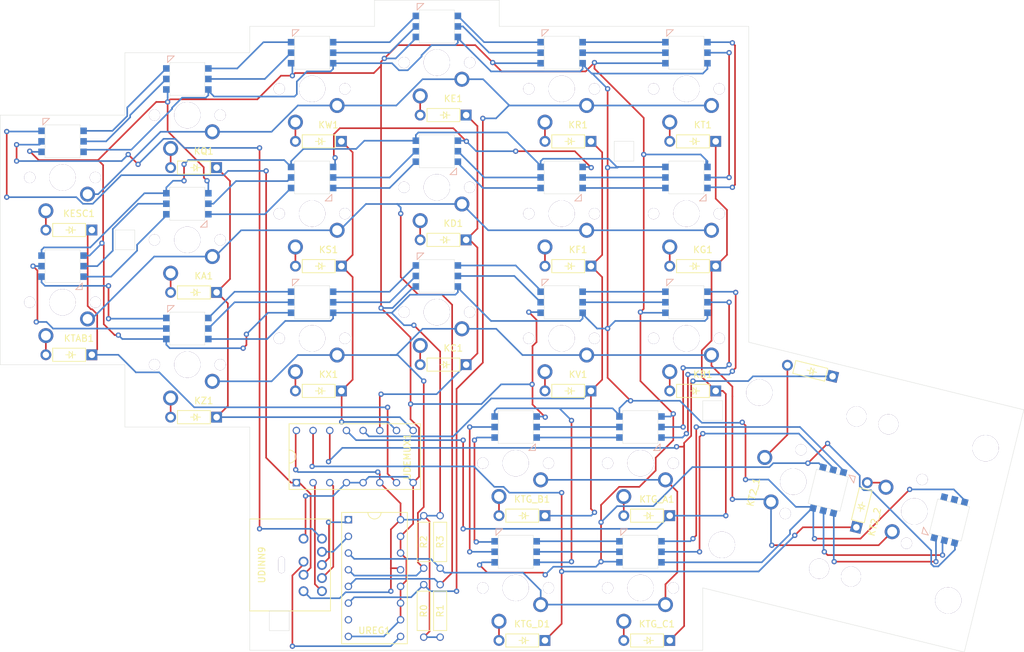
<source format=kicad_pcb>
(kicad_pcb (version 20171130) (host pcbnew "(5.1.10)-1")

  (general
    (thickness 1.6)
    (drawings 36)
    (tracks 846)
    (zones 0)
    (modules 30)
    (nets 92)
  )

  (page A4)
  (layers
    (0 F.Cu signal)
    (31 B.Cu signal)
    (32 B.Adhes user)
    (33 F.Adhes user)
    (34 B.Paste user)
    (35 F.Paste user)
    (36 B.SilkS user)
    (37 F.SilkS user)
    (38 B.Mask user)
    (39 F.Mask user)
    (40 Dwgs.User user)
    (41 Cmts.User user)
    (42 Eco1.User user hide)
    (43 Eco2.User user)
    (44 Edge.Cuts user)
    (45 Margin user)
    (46 B.CrtYd user)
    (47 F.CrtYd user)
    (48 B.Fab user)
    (49 F.Fab user)
  )

  (setup
    (last_trace_width 0.25)
    (trace_clearance 0.2)
    (zone_clearance 0.508)
    (zone_45_only no)
    (trace_min 0.2)
    (via_size 0.8)
    (via_drill 0.4)
    (via_min_size 0.4)
    (via_min_drill 0.3)
    (uvia_size 0.3)
    (uvia_drill 0.1)
    (uvias_allowed no)
    (uvia_min_size 0.2)
    (uvia_min_drill 0.1)
    (edge_width 0.05)
    (segment_width 0.2)
    (pcb_text_width 0.3)
    (pcb_text_size 1.5 1.5)
    (mod_edge_width 0.12)
    (mod_text_size 1 1)
    (mod_text_width 0.15)
    (pad_size 1.524 1.524)
    (pad_drill 0.762)
    (pad_to_mask_clearance 0)
    (aux_axis_origin 0 0)
    (visible_elements 7FFFFFFF)
    (pcbplotparams
      (layerselection 0x010f0_ffffffff)
      (usegerberextensions false)
      (usegerberattributes true)
      (usegerberadvancedattributes true)
      (creategerberjobfile true)
      (excludeedgelayer true)
      (linewidth 0.100000)
      (plotframeref false)
      (viasonmask false)
      (mode 1)
      (useauxorigin false)
      (hpglpennumber 1)
      (hpglpenspeed 20)
      (hpglpendiameter 15.000000)
      (psnegative false)
      (psa4output false)
      (plotreference true)
      (plotvalue true)
      (plotinvisibletext false)
      (padsonsilk false)
      (subtractmaskfromsilk false)
      (outputformat 1)
      (mirror false)
      (drillshape 0)
      (scaleselection 1)
      (outputdirectory "LeftHand/"))
  )

  (net 0 "")
  (net 1 "Net-(KA1-Pad10)")
  (net 2 "Net-(KA1-Pad9)")
  (net 3 GND)
  (net 4 "Net-(KA1-Pad7)")
  (net 5 "Net-(KA1-Pad6)")
  (net 6 VCC)
  (net 7 R6)
  (net 8 "Net-(KA1-Pad2)")
  (net 9 C1)
  (net 10 C2)
  (net 11 "Net-(KB1-Pad2)")
  (net 12 R2)
  (net 13 "Net-(KB1-Pad6)")
  (net 14 "Net-(KB1-Pad7)")
  (net 15 "Net-(KB1-Pad9)")
  (net 16 "Net-(KB1-Pad10)")
  (net 17 "Net-(KC1-Pad10)")
  (net 18 "Net-(KC1-Pad9)")
  (net 19 "Net-(KC1-Pad7)")
  (net 20 "Net-(KC1-Pad6)")
  (net 21 R4)
  (net 22 "Net-(KC1-Pad2)")
  (net 23 "Net-(KD1-Pad10)")
  (net 24 "Net-(KD1-Pad9)")
  (net 25 "Net-(KD1-Pad7)")
  (net 26 "Net-(KD1-Pad6)")
  (net 27 "Net-(KD1-Pad2)")
  (net 28 C0)
  (net 29 "Net-(KE1-Pad2)")
  (net 30 "Net-(KE1-Pad6)")
  (net 31 "Net-(KE1-Pad7)")
  (net 32 "Net-(KE1-Pad9)")
  (net 33 "Net-(KE1-Pad10)")
  (net 34 S0_DL)
  (net 35 CLK_L)
  (net 36 "Net-(KESC1-Pad7)")
  (net 37 "Net-(KESC1-Pad6)")
  (net 38 R7)
  (net 39 "Net-(KESC1-Pad2)")
  (net 40 "Net-(KF1-Pad2)")
  (net 41 R3)
  (net 42 "Net-(KF1-Pad9)")
  (net 43 "Net-(KF1-Pad10)")
  (net 44 "Net-(KG1-Pad10)")
  (net 45 "Net-(KG1-Pad9)")
  (net 46 "Net-(KG1-Pad2)")
  (net 47 "Net-(KQ1-Pad2)")
  (net 48 "Net-(KQ1-Pad6)")
  (net 49 "Net-(KQ1-Pad7)")
  (net 50 "Net-(KR1-Pad7)")
  (net 51 "Net-(KR1-Pad6)")
  (net 52 "Net-(KR1-Pad2)")
  (net 53 "Net-(KS1-Pad2)")
  (net 54 R5)
  (net 55 "Net-(KT1-Pad2)")
  (net 56 "Net-(KT2_1-Pad10)")
  (net 57 "Net-(KT2_1-Pad9)")
  (net 58 "Net-(KT2_1-Pad7)")
  (net 59 "Net-(KT2_1-Pad6)")
  (net 60 R1)
  (net 61 "Net-(KT2_1-Pad2)")
  (net 62 "Net-(KT2_2-Pad7)")
  (net 63 "Net-(KT2_2-Pad6)")
  (net 64 R0)
  (net 65 "Net-(KT2_2-Pad2)")
  (net 66 "Net-(KTAB1-Pad2)")
  (net 67 "Net-(KTAB1-Pad6)")
  (net 68 "Net-(KTAB1-Pad7)")
  (net 69 "Net-(KTG_A1-Pad7)")
  (net 70 "Net-(KTG_A1-Pad6)")
  (net 71 "Net-(KTG_A1-Pad2)")
  (net 72 C3)
  (net 73 "Net-(KTG_B1-Pad2)")
  (net 74 "Net-(KTG_B1-Pad6)")
  (net 75 "Net-(KTG_B1-Pad7)")
  (net 76 "Net-(KTG_C1-Pad10)")
  (net 77 "Net-(KTG_C1-Pad9)")
  (net 78 "Net-(KTG_C1-Pad2)")
  (net 79 "Net-(KTG_D1-Pad2)")
  (net 80 "Net-(KV1-Pad2)")
  (net 81 "Net-(KW1-Pad2)")
  (net 82 "Net-(KX1-Pad2)")
  (net 83 "Net-(KX1-Pad9)")
  (net 84 "Net-(KX1-Pad10)")
  (net 85 "Net-(KZ1-Pad2)")
  (net 86 S2)
  (net 87 S1)
  (net 88 RX)
  (net 89 CLK_C)
  (net 90 SH_LD)
  (net 91 "Net-(UREG1-Pad7)")

  (net_class Default "This is the default net class."
    (clearance 0.2)
    (trace_width 0.25)
    (via_dia 0.8)
    (via_drill 0.4)
    (uvia_dia 0.3)
    (uvia_drill 0.1)
    (add_net C0)
    (add_net C1)
    (add_net C2)
    (add_net C3)
    (add_net CLK_C)
    (add_net CLK_L)
    (add_net GND)
    (add_net "Net-(KA1-Pad10)")
    (add_net "Net-(KA1-Pad2)")
    (add_net "Net-(KA1-Pad6)")
    (add_net "Net-(KA1-Pad7)")
    (add_net "Net-(KA1-Pad9)")
    (add_net "Net-(KB1-Pad10)")
    (add_net "Net-(KB1-Pad2)")
    (add_net "Net-(KB1-Pad6)")
    (add_net "Net-(KB1-Pad7)")
    (add_net "Net-(KB1-Pad9)")
    (add_net "Net-(KC1-Pad10)")
    (add_net "Net-(KC1-Pad2)")
    (add_net "Net-(KC1-Pad6)")
    (add_net "Net-(KC1-Pad7)")
    (add_net "Net-(KC1-Pad9)")
    (add_net "Net-(KD1-Pad10)")
    (add_net "Net-(KD1-Pad2)")
    (add_net "Net-(KD1-Pad6)")
    (add_net "Net-(KD1-Pad7)")
    (add_net "Net-(KD1-Pad9)")
    (add_net "Net-(KE1-Pad10)")
    (add_net "Net-(KE1-Pad2)")
    (add_net "Net-(KE1-Pad6)")
    (add_net "Net-(KE1-Pad7)")
    (add_net "Net-(KE1-Pad9)")
    (add_net "Net-(KESC1-Pad2)")
    (add_net "Net-(KESC1-Pad6)")
    (add_net "Net-(KESC1-Pad7)")
    (add_net "Net-(KF1-Pad10)")
    (add_net "Net-(KF1-Pad2)")
    (add_net "Net-(KF1-Pad9)")
    (add_net "Net-(KG1-Pad10)")
    (add_net "Net-(KG1-Pad2)")
    (add_net "Net-(KG1-Pad9)")
    (add_net "Net-(KQ1-Pad2)")
    (add_net "Net-(KQ1-Pad6)")
    (add_net "Net-(KQ1-Pad7)")
    (add_net "Net-(KR1-Pad2)")
    (add_net "Net-(KR1-Pad6)")
    (add_net "Net-(KR1-Pad7)")
    (add_net "Net-(KS1-Pad2)")
    (add_net "Net-(KT1-Pad2)")
    (add_net "Net-(KT2_1-Pad10)")
    (add_net "Net-(KT2_1-Pad2)")
    (add_net "Net-(KT2_1-Pad6)")
    (add_net "Net-(KT2_1-Pad7)")
    (add_net "Net-(KT2_1-Pad9)")
    (add_net "Net-(KT2_2-Pad2)")
    (add_net "Net-(KT2_2-Pad6)")
    (add_net "Net-(KT2_2-Pad7)")
    (add_net "Net-(KTAB1-Pad2)")
    (add_net "Net-(KTAB1-Pad6)")
    (add_net "Net-(KTAB1-Pad7)")
    (add_net "Net-(KTG_A1-Pad2)")
    (add_net "Net-(KTG_A1-Pad6)")
    (add_net "Net-(KTG_A1-Pad7)")
    (add_net "Net-(KTG_B1-Pad2)")
    (add_net "Net-(KTG_B1-Pad6)")
    (add_net "Net-(KTG_B1-Pad7)")
    (add_net "Net-(KTG_C1-Pad10)")
    (add_net "Net-(KTG_C1-Pad2)")
    (add_net "Net-(KTG_C1-Pad9)")
    (add_net "Net-(KTG_D1-Pad2)")
    (add_net "Net-(KV1-Pad2)")
    (add_net "Net-(KW1-Pad2)")
    (add_net "Net-(KX1-Pad10)")
    (add_net "Net-(KX1-Pad2)")
    (add_net "Net-(KX1-Pad9)")
    (add_net "Net-(KZ1-Pad2)")
    (add_net "Net-(UREG1-Pad7)")
    (add_net R0)
    (add_net R1)
    (add_net R2)
    (add_net R3)
    (add_net R4)
    (add_net R5)
    (add_net R6)
    (add_net R7)
    (add_net RX)
    (add_net S0_DL)
    (add_net S1)
    (add_net S2)
    (add_net SH_LD)
    (add_net VCC)
  )

  (module Mini:KeyLedDiodeL2R (layer F.Cu) (tedit 611B2EFA) (tstamp 60DE8645)
    (at 59.5 63.5)
    (path /60DC722D)
    (fp_text reference KX1 (at 2.5 5.5) (layer F.SilkS)
      (effects (font (size 1 1) (thickness 0.15)))
    )
    (fp_text value KeyLedDiode (at 0 -11) (layer F.Fab) hide
      (effects (font (size 1 1) (thickness 0.15)))
    )
    (fp_line (start 1 8) (end 0.5 8) (layer F.SilkS) (width 0.12))
    (fp_line (start 1.5 8) (end 2 8) (layer F.SilkS) (width 0.12))
    (fp_line (start 1 8.5) (end 1.5 8) (layer F.SilkS) (width 0.12))
    (fp_line (start 1 7.5) (end 1 8.5) (layer F.SilkS) (width 0.12))
    (fp_line (start 1.5 8) (end 1 7.5) (layer F.SilkS) (width 0.12))
    (fp_line (start 1.5 8.5) (end 1.5 8) (layer F.SilkS) (width 0.12))
    (fp_line (start 1.5 7.5) (end 1.5 8.5) (layer F.SilkS) (width 0.12))
    (fp_line (start -7 7) (end -7 -7) (layer Eco1.User) (width 0.12))
    (fp_line (start 7 7) (end -7 7) (layer Eco1.User) (width 0.12))
    (fp_line (start 7 -7) (end 7 7) (layer Eco1.User) (width 0.12))
    (fp_line (start -7 -7) (end 7 -7) (layer Eco1.User) (width 0.12))
    (fp_line (start -3 -8) (end -2 -9) (layer B.SilkS) (width 0.12))
    (fp_line (start -3 -9) (end -3 -8) (layer B.SilkS) (width 0.12))
    (fp_line (start -2 -9) (end -3 -9) (layer B.SilkS) (width 0.12))
    (fp_line (start -1.5 7) (end -1.5 9) (layer F.SilkS) (width 0.12))
    (fp_line (start -1.5 9) (end 3.5 9) (layer F.SilkS) (width 0.12))
    (fp_line (start 3.5 9) (end 3.5 7) (layer F.SilkS) (width 0.12))
    (fp_line (start 3.5 7) (end -1.5 7) (layer F.SilkS) (width 0.12))
    (fp_line (start -2.675 -8) (end 2.675 -8) (layer Edge.Cuts) (width 0.05))
    (fp_line (start 2.675 -8) (end 2.675 -3) (layer Edge.Cuts) (width 0.05))
    (fp_line (start 2.675 -3) (end -2.675 -3) (layer Edge.Cuts) (width 0.05))
    (fp_line (start -2.675 -3) (end -2.675 -8) (layer Edge.Cuts) (width 0.05))
    (pad HOLE thru_hole circle (at 0 0) (size 4 4) (drill 4) (layers *.Cu *.Mask))
    (pad POST thru_hole circle (at -5 0) (size 1.7 1.7) (drill 1.7) (layers *.Cu *.Mask))
    (pad POST thru_hole circle (at 5 0) (size 1.7 1.7) (drill 1.7) (layers *.Cu *.Mask))
    (pad 1 thru_hole circle (at 3.81 2.54) (size 2.286 2.286) (drill 1.5) (layers *.Cu *.Mask)
      (net 10 C2))
    (pad 2 thru_hole circle (at -2.54 5.08) (size 2.286 2.286) (drill 1.5) (layers *.Cu *.Mask)
      (net 82 "Net-(KX1-Pad2)"))
    (pad 3 thru_hole circle (at -2.54 8) (size 1.651 1.651) (drill 0.9906) (layers *.Cu *.Mask)
      (net 82 "Net-(KX1-Pad2)"))
    (pad 4 thru_hole rect (at 4.46 8) (size 1.651 1.651) (drill 0.9906) (layers *.Cu *.Mask)
      (net 54 R5))
    (pad 5 smd rect (at 3.2 -3.9) (size 1 1) (layers B.Cu B.Paste B.Mask)
      (net 6 VCC))
    (pad 6 smd rect (at 3.2 -5.5) (size 1 1) (layers B.Cu B.Paste B.Mask)
      (net 18 "Net-(KC1-Pad9)"))
    (pad 7 smd rect (at 3.2 -7.1) (size 1 1) (layers B.Cu B.Paste B.Mask)
      (net 17 "Net-(KC1-Pad10)"))
    (pad 8 smd rect (at -3.2 -3.9) (size 1 1) (layers B.Cu B.Paste B.Mask)
      (net 3 GND))
    (pad 9 smd rect (at -3.2 -5.5) (size 1 1) (layers B.Cu B.Paste B.Mask)
      (net 83 "Net-(KX1-Pad9)"))
    (pad 10 smd rect (at -3.2 -7.1) (size 1 1) (layers B.Cu B.Paste B.Mask)
      (net 84 "Net-(KX1-Pad10)"))
  )

  (module Mini:Key2LedDiodeR2L (layer F.Cu) (tedit 611B309D) (tstamp 60DE852D)
    (at 151.209 89.8464 256.2)
    (path /60DC9A00)
    (fp_text reference KT2_2 (at 3 5.5 76.2) (layer F.SilkS)
      (effects (font (size 1 1) (thickness 0.15)))
    )
    (fp_text value KeyLedDiode (at 0 -11 76.2) (layer F.Fab) hide
      (effects (font (size 1 1) (thickness 0.15)))
    )
    (fp_line (start 1 8) (end 0.5 8) (layer F.SilkS) (width 0.12))
    (fp_line (start 1.5 8) (end 2 8) (layer F.SilkS) (width 0.12))
    (fp_line (start 1 8.5) (end 1.5 8) (layer F.SilkS) (width 0.12))
    (fp_line (start 1 7.5) (end 1 8.5) (layer F.SilkS) (width 0.12))
    (fp_line (start 1.5 8) (end 1 7.5) (layer F.SilkS) (width 0.12))
    (fp_line (start 1.5 8.5) (end 1.5 8) (layer F.SilkS) (width 0.12))
    (fp_line (start 1.5 7.5) (end 1.5 8.5) (layer F.SilkS) (width 0.12))
    (fp_line (start 3.5 7) (end -1.5 7) (layer F.SilkS) (width 0.12))
    (fp_line (start 2 -1.93) (end 3 -1.93) (layer B.SilkS) (width 0.12))
    (fp_line (start 3 -1.93) (end 3 -2.93) (layer B.SilkS) (width 0.12))
    (fp_line (start 3 -2.93) (end 2 -1.93) (layer B.SilkS) (width 0.12))
    (fp_line (start -7 -7) (end 7 -7) (layer Eco1.User) (width 0.12))
    (fp_line (start 7 -7) (end 7 7) (layer Eco1.User) (width 0.12))
    (fp_line (start 7 7) (end -7 7) (layer Eco1.User) (width 0.12))
    (fp_line (start -7 7) (end -7 -7) (layer Eco1.User) (width 0.12))
    (fp_line (start -1.5 7) (end -1.5 9) (layer F.SilkS) (width 0.12))
    (fp_line (start -1.5 9) (end 3.5 9) (layer F.SilkS) (width 0.12))
    (fp_line (start 3.5 9) (end 3.5 7) (layer F.SilkS) (width 0.12))
    (fp_line (start -2.675 -8) (end 2.675 -8) (layer Edge.Cuts) (width 0.05))
    (fp_line (start 2.675 -8) (end 2.675 -3) (layer Edge.Cuts) (width 0.05))
    (fp_line (start 2.675 -3) (end -2.675 -3) (layer Edge.Cuts) (width 0.05))
    (fp_line (start -2.675 -3) (end -2.675 -8) (layer Edge.Cuts) (width 0.05))
    (pad HOLE thru_hole circle (at -11.94 7 256.2) (size 3.05 3.05) (drill 3.05) (layers *.Cu *.Mask))
    (pad HOLE thru_hole circle (at 11.94 7 256.2) (size 3.05 3.05) (drill 3.05) (layers *.Cu *.Mask))
    (pad HOLE thru_hole circle (at -11.94 -8.24 256.2) (size 4 4) (drill 4) (layers *.Cu *.Mask))
    (pad HOLE thru_hole circle (at 11.94 -8.24 256.2) (size 4 4) (drill 4) (layers *.Cu *.Mask))
    (pad HOLE thru_hole circle (at 0 0 256.2) (size 4 4) (drill 4) (layers *.Cu *.Mask))
    (pad POST thru_hole circle (at -5 0 256.2) (size 1.7 1.7) (drill 1.7) (layers *.Cu *.Mask))
    (pad POST thru_hole circle (at 5 0 256.2) (size 1.7 1.7) (drill 1.7) (layers *.Cu *.Mask))
    (pad 1 thru_hole circle (at 3.81 2.54 256.2) (size 2.286 2.286) (drill 1.5) (layers *.Cu *.Mask)
      (net 10 C2))
    (pad 2 thru_hole circle (at -2.54 5.08 256.2) (size 2.286 2.286) (drill 1.5) (layers *.Cu *.Mask)
      (net 65 "Net-(KT2_2-Pad2)"))
    (pad 3 thru_hole circle (at -2.54 8 256.2) (size 1.651 1.651) (drill 0.9906) (layers *.Cu *.Mask)
      (net 65 "Net-(KT2_2-Pad2)"))
    (pad 4 thru_hole rect (at 4.46 8 256.2) (size 1.651 1.651) (drill 0.9906) (layers *.Cu *.Mask)
      (net 64 R0))
    (pad 5 smd rect (at -3.2 -7.1 256.2) (size 1 1) (layers B.Cu B.Paste B.Mask)
      (net 6 VCC))
    (pad 6 smd rect (at -3.2 -5.5 256.2) (size 1 1) (layers B.Cu B.Paste B.Mask)
      (net 63 "Net-(KT2_2-Pad6)"))
    (pad 7 smd rect (at -3.2 -3.9 256.2) (size 1 1) (layers B.Cu B.Paste B.Mask)
      (net 62 "Net-(KT2_2-Pad7)"))
    (pad 8 smd rect (at 3.2 -7.1 256.2) (size 1 1) (layers B.Cu B.Paste B.Mask)
      (net 3 GND))
    (pad 9 smd rect (at 3.2 -5.5 256.2) (size 1 1) (layers B.Cu B.Paste B.Mask)
      (net 59 "Net-(KT2_1-Pad6)"))
    (pad 10 smd rect (at 3.2 -3.9 256.2) (size 1 1) (layers B.Cu B.Paste B.Mask)
      (net 58 "Net-(KT2_1-Pad7)"))
  )

  (module Mini:Key2LedDiodeL2R (layer F.Cu) (tedit 611B3051) (tstamp 60DE8505)
    (at 132.758 85.3144 256.2)
    (path /60DCAA39)
    (fp_text reference KT2_1 (at 3 5.5 76.2) (layer F.SilkS)
      (effects (font (size 1 1) (thickness 0.15)))
    )
    (fp_text value KeyLedDiode (at 0 -11 76.2) (layer F.Fab) hide
      (effects (font (size 1 1) (thickness 0.15)))
    )
    (fp_line (start -17 1.5) (end -17 2) (layer F.SilkS) (width 0.12))
    (fp_line (start -17 0.5) (end -17 1) (layer F.SilkS) (width 0.12))
    (fp_line (start -16.5 1.5) (end -17 1) (layer F.SilkS) (width 0.12))
    (fp_line (start -17.5 1.5) (end -16.5 1.5) (layer F.SilkS) (width 0.12))
    (fp_line (start -17 1) (end -17.5 1.5) (layer F.SilkS) (width 0.12))
    (fp_line (start -16.5 1) (end -17 1) (layer F.SilkS) (width 0.12))
    (fp_line (start -17.5 1) (end -16.5 1) (layer F.SilkS) (width 0.12))
    (fp_line (start -18 1.5) (end -18 0.5) (layer F.SilkS) (width 0.12))
    (fp_line (start -18 4) (end -18 -1) (layer F.SilkS) (width 0.12))
    (fp_line (start -16 4) (end -18 4) (layer F.SilkS) (width 0.12))
    (fp_line (start -16 -1) (end -16 4) (layer F.SilkS) (width 0.12))
    (fp_line (start -18 -1) (end -16 -1) (layer F.SilkS) (width 0.12))
    (fp_line (start -7 7) (end -7 -7) (layer Eco1.User) (width 0.12))
    (fp_line (start 7 7) (end -7 7) (layer Eco1.User) (width 0.12))
    (fp_line (start 7 -7) (end 7 7) (layer Eco1.User) (width 0.12))
    (fp_line (start -7 -7) (end 7 -7) (layer Eco1.User) (width 0.12))
    (fp_line (start -3 -8) (end -2 -9) (layer B.SilkS) (width 0.12))
    (fp_line (start -3 -9) (end -3 -8) (layer B.SilkS) (width 0.12))
    (fp_line (start -2 -9) (end -3 -9) (layer B.SilkS) (width 0.12))
    (fp_line (start -2.675 -8) (end 2.675 -8) (layer Edge.Cuts) (width 0.05))
    (fp_line (start 2.675 -8) (end 2.675 -3) (layer Edge.Cuts) (width 0.05))
    (fp_line (start 2.675 -3) (end -2.675 -3) (layer Edge.Cuts) (width 0.05))
    (fp_line (start -2.675 -3) (end -2.675 -8) (layer Edge.Cuts) (width 0.05))
    (pad HOLE thru_hole circle (at 11.94 8.24 256.2) (size 4 4) (drill 4) (layers *.Cu *.Mask))
    (pad HOLE thru_hole circle (at -11.94 8.24 256.2) (size 4 4) (drill 4) (layers *.Cu *.Mask))
    (pad HOLE thru_hole circle (at -11.94 -7 256.2) (size 3.05 3.05) (drill 3.05) (layers *.Cu *.Mask))
    (pad HOLE thru_hole circle (at 11.94 -7 256.2) (size 3.05 3.05) (drill 3.05) (layers *.Cu *.Mask))
    (pad HOLE thru_hole circle (at 0 0 256.2) (size 4 4) (drill 4) (layers *.Cu *.Mask))
    (pad POST thru_hole circle (at -5 0 256.2) (size 1.7 1.7) (drill 1.7) (layers *.Cu *.Mask))
    (pad POST thru_hole circle (at 5 0 256.2) (size 1.7 1.7) (drill 1.7) (layers *.Cu *.Mask))
    (pad 1 thru_hole circle (at 3.81 2.54 256.2) (size 2.286 2.286) (drill 1.5) (layers *.Cu *.Mask)
      (net 10 C2))
    (pad 2 thru_hole circle (at -2.54 5.08 256.2) (size 2.286 2.286) (drill 1.5) (layers *.Cu *.Mask)
      (net 61 "Net-(KT2_1-Pad2)"))
    (pad 3 thru_hole circle (at -17 5.08 256.2) (size 1.651 1.651) (drill 0.9906) (layers *.Cu *.Mask)
      (net 61 "Net-(KT2_1-Pad2)"))
    (pad 4 thru_hole rect (at -17 -2 256.2) (size 1.651 1.651) (drill 0.9906) (layers *.Cu *.Mask)
      (net 60 R1))
    (pad 5 smd rect (at 3.2 -3.9 256.2) (size 1 1) (layers B.Cu B.Paste B.Mask)
      (net 6 VCC))
    (pad 6 smd rect (at 3.2 -5.5 256.2) (size 1 1) (layers B.Cu B.Paste B.Mask)
      (net 59 "Net-(KT2_1-Pad6)"))
    (pad 7 smd rect (at 3.2 -7.1 256.2) (size 1 1) (layers B.Cu B.Paste B.Mask)
      (net 58 "Net-(KT2_1-Pad7)"))
    (pad 8 smd rect (at -3.2 -3.9 256.2) (size 1 1) (layers B.Cu B.Paste B.Mask)
      (net 3 GND))
    (pad 9 smd rect (at -3.2 -5.5 256.2) (size 1 1) (layers B.Cu B.Paste B.Mask)
      (net 57 "Net-(KT2_1-Pad9)"))
    (pad 10 smd rect (at -3.2 -7.1 256.2) (size 1 1) (layers B.Cu B.Paste B.Mask)
      (net 56 "Net-(KT2_1-Pad10)"))
  )

  (module Mini:KeyLedDiodeR2L (layer F.Cu) (tedit 611B2FF1) (tstamp 60DE835D)
    (at 40.5 48.5)
    (path /60DC3798)
    (fp_text reference KA1 (at 2.5 5.5) (layer F.SilkS)
      (effects (font (size 1 1) (thickness 0.15)))
    )
    (fp_text value KeyLedDiode (at 0 -11) (layer F.Fab) hide
      (effects (font (size 1 1) (thickness 0.15)))
    )
    (fp_line (start 1 8) (end 0.5 8) (layer F.SilkS) (width 0.12))
    (fp_line (start 1.5 8) (end 2 8) (layer F.SilkS) (width 0.12))
    (fp_line (start 1 8.5) (end 1.5 8) (layer F.SilkS) (width 0.12))
    (fp_line (start 1 7.5) (end 1 8.5) (layer F.SilkS) (width 0.12))
    (fp_line (start 1.5 8) (end 1 7.5) (layer F.SilkS) (width 0.12))
    (fp_line (start 1.5 8.5) (end 1.5 8) (layer F.SilkS) (width 0.12))
    (fp_line (start 1.5 7.5) (end 1.5 8.5) (layer F.SilkS) (width 0.12))
    (fp_line (start 2 -1.93) (end 3 -1.93) (layer B.SilkS) (width 0.12))
    (fp_line (start 3 -1.93) (end 3 -2.93) (layer B.SilkS) (width 0.12))
    (fp_line (start 3 -2.93) (end 2 -1.93) (layer B.SilkS) (width 0.12))
    (fp_line (start -7 -7) (end 7 -7) (layer Eco1.User) (width 0.12))
    (fp_line (start 7 -7) (end 7 7) (layer Eco1.User) (width 0.12))
    (fp_line (start 7 7) (end -7 7) (layer Eco1.User) (width 0.12))
    (fp_line (start -7 7) (end -7 -7) (layer Eco1.User) (width 0.12))
    (fp_line (start -1.5 7) (end -1.5 9) (layer F.SilkS) (width 0.12))
    (fp_line (start -1.5 9) (end 3.5 9) (layer F.SilkS) (width 0.12))
    (fp_line (start 3.5 9) (end 3.5 7) (layer F.SilkS) (width 0.12))
    (fp_line (start 3.5 7) (end -1.5 7) (layer F.SilkS) (width 0.12))
    (fp_line (start -2.675 -8) (end 2.675 -8) (layer Edge.Cuts) (width 0.05))
    (fp_line (start 2.675 -8) (end 2.675 -3) (layer Edge.Cuts) (width 0.05))
    (fp_line (start 2.675 -3) (end -2.675 -3) (layer Edge.Cuts) (width 0.05))
    (fp_line (start -2.675 -3) (end -2.675 -8) (layer Edge.Cuts) (width 0.05))
    (pad HOLE thru_hole circle (at 0 0) (size 4 4) (drill 4) (layers *.Cu *.Mask))
    (pad POST thru_hole circle (at -5 0) (size 1.7 1.7) (drill 1.7) (layers *.Cu *.Mask))
    (pad POST thru_hole circle (at 5 0) (size 1.7 1.7) (drill 1.7) (layers *.Cu *.Mask))
    (pad 1 thru_hole circle (at 3.81 2.54) (size 2.286 2.286) (drill 1.5) (layers *.Cu *.Mask)
      (net 9 C1))
    (pad 2 thru_hole circle (at -2.54 5.08) (size 2.286 2.286) (drill 1.5) (layers *.Cu *.Mask)
      (net 8 "Net-(KA1-Pad2)"))
    (pad 3 thru_hole circle (at -2.54 8) (size 1.651 1.651) (drill 0.9906) (layers *.Cu *.Mask)
      (net 8 "Net-(KA1-Pad2)"))
    (pad 4 thru_hole rect (at 4.46 8) (size 1.651 1.651) (drill 0.9906) (layers *.Cu *.Mask)
      (net 7 R6))
    (pad 5 smd rect (at -3.2 -7.1) (size 1 1) (layers B.Cu B.Paste B.Mask)
      (net 6 VCC))
    (pad 6 smd rect (at -3.2 -5.5) (size 1 1) (layers B.Cu B.Paste B.Mask)
      (net 5 "Net-(KA1-Pad6)"))
    (pad 7 smd rect (at -3.2 -3.9) (size 1 1) (layers B.Cu B.Paste B.Mask)
      (net 4 "Net-(KA1-Pad7)"))
    (pad 8 smd rect (at 3.2 -7.1) (size 1 1) (layers B.Cu B.Paste B.Mask)
      (net 3 GND))
    (pad 9 smd rect (at 3.2 -5.5) (size 1 1) (layers B.Cu B.Paste B.Mask)
      (net 2 "Net-(KA1-Pad9)"))
    (pad 10 smd rect (at 3.2 -3.9) (size 1 1) (layers B.Cu B.Paste B.Mask)
      (net 1 "Net-(KA1-Pad10)"))
  )

  (module Mini:KeyLedDiodeL2R (layer F.Cu) (tedit 611B2EFA) (tstamp 60DE8380)
    (at 116.5 63.5)
    (path /60DC8DCE)
    (fp_text reference KB1 (at 2.5 5.5) (layer F.SilkS)
      (effects (font (size 1 1) (thickness 0.15)))
    )
    (fp_text value KeyLedDiode (at 0 -11) (layer F.Fab) hide
      (effects (font (size 1 1) (thickness 0.15)))
    )
    (fp_line (start 1 8) (end 0.5 8) (layer F.SilkS) (width 0.12))
    (fp_line (start 1.5 8) (end 2 8) (layer F.SilkS) (width 0.12))
    (fp_line (start 1 8.5) (end 1.5 8) (layer F.SilkS) (width 0.12))
    (fp_line (start 1 7.5) (end 1 8.5) (layer F.SilkS) (width 0.12))
    (fp_line (start 1.5 8) (end 1 7.5) (layer F.SilkS) (width 0.12))
    (fp_line (start 1.5 8.5) (end 1.5 8) (layer F.SilkS) (width 0.12))
    (fp_line (start 1.5 7.5) (end 1.5 8.5) (layer F.SilkS) (width 0.12))
    (fp_line (start -7 7) (end -7 -7) (layer Eco1.User) (width 0.12))
    (fp_line (start 7 7) (end -7 7) (layer Eco1.User) (width 0.12))
    (fp_line (start 7 -7) (end 7 7) (layer Eco1.User) (width 0.12))
    (fp_line (start -7 -7) (end 7 -7) (layer Eco1.User) (width 0.12))
    (fp_line (start -3 -8) (end -2 -9) (layer B.SilkS) (width 0.12))
    (fp_line (start -3 -9) (end -3 -8) (layer B.SilkS) (width 0.12))
    (fp_line (start -2 -9) (end -3 -9) (layer B.SilkS) (width 0.12))
    (fp_line (start -1.5 7) (end -1.5 9) (layer F.SilkS) (width 0.12))
    (fp_line (start -1.5 9) (end 3.5 9) (layer F.SilkS) (width 0.12))
    (fp_line (start 3.5 9) (end 3.5 7) (layer F.SilkS) (width 0.12))
    (fp_line (start 3.5 7) (end -1.5 7) (layer F.SilkS) (width 0.12))
    (fp_line (start -2.675 -8) (end 2.675 -8) (layer Edge.Cuts) (width 0.05))
    (fp_line (start 2.675 -8) (end 2.675 -3) (layer Edge.Cuts) (width 0.05))
    (fp_line (start 2.675 -3) (end -2.675 -3) (layer Edge.Cuts) (width 0.05))
    (fp_line (start -2.675 -3) (end -2.675 -8) (layer Edge.Cuts) (width 0.05))
    (pad HOLE thru_hole circle (at 0 0) (size 4 4) (drill 4) (layers *.Cu *.Mask))
    (pad POST thru_hole circle (at -5 0) (size 1.7 1.7) (drill 1.7) (layers *.Cu *.Mask))
    (pad POST thru_hole circle (at 5 0) (size 1.7 1.7) (drill 1.7) (layers *.Cu *.Mask))
    (pad 1 thru_hole circle (at 3.81 2.54) (size 2.286 2.286) (drill 1.5) (layers *.Cu *.Mask)
      (net 10 C2))
    (pad 2 thru_hole circle (at -2.54 5.08) (size 2.286 2.286) (drill 1.5) (layers *.Cu *.Mask)
      (net 11 "Net-(KB1-Pad2)"))
    (pad 3 thru_hole circle (at -2.54 8) (size 1.651 1.651) (drill 0.9906) (layers *.Cu *.Mask)
      (net 11 "Net-(KB1-Pad2)"))
    (pad 4 thru_hole rect (at 4.46 8) (size 1.651 1.651) (drill 0.9906) (layers *.Cu *.Mask)
      (net 12 R2))
    (pad 5 smd rect (at 3.2 -3.9) (size 1 1) (layers B.Cu B.Paste B.Mask)
      (net 6 VCC))
    (pad 6 smd rect (at 3.2 -5.5) (size 1 1) (layers B.Cu B.Paste B.Mask)
      (net 13 "Net-(KB1-Pad6)"))
    (pad 7 smd rect (at 3.2 -7.1) (size 1 1) (layers B.Cu B.Paste B.Mask)
      (net 14 "Net-(KB1-Pad7)"))
    (pad 8 smd rect (at -3.2 -3.9) (size 1 1) (layers B.Cu B.Paste B.Mask)
      (net 3 GND))
    (pad 9 smd rect (at -3.2 -5.5) (size 1 1) (layers B.Cu B.Paste B.Mask)
      (net 15 "Net-(KB1-Pad9)"))
    (pad 10 smd rect (at -3.2 -7.1) (size 1 1) (layers B.Cu B.Paste B.Mask)
      (net 16 "Net-(KB1-Pad10)"))
  )

  (module Mini:KeyLedDiodeL2R (layer F.Cu) (tedit 611B2EFA) (tstamp 60DE83A3)
    (at 78.5 59.5)
    (path /60DC7B40)
    (fp_text reference KC1 (at 2.5 5.5) (layer F.SilkS)
      (effects (font (size 1 1) (thickness 0.15)))
    )
    (fp_text value KeyLedDiode (at 0 -11) (layer F.Fab) hide
      (effects (font (size 1 1) (thickness 0.15)))
    )
    (fp_line (start 1 8) (end 0.5 8) (layer F.SilkS) (width 0.12))
    (fp_line (start 1.5 8) (end 2 8) (layer F.SilkS) (width 0.12))
    (fp_line (start 1 8.5) (end 1.5 8) (layer F.SilkS) (width 0.12))
    (fp_line (start 1 7.5) (end 1 8.5) (layer F.SilkS) (width 0.12))
    (fp_line (start 1.5 8) (end 1 7.5) (layer F.SilkS) (width 0.12))
    (fp_line (start 1.5 8.5) (end 1.5 8) (layer F.SilkS) (width 0.12))
    (fp_line (start 1.5 7.5) (end 1.5 8.5) (layer F.SilkS) (width 0.12))
    (fp_line (start -7 7) (end -7 -7) (layer Eco1.User) (width 0.12))
    (fp_line (start 7 7) (end -7 7) (layer Eco1.User) (width 0.12))
    (fp_line (start 7 -7) (end 7 7) (layer Eco1.User) (width 0.12))
    (fp_line (start -7 -7) (end 7 -7) (layer Eco1.User) (width 0.12))
    (fp_line (start -3 -8) (end -2 -9) (layer B.SilkS) (width 0.12))
    (fp_line (start -3 -9) (end -3 -8) (layer B.SilkS) (width 0.12))
    (fp_line (start -2 -9) (end -3 -9) (layer B.SilkS) (width 0.12))
    (fp_line (start -1.5 7) (end -1.5 9) (layer F.SilkS) (width 0.12))
    (fp_line (start -1.5 9) (end 3.5 9) (layer F.SilkS) (width 0.12))
    (fp_line (start 3.5 9) (end 3.5 7) (layer F.SilkS) (width 0.12))
    (fp_line (start 3.5 7) (end -1.5 7) (layer F.SilkS) (width 0.12))
    (fp_line (start -2.675 -8) (end 2.675 -8) (layer Edge.Cuts) (width 0.05))
    (fp_line (start 2.675 -8) (end 2.675 -3) (layer Edge.Cuts) (width 0.05))
    (fp_line (start 2.675 -3) (end -2.675 -3) (layer Edge.Cuts) (width 0.05))
    (fp_line (start -2.675 -3) (end -2.675 -8) (layer Edge.Cuts) (width 0.05))
    (pad HOLE thru_hole circle (at 0 0) (size 4 4) (drill 4) (layers *.Cu *.Mask))
    (pad POST thru_hole circle (at -5 0) (size 1.7 1.7) (drill 1.7) (layers *.Cu *.Mask))
    (pad POST thru_hole circle (at 5 0) (size 1.7 1.7) (drill 1.7) (layers *.Cu *.Mask))
    (pad 1 thru_hole circle (at 3.81 2.54) (size 2.286 2.286) (drill 1.5) (layers *.Cu *.Mask)
      (net 10 C2))
    (pad 2 thru_hole circle (at -2.54 5.08) (size 2.286 2.286) (drill 1.5) (layers *.Cu *.Mask)
      (net 22 "Net-(KC1-Pad2)"))
    (pad 3 thru_hole circle (at -2.54 8) (size 1.651 1.651) (drill 0.9906) (layers *.Cu *.Mask)
      (net 22 "Net-(KC1-Pad2)"))
    (pad 4 thru_hole rect (at 4.46 8) (size 1.651 1.651) (drill 0.9906) (layers *.Cu *.Mask)
      (net 21 R4))
    (pad 5 smd rect (at 3.2 -3.9) (size 1 1) (layers B.Cu B.Paste B.Mask)
      (net 6 VCC))
    (pad 6 smd rect (at 3.2 -5.5) (size 1 1) (layers B.Cu B.Paste B.Mask)
      (net 20 "Net-(KC1-Pad6)"))
    (pad 7 smd rect (at 3.2 -7.1) (size 1 1) (layers B.Cu B.Paste B.Mask)
      (net 19 "Net-(KC1-Pad7)"))
    (pad 8 smd rect (at -3.2 -3.9) (size 1 1) (layers B.Cu B.Paste B.Mask)
      (net 3 GND))
    (pad 9 smd rect (at -3.2 -5.5) (size 1 1) (layers B.Cu B.Paste B.Mask)
      (net 18 "Net-(KC1-Pad9)"))
    (pad 10 smd rect (at -3.2 -7.1) (size 1 1) (layers B.Cu B.Paste B.Mask)
      (net 17 "Net-(KC1-Pad10)"))
  )

  (module Mini:KeyLedDiodeR2L (layer F.Cu) (tedit 611B2FF1) (tstamp 60DE83C6)
    (at 78.5 40.5)
    (path /60DC48A3)
    (fp_text reference KD1 (at 2.5 5.5) (layer F.SilkS)
      (effects (font (size 1 1) (thickness 0.15)))
    )
    (fp_text value KeyLedDiode (at 0 -11) (layer F.Fab) hide
      (effects (font (size 1 1) (thickness 0.15)))
    )
    (fp_line (start 1 8) (end 0.5 8) (layer F.SilkS) (width 0.12))
    (fp_line (start 1.5 8) (end 2 8) (layer F.SilkS) (width 0.12))
    (fp_line (start 1 8.5) (end 1.5 8) (layer F.SilkS) (width 0.12))
    (fp_line (start 1 7.5) (end 1 8.5) (layer F.SilkS) (width 0.12))
    (fp_line (start 1.5 8) (end 1 7.5) (layer F.SilkS) (width 0.12))
    (fp_line (start 1.5 8.5) (end 1.5 8) (layer F.SilkS) (width 0.12))
    (fp_line (start 1.5 7.5) (end 1.5 8.5) (layer F.SilkS) (width 0.12))
    (fp_line (start 2 -1.93) (end 3 -1.93) (layer B.SilkS) (width 0.12))
    (fp_line (start 3 -1.93) (end 3 -2.93) (layer B.SilkS) (width 0.12))
    (fp_line (start 3 -2.93) (end 2 -1.93) (layer B.SilkS) (width 0.12))
    (fp_line (start -7 -7) (end 7 -7) (layer Eco1.User) (width 0.12))
    (fp_line (start 7 -7) (end 7 7) (layer Eco1.User) (width 0.12))
    (fp_line (start 7 7) (end -7 7) (layer Eco1.User) (width 0.12))
    (fp_line (start -7 7) (end -7 -7) (layer Eco1.User) (width 0.12))
    (fp_line (start -1.5 7) (end -1.5 9) (layer F.SilkS) (width 0.12))
    (fp_line (start -1.5 9) (end 3.5 9) (layer F.SilkS) (width 0.12))
    (fp_line (start 3.5 9) (end 3.5 7) (layer F.SilkS) (width 0.12))
    (fp_line (start 3.5 7) (end -1.5 7) (layer F.SilkS) (width 0.12))
    (fp_line (start -2.675 -8) (end 2.675 -8) (layer Edge.Cuts) (width 0.05))
    (fp_line (start 2.675 -8) (end 2.675 -3) (layer Edge.Cuts) (width 0.05))
    (fp_line (start 2.675 -3) (end -2.675 -3) (layer Edge.Cuts) (width 0.05))
    (fp_line (start -2.675 -3) (end -2.675 -8) (layer Edge.Cuts) (width 0.05))
    (pad HOLE thru_hole circle (at 0 0) (size 4 4) (drill 4) (layers *.Cu *.Mask))
    (pad POST thru_hole circle (at -5 0) (size 1.7 1.7) (drill 1.7) (layers *.Cu *.Mask))
    (pad POST thru_hole circle (at 5 0) (size 1.7 1.7) (drill 1.7) (layers *.Cu *.Mask))
    (pad 1 thru_hole circle (at 3.81 2.54) (size 2.286 2.286) (drill 1.5) (layers *.Cu *.Mask)
      (net 9 C1))
    (pad 2 thru_hole circle (at -2.54 5.08) (size 2.286 2.286) (drill 1.5) (layers *.Cu *.Mask)
      (net 27 "Net-(KD1-Pad2)"))
    (pad 3 thru_hole circle (at -2.54 8) (size 1.651 1.651) (drill 0.9906) (layers *.Cu *.Mask)
      (net 27 "Net-(KD1-Pad2)"))
    (pad 4 thru_hole rect (at 4.46 8) (size 1.651 1.651) (drill 0.9906) (layers *.Cu *.Mask)
      (net 21 R4))
    (pad 5 smd rect (at -3.2 -7.1) (size 1 1) (layers B.Cu B.Paste B.Mask)
      (net 6 VCC))
    (pad 6 smd rect (at -3.2 -5.5) (size 1 1) (layers B.Cu B.Paste B.Mask)
      (net 26 "Net-(KD1-Pad6)"))
    (pad 7 smd rect (at -3.2 -3.9) (size 1 1) (layers B.Cu B.Paste B.Mask)
      (net 25 "Net-(KD1-Pad7)"))
    (pad 8 smd rect (at 3.2 -7.1) (size 1 1) (layers B.Cu B.Paste B.Mask)
      (net 3 GND))
    (pad 9 smd rect (at 3.2 -5.5) (size 1 1) (layers B.Cu B.Paste B.Mask)
      (net 24 "Net-(KD1-Pad9)"))
    (pad 10 smd rect (at 3.2 -3.9) (size 1 1) (layers B.Cu B.Paste B.Mask)
      (net 23 "Net-(KD1-Pad10)"))
  )

  (module Mini:KeyLedDiodeL2R (layer F.Cu) (tedit 611B2EFA) (tstamp 60DE83E9)
    (at 78.5 21.5)
    (path /60DC084C)
    (fp_text reference KE1 (at 2.5 5.5) (layer F.SilkS)
      (effects (font (size 1 1) (thickness 0.15)))
    )
    (fp_text value KeyLedDiode (at 0 -11) (layer F.Fab) hide
      (effects (font (size 1 1) (thickness 0.15)))
    )
    (fp_line (start 1 8) (end 0.5 8) (layer F.SilkS) (width 0.12))
    (fp_line (start 1.5 8) (end 2 8) (layer F.SilkS) (width 0.12))
    (fp_line (start 1 8.5) (end 1.5 8) (layer F.SilkS) (width 0.12))
    (fp_line (start 1 7.5) (end 1 8.5) (layer F.SilkS) (width 0.12))
    (fp_line (start 1.5 8) (end 1 7.5) (layer F.SilkS) (width 0.12))
    (fp_line (start 1.5 8.5) (end 1.5 8) (layer F.SilkS) (width 0.12))
    (fp_line (start 1.5 7.5) (end 1.5 8.5) (layer F.SilkS) (width 0.12))
    (fp_line (start -7 7) (end -7 -7) (layer Eco1.User) (width 0.12))
    (fp_line (start 7 7) (end -7 7) (layer Eco1.User) (width 0.12))
    (fp_line (start 7 -7) (end 7 7) (layer Eco1.User) (width 0.12))
    (fp_line (start -7 -7) (end 7 -7) (layer Eco1.User) (width 0.12))
    (fp_line (start -3 -8) (end -2 -9) (layer B.SilkS) (width 0.12))
    (fp_line (start -3 -9) (end -3 -8) (layer B.SilkS) (width 0.12))
    (fp_line (start -2 -9) (end -3 -9) (layer B.SilkS) (width 0.12))
    (fp_line (start -1.5 7) (end -1.5 9) (layer F.SilkS) (width 0.12))
    (fp_line (start -1.5 9) (end 3.5 9) (layer F.SilkS) (width 0.12))
    (fp_line (start 3.5 9) (end 3.5 7) (layer F.SilkS) (width 0.12))
    (fp_line (start 3.5 7) (end -1.5 7) (layer F.SilkS) (width 0.12))
    (fp_line (start -2.675 -8) (end 2.675 -8) (layer Edge.Cuts) (width 0.05))
    (fp_line (start 2.675 -8) (end 2.675 -3) (layer Edge.Cuts) (width 0.05))
    (fp_line (start 2.675 -3) (end -2.675 -3) (layer Edge.Cuts) (width 0.05))
    (fp_line (start -2.675 -3) (end -2.675 -8) (layer Edge.Cuts) (width 0.05))
    (pad HOLE thru_hole circle (at 0 0) (size 4 4) (drill 4) (layers *.Cu *.Mask))
    (pad POST thru_hole circle (at -5 0) (size 1.7 1.7) (drill 1.7) (layers *.Cu *.Mask))
    (pad POST thru_hole circle (at 5 0) (size 1.7 1.7) (drill 1.7) (layers *.Cu *.Mask))
    (pad 1 thru_hole circle (at 3.81 2.54) (size 2.286 2.286) (drill 1.5) (layers *.Cu *.Mask)
      (net 28 C0))
    (pad 2 thru_hole circle (at -2.54 5.08) (size 2.286 2.286) (drill 1.5) (layers *.Cu *.Mask)
      (net 29 "Net-(KE1-Pad2)"))
    (pad 3 thru_hole circle (at -2.54 8) (size 1.651 1.651) (drill 0.9906) (layers *.Cu *.Mask)
      (net 29 "Net-(KE1-Pad2)"))
    (pad 4 thru_hole rect (at 4.46 8) (size 1.651 1.651) (drill 0.9906) (layers *.Cu *.Mask)
      (net 21 R4))
    (pad 5 smd rect (at 3.2 -3.9) (size 1 1) (layers B.Cu B.Paste B.Mask)
      (net 6 VCC))
    (pad 6 smd rect (at 3.2 -5.5) (size 1 1) (layers B.Cu B.Paste B.Mask)
      (net 30 "Net-(KE1-Pad6)"))
    (pad 7 smd rect (at 3.2 -7.1) (size 1 1) (layers B.Cu B.Paste B.Mask)
      (net 31 "Net-(KE1-Pad7)"))
    (pad 8 smd rect (at -3.2 -3.9) (size 1 1) (layers B.Cu B.Paste B.Mask)
      (net 3 GND))
    (pad 9 smd rect (at -3.2 -5.5) (size 1 1) (layers B.Cu B.Paste B.Mask)
      (net 32 "Net-(KE1-Pad9)"))
    (pad 10 smd rect (at -3.2 -7.1) (size 1 1) (layers B.Cu B.Paste B.Mask)
      (net 33 "Net-(KE1-Pad10)"))
  )

  (module Mini:KeyLedDiodeL2R (layer F.Cu) (tedit 611B2EFA) (tstamp 60DE840C)
    (at 21.5 39)
    (path /60DBF671)
    (fp_text reference KESC1 (at 2.5 5.5) (layer F.SilkS)
      (effects (font (size 1 1) (thickness 0.15)))
    )
    (fp_text value KeyLedDiode (at 0 -11) (layer F.Fab) hide
      (effects (font (size 1 1) (thickness 0.15)))
    )
    (fp_line (start 1 8) (end 0.5 8) (layer F.SilkS) (width 0.12))
    (fp_line (start 1.5 8) (end 2 8) (layer F.SilkS) (width 0.12))
    (fp_line (start 1 8.5) (end 1.5 8) (layer F.SilkS) (width 0.12))
    (fp_line (start 1 7.5) (end 1 8.5) (layer F.SilkS) (width 0.12))
    (fp_line (start 1.5 8) (end 1 7.5) (layer F.SilkS) (width 0.12))
    (fp_line (start 1.5 8.5) (end 1.5 8) (layer F.SilkS) (width 0.12))
    (fp_line (start 1.5 7.5) (end 1.5 8.5) (layer F.SilkS) (width 0.12))
    (fp_line (start -7 7) (end -7 -7) (layer Eco1.User) (width 0.12))
    (fp_line (start 7 7) (end -7 7) (layer Eco1.User) (width 0.12))
    (fp_line (start 7 -7) (end 7 7) (layer Eco1.User) (width 0.12))
    (fp_line (start -7 -7) (end 7 -7) (layer Eco1.User) (width 0.12))
    (fp_line (start -3 -8) (end -2 -9) (layer B.SilkS) (width 0.12))
    (fp_line (start -3 -9) (end -3 -8) (layer B.SilkS) (width 0.12))
    (fp_line (start -2 -9) (end -3 -9) (layer B.SilkS) (width 0.12))
    (fp_line (start -1.5 7) (end -1.5 9) (layer F.SilkS) (width 0.12))
    (fp_line (start -1.5 9) (end 3.5 9) (layer F.SilkS) (width 0.12))
    (fp_line (start 3.5 9) (end 3.5 7) (layer F.SilkS) (width 0.12))
    (fp_line (start 3.5 7) (end -1.5 7) (layer F.SilkS) (width 0.12))
    (fp_line (start -2.675 -8) (end 2.675 -8) (layer Edge.Cuts) (width 0.05))
    (fp_line (start 2.675 -8) (end 2.675 -3) (layer Edge.Cuts) (width 0.05))
    (fp_line (start 2.675 -3) (end -2.675 -3) (layer Edge.Cuts) (width 0.05))
    (fp_line (start -2.675 -3) (end -2.675 -8) (layer Edge.Cuts) (width 0.05))
    (pad HOLE thru_hole circle (at 0 0) (size 4 4) (drill 4) (layers *.Cu *.Mask))
    (pad POST thru_hole circle (at -5 0) (size 1.7 1.7) (drill 1.7) (layers *.Cu *.Mask))
    (pad POST thru_hole circle (at 5 0) (size 1.7 1.7) (drill 1.7) (layers *.Cu *.Mask))
    (pad 1 thru_hole circle (at 3.81 2.54) (size 2.286 2.286) (drill 1.5) (layers *.Cu *.Mask)
      (net 28 C0))
    (pad 2 thru_hole circle (at -2.54 5.08) (size 2.286 2.286) (drill 1.5) (layers *.Cu *.Mask)
      (net 39 "Net-(KESC1-Pad2)"))
    (pad 3 thru_hole circle (at -2.54 8) (size 1.651 1.651) (drill 0.9906) (layers *.Cu *.Mask)
      (net 39 "Net-(KESC1-Pad2)"))
    (pad 4 thru_hole rect (at 4.46 8) (size 1.651 1.651) (drill 0.9906) (layers *.Cu *.Mask)
      (net 38 R7))
    (pad 5 smd rect (at 3.2 -3.9) (size 1 1) (layers B.Cu B.Paste B.Mask)
      (net 6 VCC))
    (pad 6 smd rect (at 3.2 -5.5) (size 1 1) (layers B.Cu B.Paste B.Mask)
      (net 37 "Net-(KESC1-Pad6)"))
    (pad 7 smd rect (at 3.2 -7.1) (size 1 1) (layers B.Cu B.Paste B.Mask)
      (net 36 "Net-(KESC1-Pad7)"))
    (pad 8 smd rect (at -3.2 -3.9) (size 1 1) (layers B.Cu B.Paste B.Mask)
      (net 3 GND))
    (pad 9 smd rect (at -3.2 -5.5) (size 1 1) (layers B.Cu B.Paste B.Mask)
      (net 35 CLK_L))
    (pad 10 smd rect (at -3.2 -7.1) (size 1 1) (layers B.Cu B.Paste B.Mask)
      (net 34 S0_DL))
  )

  (module Mini:KeyLedDiodeR2L (layer F.Cu) (tedit 611B2FF1) (tstamp 60DE842F)
    (at 97.5 44.5)
    (path /60DC50E5)
    (fp_text reference KF1 (at 2.5 5.5) (layer F.SilkS)
      (effects (font (size 1 1) (thickness 0.15)))
    )
    (fp_text value KeyLedDiode (at 0 -11) (layer F.Fab) hide
      (effects (font (size 1 1) (thickness 0.15)))
    )
    (fp_line (start 1 8) (end 0.5 8) (layer F.SilkS) (width 0.12))
    (fp_line (start 1.5 8) (end 2 8) (layer F.SilkS) (width 0.12))
    (fp_line (start 1 8.5) (end 1.5 8) (layer F.SilkS) (width 0.12))
    (fp_line (start 1 7.5) (end 1 8.5) (layer F.SilkS) (width 0.12))
    (fp_line (start 1.5 8) (end 1 7.5) (layer F.SilkS) (width 0.12))
    (fp_line (start 1.5 8.5) (end 1.5 8) (layer F.SilkS) (width 0.12))
    (fp_line (start 1.5 7.5) (end 1.5 8.5) (layer F.SilkS) (width 0.12))
    (fp_line (start 2 -1.93) (end 3 -1.93) (layer B.SilkS) (width 0.12))
    (fp_line (start 3 -1.93) (end 3 -2.93) (layer B.SilkS) (width 0.12))
    (fp_line (start 3 -2.93) (end 2 -1.93) (layer B.SilkS) (width 0.12))
    (fp_line (start -7 -7) (end 7 -7) (layer Eco1.User) (width 0.12))
    (fp_line (start 7 -7) (end 7 7) (layer Eco1.User) (width 0.12))
    (fp_line (start 7 7) (end -7 7) (layer Eco1.User) (width 0.12))
    (fp_line (start -7 7) (end -7 -7) (layer Eco1.User) (width 0.12))
    (fp_line (start -1.5 7) (end -1.5 9) (layer F.SilkS) (width 0.12))
    (fp_line (start -1.5 9) (end 3.5 9) (layer F.SilkS) (width 0.12))
    (fp_line (start 3.5 9) (end 3.5 7) (layer F.SilkS) (width 0.12))
    (fp_line (start 3.5 7) (end -1.5 7) (layer F.SilkS) (width 0.12))
    (fp_line (start -2.675 -8) (end 2.675 -8) (layer Edge.Cuts) (width 0.05))
    (fp_line (start 2.675 -8) (end 2.675 -3) (layer Edge.Cuts) (width 0.05))
    (fp_line (start 2.675 -3) (end -2.675 -3) (layer Edge.Cuts) (width 0.05))
    (fp_line (start -2.675 -3) (end -2.675 -8) (layer Edge.Cuts) (width 0.05))
    (pad HOLE thru_hole circle (at 0 0) (size 4 4) (drill 4) (layers *.Cu *.Mask))
    (pad POST thru_hole circle (at -5 0) (size 1.7 1.7) (drill 1.7) (layers *.Cu *.Mask))
    (pad POST thru_hole circle (at 5 0) (size 1.7 1.7) (drill 1.7) (layers *.Cu *.Mask))
    (pad 1 thru_hole circle (at 3.81 2.54) (size 2.286 2.286) (drill 1.5) (layers *.Cu *.Mask)
      (net 9 C1))
    (pad 2 thru_hole circle (at -2.54 5.08) (size 2.286 2.286) (drill 1.5) (layers *.Cu *.Mask)
      (net 40 "Net-(KF1-Pad2)"))
    (pad 3 thru_hole circle (at -2.54 8) (size 1.651 1.651) (drill 0.9906) (layers *.Cu *.Mask)
      (net 40 "Net-(KF1-Pad2)"))
    (pad 4 thru_hole rect (at 4.46 8) (size 1.651 1.651) (drill 0.9906) (layers *.Cu *.Mask)
      (net 41 R3))
    (pad 5 smd rect (at -3.2 -7.1) (size 1 1) (layers B.Cu B.Paste B.Mask)
      (net 6 VCC))
    (pad 6 smd rect (at -3.2 -5.5) (size 1 1) (layers B.Cu B.Paste B.Mask)
      (net 24 "Net-(KD1-Pad9)"))
    (pad 7 smd rect (at -3.2 -3.9) (size 1 1) (layers B.Cu B.Paste B.Mask)
      (net 23 "Net-(KD1-Pad10)"))
    (pad 8 smd rect (at 3.2 -7.1) (size 1 1) (layers B.Cu B.Paste B.Mask)
      (net 3 GND))
    (pad 9 smd rect (at 3.2 -5.5) (size 1 1) (layers B.Cu B.Paste B.Mask)
      (net 42 "Net-(KF1-Pad9)"))
    (pad 10 smd rect (at 3.2 -3.9) (size 1 1) (layers B.Cu B.Paste B.Mask)
      (net 43 "Net-(KF1-Pad10)"))
  )

  (module Mini:KeyLedDiodeR2L (layer F.Cu) (tedit 611B2FF1) (tstamp 60DE8452)
    (at 116.5 44.5)
    (path /60DC5918)
    (fp_text reference KG1 (at 2.5 5.5) (layer F.SilkS)
      (effects (font (size 1 1) (thickness 0.15)))
    )
    (fp_text value KeyLedDiode (at 0 -11) (layer F.Fab) hide
      (effects (font (size 1 1) (thickness 0.15)))
    )
    (fp_line (start 1 8) (end 0.5 8) (layer F.SilkS) (width 0.12))
    (fp_line (start 1.5 8) (end 2 8) (layer F.SilkS) (width 0.12))
    (fp_line (start 1 8.5) (end 1.5 8) (layer F.SilkS) (width 0.12))
    (fp_line (start 1 7.5) (end 1 8.5) (layer F.SilkS) (width 0.12))
    (fp_line (start 1.5 8) (end 1 7.5) (layer F.SilkS) (width 0.12))
    (fp_line (start 1.5 8.5) (end 1.5 8) (layer F.SilkS) (width 0.12))
    (fp_line (start 1.5 7.5) (end 1.5 8.5) (layer F.SilkS) (width 0.12))
    (fp_line (start 2 -1.93) (end 3 -1.93) (layer B.SilkS) (width 0.12))
    (fp_line (start 3 -1.93) (end 3 -2.93) (layer B.SilkS) (width 0.12))
    (fp_line (start 3 -2.93) (end 2 -1.93) (layer B.SilkS) (width 0.12))
    (fp_line (start -7 -7) (end 7 -7) (layer Eco1.User) (width 0.12))
    (fp_line (start 7 -7) (end 7 7) (layer Eco1.User) (width 0.12))
    (fp_line (start 7 7) (end -7 7) (layer Eco1.User) (width 0.12))
    (fp_line (start -7 7) (end -7 -7) (layer Eco1.User) (width 0.12))
    (fp_line (start -1.5 7) (end -1.5 9) (layer F.SilkS) (width 0.12))
    (fp_line (start -1.5 9) (end 3.5 9) (layer F.SilkS) (width 0.12))
    (fp_line (start 3.5 9) (end 3.5 7) (layer F.SilkS) (width 0.12))
    (fp_line (start 3.5 7) (end -1.5 7) (layer F.SilkS) (width 0.12))
    (fp_line (start -2.675 -8) (end 2.675 -8) (layer Edge.Cuts) (width 0.05))
    (fp_line (start 2.675 -8) (end 2.675 -3) (layer Edge.Cuts) (width 0.05))
    (fp_line (start 2.675 -3) (end -2.675 -3) (layer Edge.Cuts) (width 0.05))
    (fp_line (start -2.675 -3) (end -2.675 -8) (layer Edge.Cuts) (width 0.05))
    (pad HOLE thru_hole circle (at 0 0) (size 4 4) (drill 4) (layers *.Cu *.Mask))
    (pad POST thru_hole circle (at -5 0) (size 1.7 1.7) (drill 1.7) (layers *.Cu *.Mask))
    (pad POST thru_hole circle (at 5 0) (size 1.7 1.7) (drill 1.7) (layers *.Cu *.Mask))
    (pad 1 thru_hole circle (at 3.81 2.54) (size 2.286 2.286) (drill 1.5) (layers *.Cu *.Mask)
      (net 9 C1))
    (pad 2 thru_hole circle (at -2.54 5.08) (size 2.286 2.286) (drill 1.5) (layers *.Cu *.Mask)
      (net 46 "Net-(KG1-Pad2)"))
    (pad 3 thru_hole circle (at -2.54 8) (size 1.651 1.651) (drill 0.9906) (layers *.Cu *.Mask)
      (net 46 "Net-(KG1-Pad2)"))
    (pad 4 thru_hole rect (at 4.46 8) (size 1.651 1.651) (drill 0.9906) (layers *.Cu *.Mask)
      (net 12 R2))
    (pad 5 smd rect (at -3.2 -7.1) (size 1 1) (layers B.Cu B.Paste B.Mask)
      (net 6 VCC))
    (pad 6 smd rect (at -3.2 -5.5) (size 1 1) (layers B.Cu B.Paste B.Mask)
      (net 42 "Net-(KF1-Pad9)"))
    (pad 7 smd rect (at -3.2 -3.9) (size 1 1) (layers B.Cu B.Paste B.Mask)
      (net 43 "Net-(KF1-Pad10)"))
    (pad 8 smd rect (at 3.2 -7.1) (size 1 1) (layers B.Cu B.Paste B.Mask)
      (net 3 GND))
    (pad 9 smd rect (at 3.2 -5.5) (size 1 1) (layers B.Cu B.Paste B.Mask)
      (net 45 "Net-(KG1-Pad9)"))
    (pad 10 smd rect (at 3.2 -3.9) (size 1 1) (layers B.Cu B.Paste B.Mask)
      (net 44 "Net-(KG1-Pad10)"))
  )

  (module Mini:KeyLedDiodeL2R (layer F.Cu) (tedit 611B2EFA) (tstamp 60DE8475)
    (at 40.5 29.5)
    (path /60DBFCBA)
    (fp_text reference KQ1 (at 2.5 5.5) (layer F.SilkS)
      (effects (font (size 1 1) (thickness 0.15)))
    )
    (fp_text value KeyLedDiode (at 0 -11) (layer F.Fab) hide
      (effects (font (size 1 1) (thickness 0.15)))
    )
    (fp_line (start 1 8) (end 0.5 8) (layer F.SilkS) (width 0.12))
    (fp_line (start 1.5 8) (end 2 8) (layer F.SilkS) (width 0.12))
    (fp_line (start 1 8.5) (end 1.5 8) (layer F.SilkS) (width 0.12))
    (fp_line (start 1 7.5) (end 1 8.5) (layer F.SilkS) (width 0.12))
    (fp_line (start 1.5 8) (end 1 7.5) (layer F.SilkS) (width 0.12))
    (fp_line (start 1.5 8.5) (end 1.5 8) (layer F.SilkS) (width 0.12))
    (fp_line (start 1.5 7.5) (end 1.5 8.5) (layer F.SilkS) (width 0.12))
    (fp_line (start -7 7) (end -7 -7) (layer Eco1.User) (width 0.12))
    (fp_line (start 7 7) (end -7 7) (layer Eco1.User) (width 0.12))
    (fp_line (start 7 -7) (end 7 7) (layer Eco1.User) (width 0.12))
    (fp_line (start -7 -7) (end 7 -7) (layer Eco1.User) (width 0.12))
    (fp_line (start -3 -8) (end -2 -9) (layer B.SilkS) (width 0.12))
    (fp_line (start -3 -9) (end -3 -8) (layer B.SilkS) (width 0.12))
    (fp_line (start -2 -9) (end -3 -9) (layer B.SilkS) (width 0.12))
    (fp_line (start -1.5 7) (end -1.5 9) (layer F.SilkS) (width 0.12))
    (fp_line (start -1.5 9) (end 3.5 9) (layer F.SilkS) (width 0.12))
    (fp_line (start 3.5 9) (end 3.5 7) (layer F.SilkS) (width 0.12))
    (fp_line (start 3.5 7) (end -1.5 7) (layer F.SilkS) (width 0.12))
    (fp_line (start -2.675 -8) (end 2.675 -8) (layer Edge.Cuts) (width 0.05))
    (fp_line (start 2.675 -8) (end 2.675 -3) (layer Edge.Cuts) (width 0.05))
    (fp_line (start 2.675 -3) (end -2.675 -3) (layer Edge.Cuts) (width 0.05))
    (fp_line (start -2.675 -3) (end -2.675 -8) (layer Edge.Cuts) (width 0.05))
    (pad HOLE thru_hole circle (at 0 0) (size 4 4) (drill 4) (layers *.Cu *.Mask))
    (pad POST thru_hole circle (at -5 0) (size 1.7 1.7) (drill 1.7) (layers *.Cu *.Mask))
    (pad POST thru_hole circle (at 5 0) (size 1.7 1.7) (drill 1.7) (layers *.Cu *.Mask))
    (pad 1 thru_hole circle (at 3.81 2.54) (size 2.286 2.286) (drill 1.5) (layers *.Cu *.Mask)
      (net 28 C0))
    (pad 2 thru_hole circle (at -2.54 5.08) (size 2.286 2.286) (drill 1.5) (layers *.Cu *.Mask)
      (net 47 "Net-(KQ1-Pad2)"))
    (pad 3 thru_hole circle (at -2.54 8) (size 1.651 1.651) (drill 0.9906) (layers *.Cu *.Mask)
      (net 47 "Net-(KQ1-Pad2)"))
    (pad 4 thru_hole rect (at 4.46 8) (size 1.651 1.651) (drill 0.9906) (layers *.Cu *.Mask)
      (net 7 R6))
    (pad 5 smd rect (at 3.2 -3.9) (size 1 1) (layers B.Cu B.Paste B.Mask)
      (net 6 VCC))
    (pad 6 smd rect (at 3.2 -5.5) (size 1 1) (layers B.Cu B.Paste B.Mask)
      (net 48 "Net-(KQ1-Pad6)"))
    (pad 7 smd rect (at 3.2 -7.1) (size 1 1) (layers B.Cu B.Paste B.Mask)
      (net 49 "Net-(KQ1-Pad7)"))
    (pad 8 smd rect (at -3.2 -3.9) (size 1 1) (layers B.Cu B.Paste B.Mask)
      (net 3 GND))
    (pad 9 smd rect (at -3.2 -5.5) (size 1 1) (layers B.Cu B.Paste B.Mask)
      (net 37 "Net-(KESC1-Pad6)"))
    (pad 10 smd rect (at -3.2 -7.1) (size 1 1) (layers B.Cu B.Paste B.Mask)
      (net 36 "Net-(KESC1-Pad7)"))
  )

  (module Mini:KeyLedDiodeL2R (layer F.Cu) (tedit 611B2EFA) (tstamp 60DE8498)
    (at 97.5 25.5)
    (path /60DC115B)
    (fp_text reference KR1 (at 2.5 5.5) (layer F.SilkS)
      (effects (font (size 1 1) (thickness 0.15)))
    )
    (fp_text value KeyLedDiode (at 0 -11) (layer F.Fab) hide
      (effects (font (size 1 1) (thickness 0.15)))
    )
    (fp_line (start 1 8) (end 0.5 8) (layer F.SilkS) (width 0.12))
    (fp_line (start 1.5 8) (end 2 8) (layer F.SilkS) (width 0.12))
    (fp_line (start 1 8.5) (end 1.5 8) (layer F.SilkS) (width 0.12))
    (fp_line (start 1 7.5) (end 1 8.5) (layer F.SilkS) (width 0.12))
    (fp_line (start 1.5 8) (end 1 7.5) (layer F.SilkS) (width 0.12))
    (fp_line (start 1.5 8.5) (end 1.5 8) (layer F.SilkS) (width 0.12))
    (fp_line (start 1.5 7.5) (end 1.5 8.5) (layer F.SilkS) (width 0.12))
    (fp_line (start -7 7) (end -7 -7) (layer Eco1.User) (width 0.12))
    (fp_line (start 7 7) (end -7 7) (layer Eco1.User) (width 0.12))
    (fp_line (start 7 -7) (end 7 7) (layer Eco1.User) (width 0.12))
    (fp_line (start -7 -7) (end 7 -7) (layer Eco1.User) (width 0.12))
    (fp_line (start -3 -8) (end -2 -9) (layer B.SilkS) (width 0.12))
    (fp_line (start -3 -9) (end -3 -8) (layer B.SilkS) (width 0.12))
    (fp_line (start -2 -9) (end -3 -9) (layer B.SilkS) (width 0.12))
    (fp_line (start -1.5 7) (end -1.5 9) (layer F.SilkS) (width 0.12))
    (fp_line (start -1.5 9) (end 3.5 9) (layer F.SilkS) (width 0.12))
    (fp_line (start 3.5 9) (end 3.5 7) (layer F.SilkS) (width 0.12))
    (fp_line (start 3.5 7) (end -1.5 7) (layer F.SilkS) (width 0.12))
    (fp_line (start -2.675 -8) (end 2.675 -8) (layer Edge.Cuts) (width 0.05))
    (fp_line (start 2.675 -8) (end 2.675 -3) (layer Edge.Cuts) (width 0.05))
    (fp_line (start 2.675 -3) (end -2.675 -3) (layer Edge.Cuts) (width 0.05))
    (fp_line (start -2.675 -3) (end -2.675 -8) (layer Edge.Cuts) (width 0.05))
    (pad HOLE thru_hole circle (at 0 0) (size 4 4) (drill 4) (layers *.Cu *.Mask))
    (pad POST thru_hole circle (at -5 0) (size 1.7 1.7) (drill 1.7) (layers *.Cu *.Mask))
    (pad POST thru_hole circle (at 5 0) (size 1.7 1.7) (drill 1.7) (layers *.Cu *.Mask))
    (pad 1 thru_hole circle (at 3.81 2.54) (size 2.286 2.286) (drill 1.5) (layers *.Cu *.Mask)
      (net 28 C0))
    (pad 2 thru_hole circle (at -2.54 5.08) (size 2.286 2.286) (drill 1.5) (layers *.Cu *.Mask)
      (net 52 "Net-(KR1-Pad2)"))
    (pad 3 thru_hole circle (at -2.54 8) (size 1.651 1.651) (drill 0.9906) (layers *.Cu *.Mask)
      (net 52 "Net-(KR1-Pad2)"))
    (pad 4 thru_hole rect (at 4.46 8) (size 1.651 1.651) (drill 0.9906) (layers *.Cu *.Mask)
      (net 41 R3))
    (pad 5 smd rect (at 3.2 -3.9) (size 1 1) (layers B.Cu B.Paste B.Mask)
      (net 6 VCC))
    (pad 6 smd rect (at 3.2 -5.5) (size 1 1) (layers B.Cu B.Paste B.Mask)
      (net 51 "Net-(KR1-Pad6)"))
    (pad 7 smd rect (at 3.2 -7.1) (size 1 1) (layers B.Cu B.Paste B.Mask)
      (net 50 "Net-(KR1-Pad7)"))
    (pad 8 smd rect (at -3.2 -3.9) (size 1 1) (layers B.Cu B.Paste B.Mask)
      (net 3 GND))
    (pad 9 smd rect (at -3.2 -5.5) (size 1 1) (layers B.Cu B.Paste B.Mask)
      (net 30 "Net-(KE1-Pad6)"))
    (pad 10 smd rect (at -3.2 -7.1) (size 1 1) (layers B.Cu B.Paste B.Mask)
      (net 31 "Net-(KE1-Pad7)"))
  )

  (module Mini:KeyLedDiodeR2L (layer F.Cu) (tedit 611B2FF1) (tstamp 60DE84BB)
    (at 59.5 44.5)
    (path /60DC402B)
    (fp_text reference KS1 (at 2.5 5.5) (layer F.SilkS)
      (effects (font (size 1 1) (thickness 0.15)))
    )
    (fp_text value KeyLedDiode (at 0 -11) (layer F.Fab) hide
      (effects (font (size 1 1) (thickness 0.15)))
    )
    (fp_line (start 1 8) (end 0.5 8) (layer F.SilkS) (width 0.12))
    (fp_line (start 1.5 8) (end 2 8) (layer F.SilkS) (width 0.12))
    (fp_line (start 1 8.5) (end 1.5 8) (layer F.SilkS) (width 0.12))
    (fp_line (start 1 7.5) (end 1 8.5) (layer F.SilkS) (width 0.12))
    (fp_line (start 1.5 8) (end 1 7.5) (layer F.SilkS) (width 0.12))
    (fp_line (start 1.5 8.5) (end 1.5 8) (layer F.SilkS) (width 0.12))
    (fp_line (start 1.5 7.5) (end 1.5 8.5) (layer F.SilkS) (width 0.12))
    (fp_line (start 2 -1.93) (end 3 -1.93) (layer B.SilkS) (width 0.12))
    (fp_line (start 3 -1.93) (end 3 -2.93) (layer B.SilkS) (width 0.12))
    (fp_line (start 3 -2.93) (end 2 -1.93) (layer B.SilkS) (width 0.12))
    (fp_line (start -7 -7) (end 7 -7) (layer Eco1.User) (width 0.12))
    (fp_line (start 7 -7) (end 7 7) (layer Eco1.User) (width 0.12))
    (fp_line (start 7 7) (end -7 7) (layer Eco1.User) (width 0.12))
    (fp_line (start -7 7) (end -7 -7) (layer Eco1.User) (width 0.12))
    (fp_line (start -1.5 7) (end -1.5 9) (layer F.SilkS) (width 0.12))
    (fp_line (start -1.5 9) (end 3.5 9) (layer F.SilkS) (width 0.12))
    (fp_line (start 3.5 9) (end 3.5 7) (layer F.SilkS) (width 0.12))
    (fp_line (start 3.5 7) (end -1.5 7) (layer F.SilkS) (width 0.12))
    (fp_line (start -2.675 -8) (end 2.675 -8) (layer Edge.Cuts) (width 0.05))
    (fp_line (start 2.675 -8) (end 2.675 -3) (layer Edge.Cuts) (width 0.05))
    (fp_line (start 2.675 -3) (end -2.675 -3) (layer Edge.Cuts) (width 0.05))
    (fp_line (start -2.675 -3) (end -2.675 -8) (layer Edge.Cuts) (width 0.05))
    (pad HOLE thru_hole circle (at 0 0) (size 4 4) (drill 4) (layers *.Cu *.Mask))
    (pad POST thru_hole circle (at -5 0) (size 1.7 1.7) (drill 1.7) (layers *.Cu *.Mask))
    (pad POST thru_hole circle (at 5 0) (size 1.7 1.7) (drill 1.7) (layers *.Cu *.Mask))
    (pad 1 thru_hole circle (at 3.81 2.54) (size 2.286 2.286) (drill 1.5) (layers *.Cu *.Mask)
      (net 9 C1))
    (pad 2 thru_hole circle (at -2.54 5.08) (size 2.286 2.286) (drill 1.5) (layers *.Cu *.Mask)
      (net 53 "Net-(KS1-Pad2)"))
    (pad 3 thru_hole circle (at -2.54 8) (size 1.651 1.651) (drill 0.9906) (layers *.Cu *.Mask)
      (net 53 "Net-(KS1-Pad2)"))
    (pad 4 thru_hole rect (at 4.46 8) (size 1.651 1.651) (drill 0.9906) (layers *.Cu *.Mask)
      (net 54 R5))
    (pad 5 smd rect (at -3.2 -7.1) (size 1 1) (layers B.Cu B.Paste B.Mask)
      (net 6 VCC))
    (pad 6 smd rect (at -3.2 -5.5) (size 1 1) (layers B.Cu B.Paste B.Mask)
      (net 2 "Net-(KA1-Pad9)"))
    (pad 7 smd rect (at -3.2 -3.9) (size 1 1) (layers B.Cu B.Paste B.Mask)
      (net 1 "Net-(KA1-Pad10)"))
    (pad 8 smd rect (at 3.2 -7.1) (size 1 1) (layers B.Cu B.Paste B.Mask)
      (net 3 GND))
    (pad 9 smd rect (at 3.2 -5.5) (size 1 1) (layers B.Cu B.Paste B.Mask)
      (net 26 "Net-(KD1-Pad6)"))
    (pad 10 smd rect (at 3.2 -3.9) (size 1 1) (layers B.Cu B.Paste B.Mask)
      (net 25 "Net-(KD1-Pad7)"))
  )

  (module Mini:KeyLedDiodeL2R (layer F.Cu) (tedit 611B2EFA) (tstamp 60DE84DE)
    (at 116.5 25.5)
    (path /60DC1AEA)
    (fp_text reference KT1 (at 2.5 5.5) (layer F.SilkS)
      (effects (font (size 1 1) (thickness 0.15)))
    )
    (fp_text value KeyLedDiode (at 0 -11) (layer F.Fab) hide
      (effects (font (size 1 1) (thickness 0.15)))
    )
    (fp_line (start 1 8) (end 0.5 8) (layer F.SilkS) (width 0.12))
    (fp_line (start 1.5 8) (end 2 8) (layer F.SilkS) (width 0.12))
    (fp_line (start 1 8.5) (end 1.5 8) (layer F.SilkS) (width 0.12))
    (fp_line (start 1 7.5) (end 1 8.5) (layer F.SilkS) (width 0.12))
    (fp_line (start 1.5 8) (end 1 7.5) (layer F.SilkS) (width 0.12))
    (fp_line (start 1.5 8.5) (end 1.5 8) (layer F.SilkS) (width 0.12))
    (fp_line (start 1.5 7.5) (end 1.5 8.5) (layer F.SilkS) (width 0.12))
    (fp_line (start -7 7) (end -7 -7) (layer Eco1.User) (width 0.12))
    (fp_line (start 7 7) (end -7 7) (layer Eco1.User) (width 0.12))
    (fp_line (start 7 -7) (end 7 7) (layer Eco1.User) (width 0.12))
    (fp_line (start -7 -7) (end 7 -7) (layer Eco1.User) (width 0.12))
    (fp_line (start -3 -8) (end -2 -9) (layer B.SilkS) (width 0.12))
    (fp_line (start -3 -9) (end -3 -8) (layer B.SilkS) (width 0.12))
    (fp_line (start -2 -9) (end -3 -9) (layer B.SilkS) (width 0.12))
    (fp_line (start -1.5 7) (end -1.5 9) (layer F.SilkS) (width 0.12))
    (fp_line (start -1.5 9) (end 3.5 9) (layer F.SilkS) (width 0.12))
    (fp_line (start 3.5 9) (end 3.5 7) (layer F.SilkS) (width 0.12))
    (fp_line (start 3.5 7) (end -1.5 7) (layer F.SilkS) (width 0.12))
    (fp_line (start -2.675 -8) (end 2.675 -8) (layer Edge.Cuts) (width 0.05))
    (fp_line (start 2.675 -8) (end 2.675 -3) (layer Edge.Cuts) (width 0.05))
    (fp_line (start 2.675 -3) (end -2.675 -3) (layer Edge.Cuts) (width 0.05))
    (fp_line (start -2.675 -3) (end -2.675 -8) (layer Edge.Cuts) (width 0.05))
    (pad HOLE thru_hole circle (at 0 0) (size 4 4) (drill 4) (layers *.Cu *.Mask))
    (pad POST thru_hole circle (at -5 0) (size 1.7 1.7) (drill 1.7) (layers *.Cu *.Mask))
    (pad POST thru_hole circle (at 5 0) (size 1.7 1.7) (drill 1.7) (layers *.Cu *.Mask))
    (pad 1 thru_hole circle (at 3.81 2.54) (size 2.286 2.286) (drill 1.5) (layers *.Cu *.Mask)
      (net 28 C0))
    (pad 2 thru_hole circle (at -2.54 5.08) (size 2.286 2.286) (drill 1.5) (layers *.Cu *.Mask)
      (net 55 "Net-(KT1-Pad2)"))
    (pad 3 thru_hole circle (at -2.54 8) (size 1.651 1.651) (drill 0.9906) (layers *.Cu *.Mask)
      (net 55 "Net-(KT1-Pad2)"))
    (pad 4 thru_hole rect (at 4.46 8) (size 1.651 1.651) (drill 0.9906) (layers *.Cu *.Mask)
      (net 12 R2))
    (pad 5 smd rect (at 3.2 -3.9) (size 1 1) (layers B.Cu B.Paste B.Mask)
      (net 6 VCC))
    (pad 6 smd rect (at 3.2 -5.5) (size 1 1) (layers B.Cu B.Paste B.Mask)
      (net 45 "Net-(KG1-Pad9)"))
    (pad 7 smd rect (at 3.2 -7.1) (size 1 1) (layers B.Cu B.Paste B.Mask)
      (net 44 "Net-(KG1-Pad10)"))
    (pad 8 smd rect (at -3.2 -3.9) (size 1 1) (layers B.Cu B.Paste B.Mask)
      (net 3 GND))
    (pad 9 smd rect (at -3.2 -5.5) (size 1 1) (layers B.Cu B.Paste B.Mask)
      (net 51 "Net-(KR1-Pad6)"))
    (pad 10 smd rect (at -3.2 -7.1) (size 1 1) (layers B.Cu B.Paste B.Mask)
      (net 50 "Net-(KR1-Pad7)"))
  )

  (module Mini:KeyLedDiodeR2L (layer F.Cu) (tedit 611B2FF1) (tstamp 60DE8550)
    (at 21.5 58)
    (path /60DC24AA)
    (fp_text reference KTAB1 (at 2.5 5.5) (layer F.SilkS)
      (effects (font (size 1 1) (thickness 0.15)))
    )
    (fp_text value KeyLedDiode (at 0 -11) (layer F.Fab) hide
      (effects (font (size 1 1) (thickness 0.15)))
    )
    (fp_line (start 1 8) (end 0.5 8) (layer F.SilkS) (width 0.12))
    (fp_line (start 1.5 8) (end 2 8) (layer F.SilkS) (width 0.12))
    (fp_line (start 1 8.5) (end 1.5 8) (layer F.SilkS) (width 0.12))
    (fp_line (start 1 7.5) (end 1 8.5) (layer F.SilkS) (width 0.12))
    (fp_line (start 1.5 8) (end 1 7.5) (layer F.SilkS) (width 0.12))
    (fp_line (start 1.5 8.5) (end 1.5 8) (layer F.SilkS) (width 0.12))
    (fp_line (start 1.5 7.5) (end 1.5 8.5) (layer F.SilkS) (width 0.12))
    (fp_line (start 2 -1.93) (end 3 -1.93) (layer B.SilkS) (width 0.12))
    (fp_line (start 3 -1.93) (end 3 -2.93) (layer B.SilkS) (width 0.12))
    (fp_line (start 3 -2.93) (end 2 -1.93) (layer B.SilkS) (width 0.12))
    (fp_line (start -7 -7) (end 7 -7) (layer Eco1.User) (width 0.12))
    (fp_line (start 7 -7) (end 7 7) (layer Eco1.User) (width 0.12))
    (fp_line (start 7 7) (end -7 7) (layer Eco1.User) (width 0.12))
    (fp_line (start -7 7) (end -7 -7) (layer Eco1.User) (width 0.12))
    (fp_line (start -1.5 7) (end -1.5 9) (layer F.SilkS) (width 0.12))
    (fp_line (start -1.5 9) (end 3.5 9) (layer F.SilkS) (width 0.12))
    (fp_line (start 3.5 9) (end 3.5 7) (layer F.SilkS) (width 0.12))
    (fp_line (start 3.5 7) (end -1.5 7) (layer F.SilkS) (width 0.12))
    (fp_line (start -2.675 -8) (end 2.675 -8) (layer Edge.Cuts) (width 0.05))
    (fp_line (start 2.675 -8) (end 2.675 -3) (layer Edge.Cuts) (width 0.05))
    (fp_line (start 2.675 -3) (end -2.675 -3) (layer Edge.Cuts) (width 0.05))
    (fp_line (start -2.675 -3) (end -2.675 -8) (layer Edge.Cuts) (width 0.05))
    (pad HOLE thru_hole circle (at 0 0) (size 4 4) (drill 4) (layers *.Cu *.Mask))
    (pad POST thru_hole circle (at -5 0) (size 1.7 1.7) (drill 1.7) (layers *.Cu *.Mask))
    (pad POST thru_hole circle (at 5 0) (size 1.7 1.7) (drill 1.7) (layers *.Cu *.Mask))
    (pad 1 thru_hole circle (at 3.81 2.54) (size 2.286 2.286) (drill 1.5) (layers *.Cu *.Mask)
      (net 9 C1))
    (pad 2 thru_hole circle (at -2.54 5.08) (size 2.286 2.286) (drill 1.5) (layers *.Cu *.Mask)
      (net 66 "Net-(KTAB1-Pad2)"))
    (pad 3 thru_hole circle (at -2.54 8) (size 1.651 1.651) (drill 0.9906) (layers *.Cu *.Mask)
      (net 66 "Net-(KTAB1-Pad2)"))
    (pad 4 thru_hole rect (at 4.46 8) (size 1.651 1.651) (drill 0.9906) (layers *.Cu *.Mask)
      (net 38 R7))
    (pad 5 smd rect (at -3.2 -7.1) (size 1 1) (layers B.Cu B.Paste B.Mask)
      (net 6 VCC))
    (pad 6 smd rect (at -3.2 -5.5) (size 1 1) (layers B.Cu B.Paste B.Mask)
      (net 67 "Net-(KTAB1-Pad6)"))
    (pad 7 smd rect (at -3.2 -3.9) (size 1 1) (layers B.Cu B.Paste B.Mask)
      (net 68 "Net-(KTAB1-Pad7)"))
    (pad 8 smd rect (at 3.2 -7.1) (size 1 1) (layers B.Cu B.Paste B.Mask)
      (net 3 GND))
    (pad 9 smd rect (at 3.2 -5.5) (size 1 1) (layers B.Cu B.Paste B.Mask)
      (net 5 "Net-(KA1-Pad6)"))
    (pad 10 smd rect (at 3.2 -3.9) (size 1 1) (layers B.Cu B.Paste B.Mask)
      (net 4 "Net-(KA1-Pad7)"))
  )

  (module Mini:KeyLedDiodeR2L (layer F.Cu) (tedit 611B2FF1) (tstamp 60DE8573)
    (at 109.5 82.5)
    (path /60DCB506)
    (fp_text reference KTG_A1 (at 2.5 5.5) (layer F.SilkS)
      (effects (font (size 1 1) (thickness 0.15)))
    )
    (fp_text value KeyLedDiode (at 0 -11) (layer F.Fab) hide
      (effects (font (size 1 1) (thickness 0.15)))
    )
    (fp_line (start 1 8) (end 0.5 8) (layer F.SilkS) (width 0.12))
    (fp_line (start 1.5 8) (end 2 8) (layer F.SilkS) (width 0.12))
    (fp_line (start 1 8.5) (end 1.5 8) (layer F.SilkS) (width 0.12))
    (fp_line (start 1 7.5) (end 1 8.5) (layer F.SilkS) (width 0.12))
    (fp_line (start 1.5 8) (end 1 7.5) (layer F.SilkS) (width 0.12))
    (fp_line (start 1.5 8.5) (end 1.5 8) (layer F.SilkS) (width 0.12))
    (fp_line (start 1.5 7.5) (end 1.5 8.5) (layer F.SilkS) (width 0.12))
    (fp_line (start 2 -1.93) (end 3 -1.93) (layer B.SilkS) (width 0.12))
    (fp_line (start 3 -1.93) (end 3 -2.93) (layer B.SilkS) (width 0.12))
    (fp_line (start 3 -2.93) (end 2 -1.93) (layer B.SilkS) (width 0.12))
    (fp_line (start -7 -7) (end 7 -7) (layer Eco1.User) (width 0.12))
    (fp_line (start 7 -7) (end 7 7) (layer Eco1.User) (width 0.12))
    (fp_line (start 7 7) (end -7 7) (layer Eco1.User) (width 0.12))
    (fp_line (start -7 7) (end -7 -7) (layer Eco1.User) (width 0.12))
    (fp_line (start -1.5 7) (end -1.5 9) (layer F.SilkS) (width 0.12))
    (fp_line (start -1.5 9) (end 3.5 9) (layer F.SilkS) (width 0.12))
    (fp_line (start 3.5 9) (end 3.5 7) (layer F.SilkS) (width 0.12))
    (fp_line (start 3.5 7) (end -1.5 7) (layer F.SilkS) (width 0.12))
    (fp_line (start -2.675 -8) (end 2.675 -8) (layer Edge.Cuts) (width 0.05))
    (fp_line (start 2.675 -8) (end 2.675 -3) (layer Edge.Cuts) (width 0.05))
    (fp_line (start 2.675 -3) (end -2.675 -3) (layer Edge.Cuts) (width 0.05))
    (fp_line (start -2.675 -3) (end -2.675 -8) (layer Edge.Cuts) (width 0.05))
    (pad HOLE thru_hole circle (at 0 0) (size 4 4) (drill 4) (layers *.Cu *.Mask))
    (pad POST thru_hole circle (at -5 0) (size 1.7 1.7) (drill 1.7) (layers *.Cu *.Mask))
    (pad POST thru_hole circle (at 5 0) (size 1.7 1.7) (drill 1.7) (layers *.Cu *.Mask))
    (pad 1 thru_hole circle (at 3.81 2.54) (size 2.286 2.286) (drill 1.5) (layers *.Cu *.Mask)
      (net 72 C3))
    (pad 2 thru_hole circle (at -2.54 5.08) (size 2.286 2.286) (drill 1.5) (layers *.Cu *.Mask)
      (net 71 "Net-(KTG_A1-Pad2)"))
    (pad 3 thru_hole circle (at -2.54 8) (size 1.651 1.651) (drill 0.9906) (layers *.Cu *.Mask)
      (net 71 "Net-(KTG_A1-Pad2)"))
    (pad 4 thru_hole rect (at 4.46 8) (size 1.651 1.651) (drill 0.9906) (layers *.Cu *.Mask)
      (net 12 R2))
    (pad 5 smd rect (at -3.2 -7.1) (size 1 1) (layers B.Cu B.Paste B.Mask)
      (net 6 VCC))
    (pad 6 smd rect (at -3.2 -5.5) (size 1 1) (layers B.Cu B.Paste B.Mask)
      (net 70 "Net-(KTG_A1-Pad6)"))
    (pad 7 smd rect (at -3.2 -3.9) (size 1 1) (layers B.Cu B.Paste B.Mask)
      (net 69 "Net-(KTG_A1-Pad7)"))
    (pad 8 smd rect (at 3.2 -7.1) (size 1 1) (layers B.Cu B.Paste B.Mask)
      (net 3 GND))
    (pad 9 smd rect (at 3.2 -5.5) (size 1 1) (layers B.Cu B.Paste B.Mask)
      (net 13 "Net-(KB1-Pad6)"))
    (pad 10 smd rect (at 3.2 -3.9) (size 1 1) (layers B.Cu B.Paste B.Mask)
      (net 14 "Net-(KB1-Pad7)"))
  )

  (module Mini:KeyLedDiodeR2L (layer F.Cu) (tedit 611B2FF1) (tstamp 60DE8596)
    (at 90.5 82.5)
    (path /60DCDB0B)
    (fp_text reference KTG_B1 (at 2.5 5.5) (layer F.SilkS)
      (effects (font (size 1 1) (thickness 0.15)))
    )
    (fp_text value KeyLedDiode (at 0 -11) (layer F.Fab) hide
      (effects (font (size 1 1) (thickness 0.15)))
    )
    (fp_line (start 1 8) (end 0.5 8) (layer F.SilkS) (width 0.12))
    (fp_line (start 1.5 8) (end 2 8) (layer F.SilkS) (width 0.12))
    (fp_line (start 1 8.5) (end 1.5 8) (layer F.SilkS) (width 0.12))
    (fp_line (start 1 7.5) (end 1 8.5) (layer F.SilkS) (width 0.12))
    (fp_line (start 1.5 8) (end 1 7.5) (layer F.SilkS) (width 0.12))
    (fp_line (start 1.5 8.5) (end 1.5 8) (layer F.SilkS) (width 0.12))
    (fp_line (start 1.5 7.5) (end 1.5 8.5) (layer F.SilkS) (width 0.12))
    (fp_line (start 2 -1.93) (end 3 -1.93) (layer B.SilkS) (width 0.12))
    (fp_line (start 3 -1.93) (end 3 -2.93) (layer B.SilkS) (width 0.12))
    (fp_line (start 3 -2.93) (end 2 -1.93) (layer B.SilkS) (width 0.12))
    (fp_line (start -7 -7) (end 7 -7) (layer Eco1.User) (width 0.12))
    (fp_line (start 7 -7) (end 7 7) (layer Eco1.User) (width 0.12))
    (fp_line (start 7 7) (end -7 7) (layer Eco1.User) (width 0.12))
    (fp_line (start -7 7) (end -7 -7) (layer Eco1.User) (width 0.12))
    (fp_line (start -1.5 7) (end -1.5 9) (layer F.SilkS) (width 0.12))
    (fp_line (start -1.5 9) (end 3.5 9) (layer F.SilkS) (width 0.12))
    (fp_line (start 3.5 9) (end 3.5 7) (layer F.SilkS) (width 0.12))
    (fp_line (start 3.5 7) (end -1.5 7) (layer F.SilkS) (width 0.12))
    (fp_line (start -2.675 -8) (end 2.675 -8) (layer Edge.Cuts) (width 0.05))
    (fp_line (start 2.675 -8) (end 2.675 -3) (layer Edge.Cuts) (width 0.05))
    (fp_line (start 2.675 -3) (end -2.675 -3) (layer Edge.Cuts) (width 0.05))
    (fp_line (start -2.675 -3) (end -2.675 -8) (layer Edge.Cuts) (width 0.05))
    (pad HOLE thru_hole circle (at 0 0) (size 4 4) (drill 4) (layers *.Cu *.Mask))
    (pad POST thru_hole circle (at -5 0) (size 1.7 1.7) (drill 1.7) (layers *.Cu *.Mask))
    (pad POST thru_hole circle (at 5 0) (size 1.7 1.7) (drill 1.7) (layers *.Cu *.Mask))
    (pad 1 thru_hole circle (at 3.81 2.54) (size 2.286 2.286) (drill 1.5) (layers *.Cu *.Mask)
      (net 72 C3))
    (pad 2 thru_hole circle (at -2.54 5.08) (size 2.286 2.286) (drill 1.5) (layers *.Cu *.Mask)
      (net 73 "Net-(KTG_B1-Pad2)"))
    (pad 3 thru_hole circle (at -2.54 8) (size 1.651 1.651) (drill 0.9906) (layers *.Cu *.Mask)
      (net 73 "Net-(KTG_B1-Pad2)"))
    (pad 4 thru_hole rect (at 4.46 8) (size 1.651 1.651) (drill 0.9906) (layers *.Cu *.Mask)
      (net 41 R3))
    (pad 5 smd rect (at -3.2 -7.1) (size 1 1) (layers B.Cu B.Paste B.Mask)
      (net 6 VCC))
    (pad 6 smd rect (at -3.2 -5.5) (size 1 1) (layers B.Cu B.Paste B.Mask)
      (net 74 "Net-(KTG_B1-Pad6)"))
    (pad 7 smd rect (at -3.2 -3.9) (size 1 1) (layers B.Cu B.Paste B.Mask)
      (net 75 "Net-(KTG_B1-Pad7)"))
    (pad 8 smd rect (at 3.2 -7.1) (size 1 1) (layers B.Cu B.Paste B.Mask)
      (net 3 GND))
    (pad 9 smd rect (at 3.2 -5.5) (size 1 1) (layers B.Cu B.Paste B.Mask)
      (net 70 "Net-(KTG_A1-Pad6)"))
    (pad 10 smd rect (at 3.2 -3.9) (size 1 1) (layers B.Cu B.Paste B.Mask)
      (net 69 "Net-(KTG_A1-Pad7)"))
  )

  (module Mini:KeyLedDiodeL2R (layer F.Cu) (tedit 611B2EFA) (tstamp 60DE85B9)
    (at 109.5 101.5)
    (path /60DCCC65)
    (fp_text reference KTG_C1 (at 2.5 5.5) (layer F.SilkS)
      (effects (font (size 1 1) (thickness 0.15)))
    )
    (fp_text value KeyLedDiode (at 0 -11) (layer F.Fab) hide
      (effects (font (size 1 1) (thickness 0.15)))
    )
    (fp_line (start 1 8) (end 0.5 8) (layer F.SilkS) (width 0.12))
    (fp_line (start 1.5 8) (end 2 8) (layer F.SilkS) (width 0.12))
    (fp_line (start 1 8.5) (end 1.5 8) (layer F.SilkS) (width 0.12))
    (fp_line (start 1 7.5) (end 1 8.5) (layer F.SilkS) (width 0.12))
    (fp_line (start 1.5 8) (end 1 7.5) (layer F.SilkS) (width 0.12))
    (fp_line (start 1.5 8.5) (end 1.5 8) (layer F.SilkS) (width 0.12))
    (fp_line (start 1.5 7.5) (end 1.5 8.5) (layer F.SilkS) (width 0.12))
    (fp_line (start -7 7) (end -7 -7) (layer Eco1.User) (width 0.12))
    (fp_line (start 7 7) (end -7 7) (layer Eco1.User) (width 0.12))
    (fp_line (start 7 -7) (end 7 7) (layer Eco1.User) (width 0.12))
    (fp_line (start -7 -7) (end 7 -7) (layer Eco1.User) (width 0.12))
    (fp_line (start -3 -8) (end -2 -9) (layer B.SilkS) (width 0.12))
    (fp_line (start -3 -9) (end -3 -8) (layer B.SilkS) (width 0.12))
    (fp_line (start -2 -9) (end -3 -9) (layer B.SilkS) (width 0.12))
    (fp_line (start -1.5 7) (end -1.5 9) (layer F.SilkS) (width 0.12))
    (fp_line (start -1.5 9) (end 3.5 9) (layer F.SilkS) (width 0.12))
    (fp_line (start 3.5 9) (end 3.5 7) (layer F.SilkS) (width 0.12))
    (fp_line (start 3.5 7) (end -1.5 7) (layer F.SilkS) (width 0.12))
    (fp_line (start -2.675 -8) (end 2.675 -8) (layer Edge.Cuts) (width 0.05))
    (fp_line (start 2.675 -8) (end 2.675 -3) (layer Edge.Cuts) (width 0.05))
    (fp_line (start 2.675 -3) (end -2.675 -3) (layer Edge.Cuts) (width 0.05))
    (fp_line (start -2.675 -3) (end -2.675 -8) (layer Edge.Cuts) (width 0.05))
    (pad HOLE thru_hole circle (at 0 0) (size 4 4) (drill 4) (layers *.Cu *.Mask))
    (pad POST thru_hole circle (at -5 0) (size 1.7 1.7) (drill 1.7) (layers *.Cu *.Mask))
    (pad POST thru_hole circle (at 5 0) (size 1.7 1.7) (drill 1.7) (layers *.Cu *.Mask))
    (pad 1 thru_hole circle (at 3.81 2.54) (size 2.286 2.286) (drill 1.5) (layers *.Cu *.Mask)
      (net 72 C3))
    (pad 2 thru_hole circle (at -2.54 5.08) (size 2.286 2.286) (drill 1.5) (layers *.Cu *.Mask)
      (net 78 "Net-(KTG_C1-Pad2)"))
    (pad 3 thru_hole circle (at -2.54 8) (size 1.651 1.651) (drill 0.9906) (layers *.Cu *.Mask)
      (net 78 "Net-(KTG_C1-Pad2)"))
    (pad 4 thru_hole rect (at 4.46 8) (size 1.651 1.651) (drill 0.9906) (layers *.Cu *.Mask)
      (net 60 R1))
    (pad 5 smd rect (at 3.2 -3.9) (size 1 1) (layers B.Cu B.Paste B.Mask)
      (net 6 VCC))
    (pad 6 smd rect (at 3.2 -5.5) (size 1 1) (layers B.Cu B.Paste B.Mask)
      (net 57 "Net-(KT2_1-Pad9)"))
    (pad 7 smd rect (at 3.2 -7.1) (size 1 1) (layers B.Cu B.Paste B.Mask)
      (net 56 "Net-(KT2_1-Pad10)"))
    (pad 8 smd rect (at -3.2 -3.9) (size 1 1) (layers B.Cu B.Paste B.Mask)
      (net 3 GND))
    (pad 9 smd rect (at -3.2 -5.5) (size 1 1) (layers B.Cu B.Paste B.Mask)
      (net 77 "Net-(KTG_C1-Pad9)"))
    (pad 10 smd rect (at -3.2 -7.1) (size 1 1) (layers B.Cu B.Paste B.Mask)
      (net 76 "Net-(KTG_C1-Pad10)"))
  )

  (module Mini:KeyLedDiodeL2R (layer F.Cu) (tedit 611B2EFA) (tstamp 60DE85DC)
    (at 90.5 101.5)
    (path /60DCE662)
    (fp_text reference KTG_D1 (at 2.5 5.5) (layer F.SilkS)
      (effects (font (size 1 1) (thickness 0.15)))
    )
    (fp_text value KeyLedDiode (at 0 -11) (layer F.Fab) hide
      (effects (font (size 1 1) (thickness 0.15)))
    )
    (fp_line (start 1 8) (end 0.5 8) (layer F.SilkS) (width 0.12))
    (fp_line (start 1.5 8) (end 2 8) (layer F.SilkS) (width 0.12))
    (fp_line (start 1 8.5) (end 1.5 8) (layer F.SilkS) (width 0.12))
    (fp_line (start 1 7.5) (end 1 8.5) (layer F.SilkS) (width 0.12))
    (fp_line (start 1.5 8) (end 1 7.5) (layer F.SilkS) (width 0.12))
    (fp_line (start 1.5 8.5) (end 1.5 8) (layer F.SilkS) (width 0.12))
    (fp_line (start 1.5 7.5) (end 1.5 8.5) (layer F.SilkS) (width 0.12))
    (fp_line (start -7 7) (end -7 -7) (layer Eco1.User) (width 0.12))
    (fp_line (start 7 7) (end -7 7) (layer Eco1.User) (width 0.12))
    (fp_line (start 7 -7) (end 7 7) (layer Eco1.User) (width 0.12))
    (fp_line (start -7 -7) (end 7 -7) (layer Eco1.User) (width 0.12))
    (fp_line (start -3 -8) (end -2 -9) (layer B.SilkS) (width 0.12))
    (fp_line (start -3 -9) (end -3 -8) (layer B.SilkS) (width 0.12))
    (fp_line (start -2 -9) (end -3 -9) (layer B.SilkS) (width 0.12))
    (fp_line (start -1.5 7) (end -1.5 9) (layer F.SilkS) (width 0.12))
    (fp_line (start -1.5 9) (end 3.5 9) (layer F.SilkS) (width 0.12))
    (fp_line (start 3.5 9) (end 3.5 7) (layer F.SilkS) (width 0.12))
    (fp_line (start 3.5 7) (end -1.5 7) (layer F.SilkS) (width 0.12))
    (fp_line (start -2.675 -8) (end 2.675 -8) (layer Edge.Cuts) (width 0.05))
    (fp_line (start 2.675 -8) (end 2.675 -3) (layer Edge.Cuts) (width 0.05))
    (fp_line (start 2.675 -3) (end -2.675 -3) (layer Edge.Cuts) (width 0.05))
    (fp_line (start -2.675 -3) (end -2.675 -8) (layer Edge.Cuts) (width 0.05))
    (pad HOLE thru_hole circle (at 0 0) (size 4 4) (drill 4) (layers *.Cu *.Mask))
    (pad POST thru_hole circle (at -5 0) (size 1.7 1.7) (drill 1.7) (layers *.Cu *.Mask))
    (pad POST thru_hole circle (at 5 0) (size 1.7 1.7) (drill 1.7) (layers *.Cu *.Mask))
    (pad 1 thru_hole circle (at 3.81 2.54) (size 2.286 2.286) (drill 1.5) (layers *.Cu *.Mask)
      (net 72 C3))
    (pad 2 thru_hole circle (at -2.54 5.08) (size 2.286 2.286) (drill 1.5) (layers *.Cu *.Mask)
      (net 79 "Net-(KTG_D1-Pad2)"))
    (pad 3 thru_hole circle (at -2.54 8) (size 1.651 1.651) (drill 0.9906) (layers *.Cu *.Mask)
      (net 79 "Net-(KTG_D1-Pad2)"))
    (pad 4 thru_hole rect (at 4.46 8) (size 1.651 1.651) (drill 0.9906) (layers *.Cu *.Mask)
      (net 64 R0))
    (pad 5 smd rect (at 3.2 -3.9) (size 1 1) (layers B.Cu B.Paste B.Mask)
      (net 6 VCC))
    (pad 6 smd rect (at 3.2 -5.5) (size 1 1) (layers B.Cu B.Paste B.Mask)
      (net 77 "Net-(KTG_C1-Pad9)"))
    (pad 7 smd rect (at 3.2 -7.1) (size 1 1) (layers B.Cu B.Paste B.Mask)
      (net 76 "Net-(KTG_C1-Pad10)"))
    (pad 8 smd rect (at -3.2 -3.9) (size 1 1) (layers B.Cu B.Paste B.Mask)
      (net 3 GND))
    (pad 9 smd rect (at -3.2 -5.5) (size 1 1) (layers B.Cu B.Paste B.Mask)
      (net 74 "Net-(KTG_B1-Pad6)"))
    (pad 10 smd rect (at -3.2 -7.1) (size 1 1) (layers B.Cu B.Paste B.Mask)
      (net 75 "Net-(KTG_B1-Pad7)"))
  )

  (module Mini:KeyLedDiodeL2R (layer F.Cu) (tedit 611B2EFA) (tstamp 60DE85FF)
    (at 97.5 63.5)
    (path /60DC8391)
    (fp_text reference KV1 (at 2.5 5.5) (layer F.SilkS)
      (effects (font (size 1 1) (thickness 0.15)))
    )
    (fp_text value KeyLedDiode (at 0 -11) (layer F.Fab) hide
      (effects (font (size 1 1) (thickness 0.15)))
    )
    (fp_line (start 1 8) (end 0.5 8) (layer F.SilkS) (width 0.12))
    (fp_line (start 1.5 8) (end 2 8) (layer F.SilkS) (width 0.12))
    (fp_line (start 1 8.5) (end 1.5 8) (layer F.SilkS) (width 0.12))
    (fp_line (start 1 7.5) (end 1 8.5) (layer F.SilkS) (width 0.12))
    (fp_line (start 1.5 8) (end 1 7.5) (layer F.SilkS) (width 0.12))
    (fp_line (start 1.5 8.5) (end 1.5 8) (layer F.SilkS) (width 0.12))
    (fp_line (start 1.5 7.5) (end 1.5 8.5) (layer F.SilkS) (width 0.12))
    (fp_line (start -7 7) (end -7 -7) (layer Eco1.User) (width 0.12))
    (fp_line (start 7 7) (end -7 7) (layer Eco1.User) (width 0.12))
    (fp_line (start 7 -7) (end 7 7) (layer Eco1.User) (width 0.12))
    (fp_line (start -7 -7) (end 7 -7) (layer Eco1.User) (width 0.12))
    (fp_line (start -3 -8) (end -2 -9) (layer B.SilkS) (width 0.12))
    (fp_line (start -3 -9) (end -3 -8) (layer B.SilkS) (width 0.12))
    (fp_line (start -2 -9) (end -3 -9) (layer B.SilkS) (width 0.12))
    (fp_line (start -1.5 7) (end -1.5 9) (layer F.SilkS) (width 0.12))
    (fp_line (start -1.5 9) (end 3.5 9) (layer F.SilkS) (width 0.12))
    (fp_line (start 3.5 9) (end 3.5 7) (layer F.SilkS) (width 0.12))
    (fp_line (start 3.5 7) (end -1.5 7) (layer F.SilkS) (width 0.12))
    (fp_line (start -2.675 -8) (end 2.675 -8) (layer Edge.Cuts) (width 0.05))
    (fp_line (start 2.675 -8) (end 2.675 -3) (layer Edge.Cuts) (width 0.05))
    (fp_line (start 2.675 -3) (end -2.675 -3) (layer Edge.Cuts) (width 0.05))
    (fp_line (start -2.675 -3) (end -2.675 -8) (layer Edge.Cuts) (width 0.05))
    (pad HOLE thru_hole circle (at 0 0) (size 4 4) (drill 4) (layers *.Cu *.Mask))
    (pad POST thru_hole circle (at -5 0) (size 1.7 1.7) (drill 1.7) (layers *.Cu *.Mask))
    (pad POST thru_hole circle (at 5 0) (size 1.7 1.7) (drill 1.7) (layers *.Cu *.Mask))
    (pad 1 thru_hole circle (at 3.81 2.54) (size 2.286 2.286) (drill 1.5) (layers *.Cu *.Mask)
      (net 10 C2))
    (pad 2 thru_hole circle (at -2.54 5.08) (size 2.286 2.286) (drill 1.5) (layers *.Cu *.Mask)
      (net 80 "Net-(KV1-Pad2)"))
    (pad 3 thru_hole circle (at -2.54 8) (size 1.651 1.651) (drill 0.9906) (layers *.Cu *.Mask)
      (net 80 "Net-(KV1-Pad2)"))
    (pad 4 thru_hole rect (at 4.46 8) (size 1.651 1.651) (drill 0.9906) (layers *.Cu *.Mask)
      (net 41 R3))
    (pad 5 smd rect (at 3.2 -3.9) (size 1 1) (layers B.Cu B.Paste B.Mask)
      (net 6 VCC))
    (pad 6 smd rect (at 3.2 -5.5) (size 1 1) (layers B.Cu B.Paste B.Mask)
      (net 15 "Net-(KB1-Pad9)"))
    (pad 7 smd rect (at 3.2 -7.1) (size 1 1) (layers B.Cu B.Paste B.Mask)
      (net 16 "Net-(KB1-Pad10)"))
    (pad 8 smd rect (at -3.2 -3.9) (size 1 1) (layers B.Cu B.Paste B.Mask)
      (net 3 GND))
    (pad 9 smd rect (at -3.2 -5.5) (size 1 1) (layers B.Cu B.Paste B.Mask)
      (net 20 "Net-(KC1-Pad6)"))
    (pad 10 smd rect (at -3.2 -7.1) (size 1 1) (layers B.Cu B.Paste B.Mask)
      (net 19 "Net-(KC1-Pad7)"))
  )

  (module Mini:KeyLedDiodeL2R (layer F.Cu) (tedit 611B2EFA) (tstamp 60DE8622)
    (at 59.5 25.5)
    (path /60DC022F)
    (fp_text reference KW1 (at 2.5 5.5) (layer F.SilkS)
      (effects (font (size 1 1) (thickness 0.15)))
    )
    (fp_text value KeyLedDiode (at 0 -11) (layer F.Fab) hide
      (effects (font (size 1 1) (thickness 0.15)))
    )
    (fp_line (start 1 8) (end 0.5 8) (layer F.SilkS) (width 0.12))
    (fp_line (start 1.5 8) (end 2 8) (layer F.SilkS) (width 0.12))
    (fp_line (start 1 8.5) (end 1.5 8) (layer F.SilkS) (width 0.12))
    (fp_line (start 1 7.5) (end 1 8.5) (layer F.SilkS) (width 0.12))
    (fp_line (start 1.5 8) (end 1 7.5) (layer F.SilkS) (width 0.12))
    (fp_line (start 1.5 8.5) (end 1.5 8) (layer F.SilkS) (width 0.12))
    (fp_line (start 1.5 7.5) (end 1.5 8.5) (layer F.SilkS) (width 0.12))
    (fp_line (start -7 7) (end -7 -7) (layer Eco1.User) (width 0.12))
    (fp_line (start 7 7) (end -7 7) (layer Eco1.User) (width 0.12))
    (fp_line (start 7 -7) (end 7 7) (layer Eco1.User) (width 0.12))
    (fp_line (start -7 -7) (end 7 -7) (layer Eco1.User) (width 0.12))
    (fp_line (start -3 -8) (end -2 -9) (layer B.SilkS) (width 0.12))
    (fp_line (start -3 -9) (end -3 -8) (layer B.SilkS) (width 0.12))
    (fp_line (start -2 -9) (end -3 -9) (layer B.SilkS) (width 0.12))
    (fp_line (start -1.5 7) (end -1.5 9) (layer F.SilkS) (width 0.12))
    (fp_line (start -1.5 9) (end 3.5 9) (layer F.SilkS) (width 0.12))
    (fp_line (start 3.5 9) (end 3.5 7) (layer F.SilkS) (width 0.12))
    (fp_line (start 3.5 7) (end -1.5 7) (layer F.SilkS) (width 0.12))
    (fp_line (start -2.675 -8) (end 2.675 -8) (layer Edge.Cuts) (width 0.05))
    (fp_line (start 2.675 -8) (end 2.675 -3) (layer Edge.Cuts) (width 0.05))
    (fp_line (start 2.675 -3) (end -2.675 -3) (layer Edge.Cuts) (width 0.05))
    (fp_line (start -2.675 -3) (end -2.675 -8) (layer Edge.Cuts) (width 0.05))
    (pad HOLE thru_hole circle (at 0 0) (size 4 4) (drill 4) (layers *.Cu *.Mask))
    (pad POST thru_hole circle (at -5 0) (size 1.7 1.7) (drill 1.7) (layers *.Cu *.Mask))
    (pad POST thru_hole circle (at 5 0) (size 1.7 1.7) (drill 1.7) (layers *.Cu *.Mask))
    (pad 1 thru_hole circle (at 3.81 2.54) (size 2.286 2.286) (drill 1.5) (layers *.Cu *.Mask)
      (net 28 C0))
    (pad 2 thru_hole circle (at -2.54 5.08) (size 2.286 2.286) (drill 1.5) (layers *.Cu *.Mask)
      (net 81 "Net-(KW1-Pad2)"))
    (pad 3 thru_hole circle (at -2.54 8) (size 1.651 1.651) (drill 0.9906) (layers *.Cu *.Mask)
      (net 81 "Net-(KW1-Pad2)"))
    (pad 4 thru_hole rect (at 4.46 8) (size 1.651 1.651) (drill 0.9906) (layers *.Cu *.Mask)
      (net 54 R5))
    (pad 5 smd rect (at 3.2 -3.9) (size 1 1) (layers B.Cu B.Paste B.Mask)
      (net 6 VCC))
    (pad 6 smd rect (at 3.2 -5.5) (size 1 1) (layers B.Cu B.Paste B.Mask)
      (net 32 "Net-(KE1-Pad9)"))
    (pad 7 smd rect (at 3.2 -7.1) (size 1 1) (layers B.Cu B.Paste B.Mask)
      (net 33 "Net-(KE1-Pad10)"))
    (pad 8 smd rect (at -3.2 -3.9) (size 1 1) (layers B.Cu B.Paste B.Mask)
      (net 3 GND))
    (pad 9 smd rect (at -3.2 -5.5) (size 1 1) (layers B.Cu B.Paste B.Mask)
      (net 48 "Net-(KQ1-Pad6)"))
    (pad 10 smd rect (at -3.2 -7.1) (size 1 1) (layers B.Cu B.Paste B.Mask)
      (net 49 "Net-(KQ1-Pad7)"))
  )

  (module Mini:KeyLedDiodeL2R (layer F.Cu) (tedit 611B2EFA) (tstamp 60DE8668)
    (at 40.5 67.5)
    (path /60DC61A8)
    (fp_text reference KZ1 (at 2.5 5.5) (layer F.SilkS)
      (effects (font (size 1 1) (thickness 0.15)))
    )
    (fp_text value KeyLedDiode (at 0 -11) (layer F.Fab) hide
      (effects (font (size 1 1) (thickness 0.15)))
    )
    (fp_line (start 1 8) (end 0.5 8) (layer F.SilkS) (width 0.12))
    (fp_line (start 1.5 8) (end 2 8) (layer F.SilkS) (width 0.12))
    (fp_line (start 1 8.5) (end 1.5 8) (layer F.SilkS) (width 0.12))
    (fp_line (start 1 7.5) (end 1 8.5) (layer F.SilkS) (width 0.12))
    (fp_line (start 1.5 8) (end 1 7.5) (layer F.SilkS) (width 0.12))
    (fp_line (start 1.5 8.5) (end 1.5 8) (layer F.SilkS) (width 0.12))
    (fp_line (start 1.5 7.5) (end 1.5 8.5) (layer F.SilkS) (width 0.12))
    (fp_line (start -7 7) (end -7 -7) (layer Eco1.User) (width 0.12))
    (fp_line (start 7 7) (end -7 7) (layer Eco1.User) (width 0.12))
    (fp_line (start 7 -7) (end 7 7) (layer Eco1.User) (width 0.12))
    (fp_line (start -7 -7) (end 7 -7) (layer Eco1.User) (width 0.12))
    (fp_line (start -3 -8) (end -2 -9) (layer B.SilkS) (width 0.12))
    (fp_line (start -3 -9) (end -3 -8) (layer B.SilkS) (width 0.12))
    (fp_line (start -2 -9) (end -3 -9) (layer B.SilkS) (width 0.12))
    (fp_line (start -1.5 7) (end -1.5 9) (layer F.SilkS) (width 0.12))
    (fp_line (start -1.5 9) (end 3.5 9) (layer F.SilkS) (width 0.12))
    (fp_line (start 3.5 9) (end 3.5 7) (layer F.SilkS) (width 0.12))
    (fp_line (start 3.5 7) (end -1.5 7) (layer F.SilkS) (width 0.12))
    (fp_line (start -2.675 -8) (end 2.675 -8) (layer Edge.Cuts) (width 0.05))
    (fp_line (start 2.675 -8) (end 2.675 -3) (layer Edge.Cuts) (width 0.05))
    (fp_line (start 2.675 -3) (end -2.675 -3) (layer Edge.Cuts) (width 0.05))
    (fp_line (start -2.675 -3) (end -2.675 -8) (layer Edge.Cuts) (width 0.05))
    (pad HOLE thru_hole circle (at 0 0) (size 4 4) (drill 4) (layers *.Cu *.Mask))
    (pad POST thru_hole circle (at -5 0) (size 1.7 1.7) (drill 1.7) (layers *.Cu *.Mask))
    (pad POST thru_hole circle (at 5 0) (size 1.7 1.7) (drill 1.7) (layers *.Cu *.Mask))
    (pad 1 thru_hole circle (at 3.81 2.54) (size 2.286 2.286) (drill 1.5) (layers *.Cu *.Mask)
      (net 10 C2))
    (pad 2 thru_hole circle (at -2.54 5.08) (size 2.286 2.286) (drill 1.5) (layers *.Cu *.Mask)
      (net 85 "Net-(KZ1-Pad2)"))
    (pad 3 thru_hole circle (at -2.54 8) (size 1.651 1.651) (drill 0.9906) (layers *.Cu *.Mask)
      (net 85 "Net-(KZ1-Pad2)"))
    (pad 4 thru_hole rect (at 4.46 8) (size 1.651 1.651) (drill 0.9906) (layers *.Cu *.Mask)
      (net 7 R6))
    (pad 5 smd rect (at 3.2 -3.9) (size 1 1) (layers B.Cu B.Paste B.Mask)
      (net 6 VCC))
    (pad 6 smd rect (at 3.2 -5.5) (size 1 1) (layers B.Cu B.Paste B.Mask)
      (net 83 "Net-(KX1-Pad9)"))
    (pad 7 smd rect (at 3.2 -7.1) (size 1 1) (layers B.Cu B.Paste B.Mask)
      (net 84 "Net-(KX1-Pad10)"))
    (pad 8 smd rect (at -3.2 -3.9) (size 1 1) (layers B.Cu B.Paste B.Mask)
      (net 3 GND))
    (pad 9 smd rect (at -3.2 -5.5) (size 1 1) (layers B.Cu B.Paste B.Mask)
      (net 67 "Net-(KTAB1-Pad6)"))
    (pad 10 smd rect (at -3.2 -7.1) (size 1 1) (layers B.Cu B.Paste B.Mask)
      (net 68 "Net-(KTAB1-Pad7)"))
  )

  (module Mini:PullupResistor (layer F.Cu) (tedit 60DA0034) (tstamp 60DE8672)
    (at 76.5 105 90)
    (path /60DBE728)
    (fp_text reference R0 (at 0 0 90) (layer F.SilkS)
      (effects (font (size 1 1) (thickness 0.15)))
    )
    (fp_text value R (at 0 -2.5 90) (layer F.Fab)
      (effects (font (size 1 1) (thickness 0.15)))
    )
    (fp_line (start -3 -1) (end -3 1) (layer F.SilkS) (width 0.12))
    (fp_line (start -3 1) (end 3 1) (layer F.SilkS) (width 0.12))
    (fp_line (start 3 1) (end 3 -1) (layer F.SilkS) (width 0.12))
    (fp_line (start 3 -1) (end -3 -1) (layer F.SilkS) (width 0.12))
    (pad 2 thru_hole circle (at -4 0 90) (size 1.13 1.13) (drill 0.78) (layers *.Cu *.Mask)
      (net 6 VCC))
    (pad 1 thru_hole circle (at 4 0 90) (size 1.13 1.13) (drill 0.78) (layers *.Cu *.Mask)
      (net 28 C0))
  )

  (module Mini:PullupResistor (layer F.Cu) (tedit 60DA0034) (tstamp 60DE867C)
    (at 79 105 90)
    (path /60DBEC0F)
    (fp_text reference R1 (at 0 0 90) (layer F.SilkS)
      (effects (font (size 1 1) (thickness 0.15)))
    )
    (fp_text value R (at 0 -2.5 90) (layer F.Fab)
      (effects (font (size 1 1) (thickness 0.15)))
    )
    (fp_line (start -3 -1) (end -3 1) (layer F.SilkS) (width 0.12))
    (fp_line (start -3 1) (end 3 1) (layer F.SilkS) (width 0.12))
    (fp_line (start 3 1) (end 3 -1) (layer F.SilkS) (width 0.12))
    (fp_line (start 3 -1) (end -3 -1) (layer F.SilkS) (width 0.12))
    (pad 2 thru_hole circle (at -4 0 90) (size 1.13 1.13) (drill 0.78) (layers *.Cu *.Mask)
      (net 6 VCC))
    (pad 1 thru_hole circle (at 4 0 90) (size 1.13 1.13) (drill 0.78) (layers *.Cu *.Mask)
      (net 9 C1))
  )

  (module Mini:PullupResistor (layer F.Cu) (tedit 60DA0034) (tstamp 60DE8686)
    (at 76.5 94.5 270)
    (path /60DBF015)
    (fp_text reference R2 (at 0 0 90) (layer F.SilkS)
      (effects (font (size 1 1) (thickness 0.15)))
    )
    (fp_text value R (at 0 -2.5 90) (layer F.Fab)
      (effects (font (size 1 1) (thickness 0.15)))
    )
    (fp_line (start -3 -1) (end -3 1) (layer F.SilkS) (width 0.12))
    (fp_line (start -3 1) (end 3 1) (layer F.SilkS) (width 0.12))
    (fp_line (start 3 1) (end 3 -1) (layer F.SilkS) (width 0.12))
    (fp_line (start 3 -1) (end -3 -1) (layer F.SilkS) (width 0.12))
    (pad 2 thru_hole circle (at -4 0 270) (size 1.13 1.13) (drill 0.78) (layers *.Cu *.Mask)
      (net 6 VCC))
    (pad 1 thru_hole circle (at 4 0 270) (size 1.13 1.13) (drill 0.78) (layers *.Cu *.Mask)
      (net 10 C2))
  )

  (module Mini:PullupResistor (layer F.Cu) (tedit 60DA0034) (tstamp 60DE8690)
    (at 79 94.5 270)
    (path /60DBF32A)
    (fp_text reference R3 (at 0 0 90) (layer F.SilkS)
      (effects (font (size 1 1) (thickness 0.15)))
    )
    (fp_text value R (at 0 -2.5 90) (layer F.Fab)
      (effects (font (size 1 1) (thickness 0.15)))
    )
    (fp_line (start -3 -1) (end -3 1) (layer F.SilkS) (width 0.12))
    (fp_line (start -3 1) (end 3 1) (layer F.SilkS) (width 0.12))
    (fp_line (start 3 1) (end 3 -1) (layer F.SilkS) (width 0.12))
    (fp_line (start 3 -1) (end -3 -1) (layer F.SilkS) (width 0.12))
    (pad 2 thru_hole circle (at -4 0 270) (size 1.13 1.13) (drill 0.78) (layers *.Cu *.Mask)
      (net 6 VCC))
    (pad 1 thru_hole circle (at 4 0 270) (size 1.13 1.13) (drill 0.78) (layers *.Cu *.Mask)
      (net 72 C3))
  )

  (module Mini:DualInlineMicrochip2x8 (layer F.Cu) (tedit 60D9FEF7) (tstamp 60DE86A9)
    (at 66 81.5 90)
    (path /60DBBA97)
    (fp_text reference UDEMUX1 (at 0 8 90) (layer F.SilkS)
      (effects (font (size 1 1) (thickness 0.15)))
    )
    (fp_text value Demultiplexer (at 0 -11.5 90) (layer F.Fab) hide
      (effects (font (size 1 1) (thickness 0.15)))
    )
    (fp_line (start -5 -10) (end 5 -10) (layer F.SilkS) (width 0.12))
    (fp_line (start 5 -10) (end 5 10) (layer F.SilkS) (width 0.12))
    (fp_line (start 5 10) (end -5 10) (layer F.SilkS) (width 0.12))
    (fp_line (start -5 10) (end -5 -10) (layer F.SilkS) (width 0.12))
    (fp_arc (start 0 -10) (end -1 -10) (angle -180) (layer F.SilkS) (width 0.12))
    (pad 16 thru_hole circle (at 3.97 -8.89 90) (size 1.13 1.13) (drill 0.78) (layers *.Cu *.Mask)
      (net 6 VCC))
    (pad 15 thru_hole circle (at 3.97 -6.35 90) (size 1.13 1.13) (drill 0.78) (layers *.Cu *.Mask)
      (net 64 R0))
    (pad 14 thru_hole circle (at 3.97 -3.81 90) (size 1.13 1.13) (drill 0.78) (layers *.Cu *.Mask)
      (net 60 R1))
    (pad 13 thru_hole circle (at 3.97 -1.27 90) (size 1.13 1.13) (drill 0.78) (layers *.Cu *.Mask)
      (net 12 R2))
    (pad 12 thru_hole circle (at 3.97 1.27 90) (size 1.13 1.13) (drill 0.78) (layers *.Cu *.Mask)
      (net 41 R3))
    (pad 11 thru_hole circle (at 3.97 3.81 90) (size 1.13 1.13) (drill 0.78) (layers *.Cu *.Mask)
      (net 21 R4))
    (pad 10 thru_hole circle (at 3.97 6.35 90) (size 1.13 1.13) (drill 0.78) (layers *.Cu *.Mask)
      (net 54 R5))
    (pad 9 thru_hole circle (at 3.97 8.89 90) (size 1.13 1.13) (drill 0.78) (layers *.Cu *.Mask)
      (net 7 R6))
    (pad 8 thru_hole circle (at -3.97 8.89 90) (size 1.13 1.13) (drill 0.78) (layers *.Cu *.Mask)
      (net 3 GND))
    (pad 7 thru_hole circle (at -3.97 6.35 90) (size 1.13 1.13) (drill 0.78) (layers *.Cu *.Mask)
      (net 38 R7))
    (pad 6 thru_hole circle (at -3.97 3.81 90) (size 1.13 1.13) (drill 0.78) (layers *.Cu *.Mask)
      (net 6 VCC))
    (pad 5 thru_hole circle (at -3.97 1.27 90) (size 1.13 1.13) (drill 0.78) (layers *.Cu *.Mask)
      (net 3 GND))
    (pad 4 thru_hole circle (at -3.97 -1.27 90) (size 1.13 1.13) (drill 0.78) (layers *.Cu *.Mask)
      (net 3 GND))
    (pad 3 thru_hole circle (at -3.97 -3.81 90) (size 1.13 1.13) (drill 0.78) (layers *.Cu *.Mask)
      (net 86 S2))
    (pad 2 thru_hole circle (at -3.97 -6.35 90) (size 1.13 1.13) (drill 0.78) (layers *.Cu *.Mask)
      (net 87 S1))
    (pad 1 thru_hole rect (at -3.97 -8.89 90) (size 1.13 1.13) (drill 0.78) (layers *.Cu *.Mask)
      (net 34 S0_DL))
  )

  (module Mini:MiniDin9 (layer F.Cu) (tedit 60D84EDA) (tstamp 60DE86BB)
    (at 54.85 98 270)
    (path /60DBA7F6)
    (fp_text reference UDINN9 (at 0 3 90) (layer F.SilkS)
      (effects (font (size 1 1) (thickness 0.15)))
    )
    (fp_text value MiniDINN9 (at 0 -9 90) (layer F.Fab)
      (effects (font (size 1 1) (thickness 0.15)))
    )
    (fp_line (start -7 4.85) (end 7 4.85) (layer F.SilkS) (width 0.12))
    (fp_line (start 7 4.85) (end 7 -7.45) (layer F.SilkS) (width 0.12))
    (fp_line (start -7 -7.45) (end 7 -7.45) (layer F.SilkS) (width 0.12))
    (fp_line (start -7 4.85) (end -7 -7.45) (layer F.SilkS) (width 0.12))
    (pad 7 thru_hole circle (at 4 -6.15 270) (size 1.5 1.5) (drill 1) (layers *.Cu *.Mask)
      (net 87 S1))
    (pad 4 thru_hole circle (at 2 -6.15 270) (size 1.5 1.5) (drill 1) (layers *.Cu *.Mask)
      (net 86 S2))
    (pad 5 thru_hole circle (at 0 -6.15 270) (size 1.5 1.5) (drill 1) (layers *.Cu *.Mask)
      (net 90 SH_LD))
    (pad 8 thru_hole circle (at -2 -6.15 270) (size 1.5 1.5) (drill 1) (layers *.Cu *.Mask)
      (net 89 CLK_C))
    (pad 9 thru_hole circle (at -4 -6.15 270) (size 1.5 1.5) (drill 1) (layers *.Cu *.Mask)
      (net 35 CLK_L))
    (pad 6 thru_hole circle (at -4 -3.35 270) (size 1.5 1.5) (drill 1) (layers *.Cu *.Mask)
      (net 3 GND))
    (pad 3 thru_hole circle (at 4 -3.35 270) (size 1.5 1.5) (drill 1) (layers *.Cu *.Mask)
      (net 6 VCC))
    (pad 1 thru_hole circle (at 1.5 -3.35 270) (size 1.5 1.5) (drill 1) (layers *.Cu *.Mask)
      (net 34 S0_DL))
    (pad 2 thru_hole circle (at -0.5 -3.35 270) (size 1.5 1.5) (drill 1) (layers *.Cu *.Mask)
      (net 88 RX))
    (pad HOLE thru_hole oval (at 0 0 270) (size 2.5 1) (drill oval 2.5 1) (layers *.Cu *.Mask))
  )

  (module Mini:DualInlineMicrochip2x8 (layer F.Cu) (tedit 60D9FEF7) (tstamp 60DE86D4)
    (at 69 100)
    (path /60DBD739)
    (fp_text reference UREG1 (at 0 8) (layer F.SilkS)
      (effects (font (size 1 1) (thickness 0.15)))
    )
    (fp_text value ParallelLoadShiftRegister (at 0 -11.5) (layer F.Fab) hide
      (effects (font (size 1 1) (thickness 0.15)))
    )
    (fp_line (start -5 -10) (end 5 -10) (layer F.SilkS) (width 0.12))
    (fp_line (start 5 -10) (end 5 10) (layer F.SilkS) (width 0.12))
    (fp_line (start 5 10) (end -5 10) (layer F.SilkS) (width 0.12))
    (fp_line (start -5 10) (end -5 -10) (layer F.SilkS) (width 0.12))
    (fp_arc (start 0 -10) (end -1 -10) (angle -180) (layer F.SilkS) (width 0.12))
    (pad 16 thru_hole circle (at 3.97 -8.89) (size 1.13 1.13) (drill 0.78) (layers *.Cu *.Mask)
      (net 6 VCC))
    (pad 15 thru_hole circle (at 3.97 -6.35) (size 1.13 1.13) (drill 0.78) (layers *.Cu *.Mask)
      (net 3 GND))
    (pad 14 thru_hole circle (at 3.97 -3.81) (size 1.13 1.13) (drill 0.78) (layers *.Cu *.Mask)
      (net 3 GND))
    (pad 13 thru_hole circle (at 3.97 -1.27) (size 1.13 1.13) (drill 0.78) (layers *.Cu *.Mask)
      (net 6 VCC))
    (pad 12 thru_hole circle (at 3.97 1.27) (size 1.13 1.13) (drill 0.78) (layers *.Cu *.Mask)
      (net 3 GND))
    (pad 11 thru_hole circle (at 3.97 3.81) (size 1.13 1.13) (drill 0.78) (layers *.Cu *.Mask)
      (net 3 GND))
    (pad 10 thru_hole circle (at 3.97 6.35) (size 1.13 1.13) (drill 0.78) (layers *.Cu *.Mask)
      (net 3 GND))
    (pad 9 thru_hole circle (at 3.97 8.89) (size 1.13 1.13) (drill 0.78) (layers *.Cu *.Mask)
      (net 88 RX))
    (pad 8 thru_hole circle (at -3.97 8.89) (size 1.13 1.13) (drill 0.78) (layers *.Cu *.Mask)
      (net 3 GND))
    (pad 7 thru_hole circle (at -3.97 6.35) (size 1.13 1.13) (drill 0.78) (layers *.Cu *.Mask)
      (net 91 "Net-(UREG1-Pad7)"))
    (pad 6 thru_hole circle (at -3.97 3.81) (size 1.13 1.13) (drill 0.78) (layers *.Cu *.Mask)
      (net 28 C0))
    (pad 5 thru_hole circle (at -3.97 1.27) (size 1.13 1.13) (drill 0.78) (layers *.Cu *.Mask)
      (net 9 C1))
    (pad 4 thru_hole circle (at -3.97 -1.27) (size 1.13 1.13) (drill 0.78) (layers *.Cu *.Mask)
      (net 10 C2))
    (pad 3 thru_hole circle (at -3.97 -3.81) (size 1.13 1.13) (drill 0.78) (layers *.Cu *.Mask)
      (net 72 C3))
    (pad 2 thru_hole circle (at -3.97 -6.35) (size 1.13 1.13) (drill 0.78) (layers *.Cu *.Mask)
      (net 89 CLK_C))
    (pad 1 thru_hole rect (at -3.97 -8.89) (size 1.13 1.13) (drill 0.78) (layers *.Cu *.Mask)
      (net 90 SH_LD))
  )

  (gr_line (start 119 76) (end 119 73) (layer Edge.Cuts) (width 0.05) (tstamp 60E07968))
  (gr_line (start 122 76) (end 119 76) (layer Edge.Cuts) (width 0.05))
  (gr_line (start 122 73) (end 122 76) (layer Edge.Cuts) (width 0.05))
  (gr_line (start 119 73) (end 122 73) (layer Edge.Cuts) (width 0.05))
  (gr_line (start 105.5 33.5) (end 108.5 33.5) (layer Edge.Cuts) (width 0.05) (tstamp 60E0791F))
  (gr_line (start 105.5 36.5) (end 105.5 33.5) (layer Edge.Cuts) (width 0.05))
  (gr_line (start 108.5 36.5) (end 105.5 36.5) (layer Edge.Cuts) (width 0.05))
  (gr_line (start 108.5 33.5) (end 108.5 36.5) (layer Edge.Cuts) (width 0.05))
  (gr_line (start 32.5 50) (end 32.5 47) (layer Edge.Cuts) (width 0.05) (tstamp 60E07907))
  (gr_line (start 29.5 50) (end 32.5 50) (layer Edge.Cuts) (width 0.05))
  (gr_line (start 29.5 47) (end 29.5 50) (layer Edge.Cuts) (width 0.05))
  (gr_line (start 32.5 47) (end 29.5 47) (layer Edge.Cuts) (width 0.05))
  (gr_line (start 56 105) (end 53 105) (layer Edge.Cuts) (width 0.05) (tstamp 60E078B9))
  (gr_line (start 56 108) (end 56 105) (layer Edge.Cuts) (width 0.05))
  (gr_line (start 53 108) (end 56 108) (layer Edge.Cuts) (width 0.05))
  (gr_line (start 53 105) (end 53 108) (layer Edge.Cuts) (width 0.05))
  (gr_line (start 69 12) (end 69 16) (layer Edge.Cuts) (width 0.05))
  (gr_line (start 50 16) (end 69 16) (layer Edge.Cuts) (width 0.05))
  (gr_line (start 50 16) (end 50 20) (layer Edge.Cuts) (width 0.05))
  (gr_line (start 31 20) (end 50 20) (layer Edge.Cuts) (width 0.05))
  (gr_line (start 31 20) (end 31 29.5) (layer Edge.Cuts) (width 0.05))
  (gr_line (start 12 29.5) (end 31 29.5) (layer Edge.Cuts) (width 0.05))
  (gr_line (start 12 29.5) (end 12 67.5) (layer Edge.Cuts) (width 0.05))
  (gr_line (start 12 67.5) (end 31 67.5) (layer Edge.Cuts) (width 0.05))
  (gr_line (start 31 67.5) (end 31 77) (layer Edge.Cuts) (width 0.05))
  (gr_line (start 31 77) (end 50 77) (layer Edge.Cuts) (width 0.05))
  (gr_line (start 50 77) (end 50 111) (layer Edge.Cuts) (width 0.05))
  (gr_line (start 50 111) (end 119 111) (layer Edge.Cuts) (width 0.05))
  (gr_line (start 119 101.5) (end 119 111) (layer Edge.Cuts) (width 0.05))
  (gr_line (start 119 101.5) (end 158.817 111.28) (layer Edge.Cuts) (width 0.05))
  (gr_line (start 167.881 74.3763) (end 158.817 111.28) (layer Edge.Cuts) (width 0.05))
  (gr_line (start 126 64.0899) (end 167.881 74.3763) (layer Edge.Cuts) (width 0.05))
  (gr_line (start 126 16) (end 126 64.0899) (layer Edge.Cuts) (width 0.05))
  (gr_line (start 88 16) (end 126 16) (layer Edge.Cuts) (width 0.05))
  (gr_line (start 88 12) (end 88 16) (layer Edge.Cuts) (width 0.05))
  (gr_line (start 69 12) (end 88 12) (layer Edge.Cuts) (width 0.05))

  (segment (start 52.3 44.6) (end 56.3 40.6) (width 0.25) (layer B.Cu) (net 1))
  (segment (start 43.7 44.6) (end 52.3 44.6) (width 0.25) (layer B.Cu) (net 1))
  (segment (start 44.46359 43) (end 47.913069 39.550521) (width 0.25) (layer B.Cu) (net 2))
  (segment (start 43.5 43) (end 44.46359 43) (width 0.25) (layer B.Cu) (net 2))
  (segment (start 55.749479 39.550521) (end 56.3 39) (width 0.25) (layer B.Cu) (net 2))
  (segment (start 47.913069 39.550521) (end 55.749479 39.550521) (width 0.25) (layer B.Cu) (net 2))
  (segment (start 70.43 108.89) (end 72.97 106.35) (width 0.25) (layer B.Cu) (net 3))
  (segment (start 65.03 108.89) (end 70.43 108.89) (width 0.25) (layer B.Cu) (net 3))
  (segment (start 72.97 106.35) (end 72.97 103.81) (width 0.25) (layer F.Cu) (net 3))
  (segment (start 72.97 103.81) (end 72.97 101.27) (width 0.25) (layer F.Cu) (net 3))
  (segment (start 72.97 96.19) (end 72.97 93.65) (width 0.25) (layer F.Cu) (net 3))
  (segment (start 74.89 91.73) (end 74.89 85.47) (width 0.25) (layer F.Cu) (net 3))
  (segment (start 72.97 93.65) (end 74.89 91.73) (width 0.25) (layer F.Cu) (net 3))
  (segment (start 68.160001 84.579999) (end 67.27 85.47) (width 0.25) (layer B.Cu) (net 3))
  (segment (start 73.999999 84.579999) (end 68.160001 84.579999) (width 0.25) (layer B.Cu) (net 3))
  (segment (start 74.89 85.47) (end 73.999999 84.579999) (width 0.25) (layer B.Cu) (net 3))
  (segment (start 67.27 85.47) (end 64.73 85.47) (width 0.25) (layer B.Cu) (net 3))
  (via (at 58.5 87.5) (size 0.8) (drill 0.4) (layers F.Cu B.Cu) (net 3))
  (segment (start 62.7 87.5) (end 58.5 87.5) (width 0.25) (layer B.Cu) (net 3))
  (segment (start 64.73 85.47) (end 62.7 87.5) (width 0.25) (layer B.Cu) (net 3))
  (segment (start 58.5 93.7) (end 58.2 94) (width 0.25) (layer F.Cu) (net 3))
  (segment (start 58.5 87.5) (end 58.5 93.7) (width 0.25) (layer F.Cu) (net 3))
  (via (at 70 58.875) (size 0.8) (drill 0.4) (layers F.Cu B.Cu) (net 3))
  (segment (start 74.491999 63.366999) (end 70 58.875) (width 0.25) (layer F.Cu) (net 3))
  (segment (start 75.780001 77.102799) (end 74.491999 75.814797) (width 0.25) (layer F.Cu) (net 3))
  (segment (start 75.780001 84.579999) (end 75.780001 77.102799) (width 0.25) (layer F.Cu) (net 3))
  (segment (start 74.89 85.47) (end 75.780001 84.579999) (width 0.25) (layer F.Cu) (net 3))
  (segment (start 75.024588 55.6) (end 75.5 55.6) (width 0.25) (layer B.Cu) (net 3))
  (segment (start 71.749588 58.875) (end 75.024588 55.6) (width 0.25) (layer B.Cu) (net 3))
  (segment (start 70 58.875) (end 71.749588 58.875) (width 0.25) (layer B.Cu) (net 3))
  (via (at 95 75.5) (size 0.8) (drill 0.4) (layers F.Cu B.Cu) (net 3))
  (segment (start 94.9 75.4) (end 95 75.5) (width 0.25) (layer B.Cu) (net 3))
  (segment (start 93.5 75.4) (end 94.9 75.4) (width 0.25) (layer B.Cu) (net 3))
  (via (at 92.5 59.5) (size 0.8) (drill 0.4) (layers F.Cu B.Cu) (net 3))
  (segment (start 93.675001 64.064001) (end 93.675001 60.675001) (width 0.25) (layer F.Cu) (net 3))
  (segment (start 93.064001 73.564001) (end 93.064001 64.675001) (width 0.25) (layer F.Cu) (net 3))
  (segment (start 93.675001 60.675001) (end 92.5 59.5) (width 0.25) (layer F.Cu) (net 3))
  (segment (start 93.064001 64.675001) (end 93.675001 64.064001) (width 0.25) (layer F.Cu) (net 3))
  (segment (start 95 75.5) (end 93.064001 73.564001) (width 0.25) (layer F.Cu) (net 3))
  (segment (start 94.4 59.5) (end 94.5 59.6) (width 0.25) (layer B.Cu) (net 3))
  (segment (start 92.5 59.5) (end 94.4 59.5) (width 0.25) (layer B.Cu) (net 3))
  (via (at 74.5 73.5) (size 0.8) (drill 0.4) (layers F.Cu B.Cu) (net 3))
  (segment (start 74.491999 73.508001) (end 74.5 73.5) (width 0.25) (layer F.Cu) (net 3))
  (segment (start 74.491999 73.991999) (end 74.491999 73.508001) (width 0.25) (layer F.Cu) (net 3))
  (segment (start 74.491999 75.814797) (end 74.491999 73.991999) (width 0.25) (layer F.Cu) (net 3))
  (segment (start 74.491999 73.991999) (end 74.491999 63.366999) (width 0.25) (layer F.Cu) (net 3))
  (segment (start 88.290588 70.5) (end 93 70.5) (width 0.25) (layer B.Cu) (net 3))
  (segment (start 85.290588 73.5) (end 88.290588 70.5) (width 0.25) (layer B.Cu) (net 3))
  (via (at 93 70.5) (size 0.8) (drill 0.4) (layers F.Cu B.Cu) (net 3))
  (segment (start 74.5 73.5) (end 85.290588 73.5) (width 0.25) (layer B.Cu) (net 3))
  (via (at 70.5 20.875) (size 0.8) (drill 0.4) (layers F.Cu B.Cu) (net 3))
  (segment (start 70 21.375) (end 70.5 20.875) (width 0.25) (layer F.Cu) (net 3))
  (segment (start 72.225 20.875) (end 75.5 17.6) (width 0.25) (layer B.Cu) (net 3))
  (segment (start 70.5 20.875) (end 72.225 20.875) (width 0.25) (layer B.Cu) (net 3))
  (via (at 56.5 23.5) (size 0.8) (drill 0.4) (layers F.Cu B.Cu) (net 3))
  (segment (start 56.5 21.6) (end 56.5 23.5) (width 0.25) (layer B.Cu) (net 3))
  (segment (start 68.899999 23.100001) (end 70 22) (width 0.25) (layer F.Cu) (net 3))
  (segment (start 56.899999 23.100001) (end 68.899999 23.100001) (width 0.25) (layer F.Cu) (net 3))
  (segment (start 56.5 23.5) (end 56.899999 23.100001) (width 0.25) (layer F.Cu) (net 3))
  (segment (start 70 22) (end 70 21.375) (width 0.25) (layer F.Cu) (net 3))
  (via (at 37.5 27.5) (size 0.8) (drill 0.4) (layers F.Cu B.Cu) (net 3))
  (segment (start 37.5 25.6) (end 37.5 27.5) (width 0.25) (layer B.Cu) (net 3))
  (segment (start 54.760998 23.5) (end 56.5 23.5) (width 0.25) (layer F.Cu) (net 3))
  (segment (start 51.160997 27.100001) (end 54.760998 23.5) (width 0.25) (layer F.Cu) (net 3))
  (segment (start 37.899999 27.100001) (end 51.160997 27.100001) (width 0.25) (layer F.Cu) (net 3))
  (segment (start 37.5 27.5) (end 37.899999 27.100001) (width 0.25) (layer F.Cu) (net 3))
  (via (at 16.5 35) (size 0.8) (drill 0.4) (layers F.Cu B.Cu) (net 3))
  (segment (start 16.6 35.1) (end 16.5 35) (width 0.25) (layer B.Cu) (net 3))
  (segment (start 18.5 35.1) (end 16.6 35.1) (width 0.25) (layer B.Cu) (net 3))
  (segment (start 35.760998 27.5) (end 37.5 27.5) (width 0.25) (layer F.Cu) (net 3))
  (segment (start 26.910988 36.35001) (end 35.760998 27.5) (width 0.25) (layer F.Cu) (net 3))
  (segment (start 17.85001 36.35001) (end 26.910988 36.35001) (width 0.25) (layer F.Cu) (net 3))
  (segment (start 16.5 35) (end 17.85001 36.35001) (width 0.25) (layer F.Cu) (net 3))
  (via (at 87 21.5) (size 0.8) (drill 0.4) (layers F.Cu B.Cu) (net 3))
  (segment (start 87.1 21.6) (end 87 21.5) (width 0.25) (layer B.Cu) (net 3))
  (segment (start 94.5 21.6) (end 87.1 21.6) (width 0.25) (layer B.Cu) (net 3))
  (segment (start 72.52499 18.85001) (end 70.5 20.875) (width 0.25) (layer F.Cu) (net 3))
  (segment (start 84.35001 18.85001) (end 72.52499 18.85001) (width 0.25) (layer F.Cu) (net 3))
  (segment (start 87 21.5) (end 84.35001 18.85001) (width 0.25) (layer F.Cu) (net 3))
  (via (at 102.5 21.5) (size 0.8) (drill 0.4) (layers F.Cu B.Cu) (net 3))
  (segment (start 102.6 21.6) (end 102.5 21.5) (width 0.25) (layer B.Cu) (net 3))
  (segment (start 113.5 21.6) (end 102.6 21.6) (width 0.25) (layer B.Cu) (net 3))
  (segment (start 88.35001 22.85001) (end 87 21.5) (width 0.25) (layer F.Cu) (net 3))
  (segment (start 101.14999 22.85001) (end 88.35001 22.85001) (width 0.25) (layer F.Cu) (net 3))
  (segment (start 102.5 21.5) (end 101.14999 22.85001) (width 0.25) (layer F.Cu) (net 3))
  (via (at 83 33.5) (size 0.8) (drill 0.4) (layers F.Cu B.Cu) (net 3))
  (segment (start 82.9 33.4) (end 83 33.5) (width 0.25) (layer B.Cu) (net 3))
  (segment (start 81.5 33.4) (end 82.9 33.4) (width 0.25) (layer B.Cu) (net 3))
  (segment (start 81 31.5) (end 70 31.5) (width 0.25) (layer F.Cu) (net 3))
  (segment (start 70 31.5) (end 70 22) (width 0.25) (layer F.Cu) (net 3))
  (segment (start 83 33.5) (end 81 31.5) (width 0.25) (layer F.Cu) (net 3))
  (segment (start 70 58.875) (end 70 31.5) (width 0.25) (layer F.Cu) (net 3))
  (via (at 102 37.5) (size 0.8) (drill 0.4) (layers F.Cu B.Cu) (net 3))
  (segment (start 101.9 37.4) (end 102 37.5) (width 0.25) (layer B.Cu) (net 3))
  (segment (start 100.5 37.4) (end 101.9 37.4) (width 0.25) (layer B.Cu) (net 3))
  (via (at 90.5 35) (size 0.8) (drill 0.4) (layers F.Cu B.Cu) (net 3))
  (segment (start 99.5 35) (end 90.5 35) (width 0.25) (layer F.Cu) (net 3))
  (segment (start 102 37.5) (end 99.5 35) (width 0.25) (layer F.Cu) (net 3))
  (segment (start 84.5 35) (end 83 33.5) (width 0.25) (layer B.Cu) (net 3))
  (segment (start 90.5 35) (end 84.5 35) (width 0.25) (layer B.Cu) (net 3))
  (via (at 110 35.5) (size 0.8) (drill 0.4) (layers F.Cu B.Cu) (net 3))
  (segment (start 119.5 37.4) (end 119.5 36.505012) (width 0.25) (layer B.Cu) (net 3))
  (segment (start 102.5 22.426998) (end 102.5 21.5) (width 0.25) (layer F.Cu) (net 3))
  (segment (start 110 29.926998) (end 102.5 22.426998) (width 0.25) (layer F.Cu) (net 3))
  (segment (start 110 35.5) (end 110 29.926998) (width 0.25) (layer F.Cu) (net 3))
  (segment (start 37.5 31.947358) (end 37.5 27.5) (width 0.25) (layer F.Cu) (net 3))
  (segment (start 43 37.447358) (end 37.5 31.947358) (width 0.25) (layer F.Cu) (net 3))
  (via (at 27.5 49) (size 0.8) (drill 0.4) (layers F.Cu B.Cu) (net 3))
  (segment (start 25.6 50.9) (end 27.5 49) (width 0.25) (layer B.Cu) (net 3))
  (segment (start 24.5 50.9) (end 25.6 50.9) (width 0.25) (layer B.Cu) (net 3))
  (segment (start 27.675001 37.114023) (end 26.910988 36.35001) (width 0.25) (layer F.Cu) (net 3))
  (segment (start 27.675001 48.824999) (end 27.675001 37.114023) (width 0.25) (layer F.Cu) (net 3))
  (segment (start 27.5 49) (end 27.675001 48.824999) (width 0.25) (layer F.Cu) (net 3))
  (via (at 30 63) (size 0.8) (drill 0.4) (layers F.Cu B.Cu) (net 3))
  (segment (start 30.6 63.6) (end 30 63) (width 0.25) (layer B.Cu) (net 3))
  (segment (start 37.5 63.6) (end 30.6 63.6) (width 0.25) (layer B.Cu) (net 3))
  (segment (start 27.774999 49.274999) (end 27.5 49) (width 0.25) (layer F.Cu) (net 3))
  (segment (start 27.774999 61.340684) (end 27.774999 49.274999) (width 0.25) (layer F.Cu) (net 3))
  (segment (start 29.434315 63) (end 27.774999 61.340684) (width 0.25) (layer F.Cu) (net 3))
  (segment (start 30 63) (end 29.434315 63) (width 0.25) (layer F.Cu) (net 3))
  (via (at 49.5 62.875) (size 0.8) (drill 0.4) (layers F.Cu B.Cu) (net 3))
  (via (at 49 65) (size 0.8) (drill 0.4) (layers F.Cu B.Cu) (net 3))
  (segment (start 49.5 64.5) (end 49 65) (width 0.25) (layer F.Cu) (net 3))
  (segment (start 49.5 62.875) (end 49.5 64.5) (width 0.25) (layer F.Cu) (net 3))
  (via (at 109.5 59.5) (size 0.8) (drill 0.4) (layers F.Cu B.Cu) (net 3))
  (segment (start 109.6 59.6) (end 109.5 59.5) (width 0.25) (layer B.Cu) (net 3))
  (segment (start 113.5 59.6) (end 109.6 59.6) (width 0.25) (layer B.Cu) (net 3))
  (segment (start 110 59) (end 110 35.5) (width 0.25) (layer F.Cu) (net 3))
  (segment (start 109.5 59.5) (end 110 59) (width 0.25) (layer F.Cu) (net 3))
  (segment (start 114.1 75.4) (end 114.5 75) (width 0.25) (layer B.Cu) (net 3))
  (via (at 114.5 75) (size 0.8) (drill 0.4) (layers F.Cu B.Cu) (net 3))
  (segment (start 112.5 75.4) (end 114.1 75.4) (width 0.25) (layer B.Cu) (net 3))
  (segment (start 109.5 70) (end 109.5 59.5) (width 0.25) (layer F.Cu) (net 3))
  (segment (start 114.5 75) (end 109.5 70) (width 0.25) (layer F.Cu) (net 3))
  (segment (start 142.8953 84.3953) (end 138 79.5) (width 0.25) (layer B.Cu) (net 3))
  (segment (start 142.8953 86.023692) (end 142.8953 84.3953) (width 0.25) (layer B.Cu) (net 3))
  (segment (start 144.598042 86.621952) (end 143.49356 86.621952) (width 0.25) (layer B.Cu) (net 3))
  (segment (start 153.774999 95.798909) (end 144.598042 86.621952) (width 0.25) (layer B.Cu) (net 3))
  (segment (start 153.774999 97.848001) (end 153.774999 95.798909) (width 0.25) (layer B.Cu) (net 3))
  (via (at 138 79.5) (size 0.8) (drill 0.4) (layers F.Cu B.Cu) (net 3))
  (segment (start 154.151999 98.225001) (end 153.774999 97.848001) (width 0.25) (layer B.Cu) (net 3))
  (segment (start 154.848001 98.225001) (end 154.151999 98.225001) (width 0.25) (layer B.Cu) (net 3))
  (segment (start 157.388453 95.684549) (end 154.848001 98.225001) (width 0.25) (layer B.Cu) (net 3))
  (segment (start 143.49356 86.621952) (end 142.8953 86.023692) (width 0.25) (layer B.Cu) (net 3))
  (segment (start 157.388453 94.45339) (end 157.388453 95.684549) (width 0.25) (layer B.Cu) (net 3))
  (segment (start 138 79.5) (end 135 82.5) (width 0.25) (layer F.Cu) (net 3))
  (via (at 135 82.5) (size 0.8) (drill 0.4) (layers F.Cu B.Cu) (net 3))
  (via (at 135 82.5) (size 0.8) (drill 0.4) (layers F.Cu B.Cu) (net 3))
  (via (at 103.5 91.5) (size 0.8) (drill 0.4) (layers F.Cu B.Cu) (net 3))
  (segment (start 111.474641 89.048001) (end 105.951999 89.048001) (width 0.25) (layer B.Cu) (net 3))
  (segment (start 105.951999 89.048001) (end 103.5 91.5) (width 0.25) (layer B.Cu) (net 3))
  (segment (start 117.418672 83.10397) (end 111.474641 89.048001) (width 0.25) (layer B.Cu) (net 3))
  (segment (start 129.135154 83.10397) (end 117.418672 83.10397) (width 0.25) (layer B.Cu) (net 3))
  (segment (start 129.739124 82.5) (end 129.135154 83.10397) (width 0.25) (layer B.Cu) (net 3))
  (segment (start 135 82.5) (end 129.739124 82.5) (width 0.25) (layer B.Cu) (net 3))
  (via (at 103.5 97.5) (size 0.8) (drill 0.4) (layers F.Cu B.Cu) (net 3))
  (segment (start 103.5 91.5) (end 103.5 97.5) (width 0.25) (layer F.Cu) (net 3))
  (segment (start 106.4 97.5) (end 106.5 97.6) (width 0.25) (layer B.Cu) (net 3))
  (segment (start 103.5 97.5) (end 106.4 97.5) (width 0.25) (layer B.Cu) (net 3))
  (via (at 85 98) (size 0.8) (drill 0.4) (layers F.Cu B.Cu) (net 3))
  (segment (start 85.4 97.6) (end 85 98) (width 0.25) (layer B.Cu) (net 3))
  (segment (start 87.5 97.6) (end 85.4 97.6) (width 0.25) (layer B.Cu) (net 3))
  (via (at 95 99.5) (size 0.8) (drill 0.4) (layers F.Cu B.Cu) (net 3))
  (segment (start 94.674999 99.174999) (end 95 99.5) (width 0.25) (layer F.Cu) (net 3))
  (segment (start 86.174999 99.174999) (end 94.674999 99.174999) (width 0.25) (layer F.Cu) (net 3))
  (segment (start 85 98) (end 86.174999 99.174999) (width 0.25) (layer F.Cu) (net 3))
  (segment (start 102.725001 98.274999) (end 103.5 97.5) (width 0.25) (layer B.Cu) (net 3))
  (segment (start 96.225001 98.274999) (end 102.725001 98.274999) (width 0.25) (layer B.Cu) (net 3))
  (segment (start 95 99.5) (end 96.225001 98.274999) (width 0.25) (layer B.Cu) (net 3))
  (segment (start 103.5 88.867358) (end 103.5 91.5) (width 0.25) (layer F.Cu) (net 3))
  (segment (start 109.329003 86.111999) (end 106.255359 86.111999) (width 0.25) (layer F.Cu) (net 3))
  (segment (start 111.825001 83.616001) (end 109.329003 86.111999) (width 0.25) (layer F.Cu) (net 3))
  (segment (start 111.825001 81.674999) (end 111.825001 83.616001) (width 0.25) (layer F.Cu) (net 3))
  (segment (start 114.5 79) (end 111.825001 81.674999) (width 0.25) (layer F.Cu) (net 3))
  (segment (start 106.255359 86.111999) (end 103.5 88.867358) (width 0.25) (layer F.Cu) (net 3))
  (segment (start 114.5 75) (end 114.5 79) (width 0.25) (layer F.Cu) (net 3))
  (segment (start 63.723998 31.5) (end 70 31.5) (width 0.25) (layer F.Cu) (net 3))
  (segment (start 73.860001 97.080001) (end 72.97 96.19) (width 0.25) (layer F.Cu) (net 3))
  (segment (start 73.860001 100.379999) (end 73.860001 97.080001) (width 0.25) (layer F.Cu) (net 3))
  (segment (start 72.97 101.27) (end 73.860001 100.379999) (width 0.25) (layer F.Cu) (net 3))
  (segment (start 119.7 36.530012) (end 119.7 37.4) (width 0.25) (layer B.Cu) (net 3))
  (segment (start 118.669988 35.5) (end 119.7 36.530012) (width 0.25) (layer B.Cu) (net 3))
  (segment (start 110 35.5) (end 118.669988 35.5) (width 0.25) (layer B.Cu) (net 3))
  (via (at 63 36) (size 0.8) (drill 0.4) (layers F.Cu B.Cu) (net 3))
  (segment (start 62.809499 35.809499) (end 63 36) (width 0.25) (layer F.Cu) (net 3))
  (segment (start 62.809499 32.414499) (end 62.809499 35.809499) (width 0.25) (layer F.Cu) (net 3))
  (segment (start 63.723998 31.5) (end 62.809499 32.414499) (width 0.25) (layer F.Cu) (net 3))
  (segment (start 63 37.1) (end 62.7 37.4) (width 0.25) (layer B.Cu) (net 3))
  (segment (start 63 36) (end 63 37.1) (width 0.25) (layer B.Cu) (net 3))
  (via (at 43.5 39.5) (size 0.8) (drill 0.4) (layers F.Cu B.Cu) (net 3))
  (segment (start 43 39) (end 43.5 39.5) (width 0.25) (layer F.Cu) (net 3))
  (segment (start 43 37.447358) (end 43 39) (width 0.25) (layer F.Cu) (net 3))
  (segment (start 43.7 39.7) (end 43.7 41.4) (width 0.25) (layer B.Cu) (net 3))
  (segment (start 43.5 39.5) (end 43.7 39.7) (width 0.25) (layer B.Cu) (net 3))
  (segment (start 52.775 59.6) (end 56.3 59.6) (width 0.25) (layer B.Cu) (net 3))
  (segment (start 49.5 62.875) (end 52.775 59.6) (width 0.25) (layer B.Cu) (net 3))
  (segment (start 37.3 64.469988) (end 37.3 63.6) (width 0.25) (layer B.Cu) (net 3))
  (segment (start 37.830012 65) (end 37.3 64.469988) (width 0.25) (layer B.Cu) (net 3))
  (segment (start 49 65) (end 37.830012 65) (width 0.25) (layer B.Cu) (net 3))
  (segment (start 136.67168 82.5) (end 137.308731 83.137051) (width 0.25) (layer B.Cu) (net 3))
  (segment (start 135 82.5) (end 136.67168 82.5) (width 0.25) (layer B.Cu) (net 3))
  (segment (start 28.894988 54.1) (end 24.5 54.1) (width 0.25) (layer B.Cu) (net 4))
  (segment (start 32.85001 50.144978) (end 28.894988 54.1) (width 0.25) (layer B.Cu) (net 4))
  (segment (start 32.85001 49.24999) (end 32.85001 50.144978) (width 0.25) (layer B.Cu) (net 4))
  (segment (start 37.5 44.6) (end 32.85001 49.24999) (width 0.25) (layer B.Cu) (net 4))
  (segment (start 33.005012 43) (end 37.5 43) (width 0.25) (layer B.Cu) (net 5))
  (segment (start 29.14999 46.855022) (end 33.005012 43) (width 0.25) (layer B.Cu) (net 5))
  (segment (start 29.14999 50.144978) (end 29.14999 46.855022) (width 0.25) (layer B.Cu) (net 5))
  (segment (start 26.794968 52.5) (end 29.14999 50.144978) (width 0.25) (layer B.Cu) (net 5))
  (segment (start 24.5 52.5) (end 26.794968 52.5) (width 0.25) (layer B.Cu) (net 5))
  (segment (start 75.89 91.11) (end 76.5 90.5) (width 0.25) (layer B.Cu) (net 6))
  (segment (start 72.97 91.11) (end 75.89 91.11) (width 0.25) (layer B.Cu) (net 6))
  (segment (start 76.5 90.5) (end 79 90.5) (width 0.25) (layer B.Cu) (net 6))
  (segment (start 77.390001 108.109999) (end 76.5 109) (width 0.25) (layer F.Cu) (net 6))
  (segment (start 77.390001 91.390001) (end 77.390001 108.109999) (width 0.25) (layer F.Cu) (net 6))
  (segment (start 76.5 90.5) (end 77.390001 91.390001) (width 0.25) (layer F.Cu) (net 6))
  (segment (start 76.5 109) (end 79 109) (width 0.25) (layer B.Cu) (net 6))
  (segment (start 64.602799 102.160001) (end 71.339999 102.160001) (width 0.25) (layer B.Cu) (net 6))
  (via (at 71.5 102) (size 0.8) (drill 0.4) (layers F.Cu B.Cu) (net 6))
  (segment (start 71.339999 102.160001) (end 71.5 102) (width 0.25) (layer B.Cu) (net 6))
  (segment (start 63.687799 103.075001) (end 64.602799 102.160001) (width 0.25) (layer B.Cu) (net 6))
  (segment (start 59.275001 103.075001) (end 63.687799 103.075001) (width 0.25) (layer B.Cu) (net 6))
  (segment (start 58.2 102) (end 59.275001 103.075001) (width 0.25) (layer B.Cu) (net 6))
  (segment (start 71.5 92.58) (end 72.97 91.11) (width 0.25) (layer F.Cu) (net 6))
  (segment (start 72.97 88.63) (end 69.81 85.47) (width 0.25) (layer F.Cu) (net 6))
  (segment (start 72.97 91.11) (end 72.97 88.63) (width 0.25) (layer F.Cu) (net 6))
  (via (at 69.5 83.854999) (size 0.8) (drill 0.4) (layers F.Cu B.Cu) (net 6))
  (segment (start 69.81 84.164999) (end 69.5 83.854999) (width 0.25) (layer F.Cu) (net 6))
  (segment (start 69.81 85.47) (end 69.81 84.164999) (width 0.25) (layer F.Cu) (net 6))
  (via (at 57 83.5) (size 0.8) (drill 0.4) (layers F.Cu B.Cu) (net 6))
  (segment (start 57.354999 83.854999) (end 57 83.5) (width 0.25) (layer B.Cu) (net 6))
  (segment (start 69.5 83.854999) (end 57.354999 83.854999) (width 0.25) (layer B.Cu) (net 6))
  (segment (start 57 77.64) (end 57.11 77.53) (width 0.25) (layer F.Cu) (net 6))
  (segment (start 57 83.5) (end 57 77.64) (width 0.25) (layer F.Cu) (net 6))
  (segment (start 57.174999 24.383999) (end 58.708988 22.85001) (width 0.25) (layer B.Cu) (net 6))
  (segment (start 57.174999 26.325001) (end 57.174999 24.383999) (width 0.25) (layer B.Cu) (net 6))
  (segment (start 56.824999 26.675001) (end 57.174999 26.325001) (width 0.25) (layer B.Cu) (net 6))
  (segment (start 44.575001 26.675001) (end 56.824999 26.675001) (width 0.25) (layer B.Cu) (net 6))
  (segment (start 43.5 25.6) (end 44.575001 26.675001) (width 0.25) (layer B.Cu) (net 6))
  (segment (start 76.174999 20.383999) (end 77.708988 18.85001) (width 0.25) (layer B.Cu) (net 6))
  (segment (start 76.174999 20.564003) (end 76.174999 20.383999) (width 0.25) (layer B.Cu) (net 6))
  (segment (start 74.064001 22.675001) (end 76.174999 20.564003) (width 0.25) (layer B.Cu) (net 6))
  (segment (start 72.735999 22.675001) (end 74.064001 22.675001) (width 0.25) (layer B.Cu) (net 6))
  (segment (start 71.660998 21.6) (end 72.735999 22.675001) (width 0.25) (layer B.Cu) (net 6))
  (segment (start 62.5 21.6) (end 71.660998 21.6) (width 0.25) (layer B.Cu) (net 6))
  (segment (start 81.5 17.6) (end 86.75001 22.85001) (width 0.25) (layer B.Cu) (net 6))
  (segment (start 100.5 21.6) (end 102.074999 23.174999) (width 0.25) (layer B.Cu) (net 6))
  (segment (start 67.46359 33.4) (end 75.5 33.4) (width 0.25) (layer B.Cu) (net 6))
  (segment (start 66.213089 34.650501) (end 67.46359 33.4) (width 0.25) (layer B.Cu) (net 6))
  (segment (start 104.655002 36.14999) (end 105.905012 37.4) (width 0.25) (layer B.Cu) (net 6))
  (segment (start 52.660998 63.6) (end 55.410988 60.85001) (width 0.25) (layer B.Cu) (net 6))
  (segment (start 43.5 63.6) (end 52.660998 63.6) (width 0.25) (layer B.Cu) (net 6))
  (segment (start 71.660998 59.6) (end 74.410988 56.85001) (width 0.25) (layer B.Cu) (net 6))
  (segment (start 81.5 55.6) (end 86.75001 60.85001) (width 0.25) (layer B.Cu) (net 6))
  (segment (start 105.24999 74.14999) (end 106.5 75.4) (width 0.25) (layer B.Cu) (net 6))
  (segment (start 132.274999 93.298003) (end 132.274999 92.712907) (width 0.25) (layer B.Cu) (net 6))
  (segment (start 132.274999 92.712907) (end 135.829823 89.158083) (width 0.25) (layer B.Cu) (net 6))
  (segment (start 127.973002 97.6) (end 132.274999 93.298003) (width 0.25) (layer B.Cu) (net 6))
  (segment (start 112.5 97.6) (end 127.973002 97.6) (width 0.25) (layer B.Cu) (net 6))
  (via (at 136 94) (size 0.8) (drill 0.4) (layers F.Cu B.Cu) (net 6))
  (segment (start 135.829823 93.829823) (end 136 94) (width 0.25) (layer B.Cu) (net 6))
  (segment (start 135.829823 89.158083) (end 135.829823 93.829823) (width 0.25) (layer B.Cu) (net 6))
  (via (at 150.5 86.5) (size 0.8) (drill 0.4) (layers F.Cu B.Cu) (net 6))
  (segment (start 143 94) (end 150.5 86.5) (width 0.25) (layer F.Cu) (net 6))
  (segment (start 136 94) (end 143 94) (width 0.25) (layer F.Cu) (net 6))
  (segment (start 158.819654 88.111724) (end 158.819654 88.626585) (width 0.25) (layer B.Cu) (net 6))
  (segment (start 157.20793 86.5) (end 158.819654 88.111724) (width 0.25) (layer B.Cu) (net 6))
  (segment (start 150.5 86.5) (end 157.20793 86.5) (width 0.25) (layer B.Cu) (net 6))
  (via (at 75 61.5) (size 0.8) (drill 0.4) (layers F.Cu B.Cu) (net 6))
  (segment (start 79 65.5) (end 75 61.5) (width 0.25) (layer F.Cu) (net 6))
  (segment (start 79 90.5) (end 79 65.5) (width 0.25) (layer F.Cu) (net 6))
  (segment (start 73.5 61.5) (end 71.6 59.6) (width 0.25) (layer B.Cu) (net 6))
  (segment (start 75 61.5) (end 73.5 61.5) (width 0.25) (layer B.Cu) (net 6))
  (segment (start 71.6 59.6) (end 71.660998 59.6) (width 0.25) (layer B.Cu) (net 6))
  (segment (start 62.5 59.6) (end 71.6 59.6) (width 0.25) (layer B.Cu) (net 6))
  (via (at 108 73) (size 0.8) (drill 0.4) (layers F.Cu B.Cu) (net 6))
  (via (at 104.5 62) (size 0.8) (drill 0.4) (layers F.Cu B.Cu) (net 6))
  (segment (start 104.5 69.5) (end 104.5 62) (width 0.25) (layer F.Cu) (net 6))
  (segment (start 108 73) (end 104.5 69.5) (width 0.25) (layer F.Cu) (net 6))
  (segment (start 102.9 62) (end 101.7 60.8) (width 0.25) (layer B.Cu) (net 6))
  (segment (start 104.5 62) (end 102.9 62) (width 0.25) (layer B.Cu) (net 6))
  (segment (start 101.7 60.8) (end 101.75001 60.85001) (width 0.25) (layer B.Cu) (net 6))
  (segment (start 100.5 59.6) (end 101.7 60.8) (width 0.25) (layer B.Cu) (net 6))
  (segment (start 98.9 97.6) (end 99 97.5) (width 0.25) (layer B.Cu) (net 6))
  (via (at 99 97.5) (size 0.8) (drill 0.4) (layers F.Cu B.Cu) (net 6))
  (segment (start 93.5 97.6) (end 98.9 97.6) (width 0.25) (layer B.Cu) (net 6))
  (via (at 99 76) (size 0.8) (drill 0.4) (layers F.Cu B.Cu) (net 6))
  (segment (start 99 97.5) (end 99 76) (width 0.25) (layer F.Cu) (net 6))
  (segment (start 99 76) (end 97.14999 74.14999) (width 0.25) (layer B.Cu) (net 6))
  (segment (start 97.14999 74.14999) (end 105.24999 74.14999) (width 0.25) (layer B.Cu) (net 6))
  (via (at 125 76.275) (size 0.8) (drill 0.4) (layers F.Cu B.Cu) (net 6))
  (segment (start 118.855022 76.35001) (end 124.92499 76.35001) (width 0.25) (layer B.Cu) (net 6))
  (segment (start 115.505012 73) (end 118.855022 76.35001) (width 0.25) (layer B.Cu) (net 6))
  (segment (start 124.92499 76.35001) (end 125 76.275) (width 0.25) (layer B.Cu) (net 6))
  (segment (start 108 73) (end 115.505012 73) (width 0.25) (layer B.Cu) (net 6))
  (via (at 125.5 85) (size 0.8) (drill 0.4) (layers F.Cu B.Cu) (net 6))
  (segment (start 125.5 76.775) (end 125.5 85) (width 0.25) (layer F.Cu) (net 6))
  (segment (start 125 76.275) (end 125.5 76.775) (width 0.25) (layer F.Cu) (net 6))
  (segment (start 133.160681 89.158083) (end 135.829823 89.158083) (width 0.25) (layer B.Cu) (net 6))
  (segment (start 129.002598 85) (end 133.160681 89.158083) (width 0.25) (layer B.Cu) (net 6))
  (segment (start 125.5 85) (end 129.002598 85) (width 0.25) (layer B.Cu) (net 6))
  (via (at 104.5 37.5) (size 0.8) (drill 0.4) (layers F.Cu B.Cu) (net 6))
  (segment (start 104.5 62) (end 104.5 37.5) (width 0.25) (layer F.Cu) (net 6))
  (segment (start 106 37.5) (end 106.1 37.4) (width 0.25) (layer B.Cu) (net 6))
  (segment (start 104.5 37.5) (end 106 37.5) (width 0.25) (layer B.Cu) (net 6))
  (segment (start 106.1 37.4) (end 113.5 37.4) (width 0.25) (layer B.Cu) (net 6))
  (segment (start 105.905012 37.4) (end 106.1 37.4) (width 0.25) (layer B.Cu) (net 6))
  (via (at 104.5 25.5) (size 0.8) (drill 0.4) (layers F.Cu B.Cu) (net 6))
  (segment (start 104.5 37.5) (end 104.5 25.5) (width 0.25) (layer F.Cu) (net 6))
  (segment (start 102.174999 23.174999) (end 102.074999 23.174999) (width 0.25) (layer B.Cu) (net 6))
  (segment (start 104.5 25.5) (end 102.174999 23.174999) (width 0.25) (layer B.Cu) (net 6))
  (segment (start 72.74 98.5) (end 72.97 98.73) (width 0.25) (layer F.Cu) (net 6))
  (segment (start 71.5 98.5) (end 72.74 98.5) (width 0.25) (layer F.Cu) (net 6))
  (segment (start 71.5 102) (end 71.5 98.5) (width 0.25) (layer F.Cu) (net 6))
  (segment (start 71.5 98.5) (end 71.5 92.58) (width 0.25) (layer F.Cu) (net 6))
  (segment (start 39.708988 26.85001) (end 43.319978 26.85001) (width 0.25) (layer B.Cu) (net 6))
  (segment (start 43.7 26.469988) (end 43.7 25.6) (width 0.25) (layer B.Cu) (net 6))
  (segment (start 38.174999 28.383999) (end 39.708988 26.85001) (width 0.25) (layer B.Cu) (net 6))
  (segment (start 38.174999 28.564003) (end 38.174999 28.383999) (width 0.25) (layer B.Cu) (net 6))
  (segment (start 31.964003 34.774999) (end 38.174999 28.564003) (width 0.25) (layer B.Cu) (net 6))
  (segment (start 24.825001 34.774999) (end 31.964003 34.774999) (width 0.25) (layer B.Cu) (net 6))
  (segment (start 43.319978 26.85001) (end 43.7 26.469988) (width 0.25) (layer B.Cu) (net 6))
  (segment (start 24.5 35.1) (end 24.825001 34.774999) (width 0.25) (layer B.Cu) (net 6))
  (segment (start 81.7 18.469988) (end 81.7 17.6) (width 0.25) (layer B.Cu) (net 6))
  (segment (start 81.319978 18.85001) (end 81.7 18.469988) (width 0.25) (layer B.Cu) (net 6))
  (segment (start 77.708988 18.85001) (end 81.319978 18.85001) (width 0.25) (layer B.Cu) (net 6))
  (segment (start 62.7 22.469988) (end 62.7 21.6) (width 0.25) (layer B.Cu) (net 6))
  (segment (start 62.319978 22.85001) (end 62.7 22.469988) (width 0.25) (layer B.Cu) (net 6))
  (segment (start 58.708988 22.85001) (end 62.319978 22.85001) (width 0.25) (layer B.Cu) (net 6))
  (segment (start 100.7 22.469988) (end 100.7 21.6) (width 0.25) (layer B.Cu) (net 6))
  (segment (start 100.319978 22.85001) (end 100.7 22.469988) (width 0.25) (layer B.Cu) (net 6))
  (segment (start 86.75001 22.85001) (end 100.319978 22.85001) (width 0.25) (layer B.Cu) (net 6))
  (segment (start 118.994989 23.174999) (end 102.174999 23.174999) (width 0.25) (layer B.Cu) (net 6))
  (segment (start 119.7 22.469988) (end 118.994989 23.174999) (width 0.25) (layer B.Cu) (net 6))
  (segment (start 119.7 21.6) (end 119.7 22.469988) (width 0.25) (layer B.Cu) (net 6))
  (segment (start 89.24999 32.14999) (end 89.3 32.2) (width 0.25) (layer B.Cu) (net 6))
  (segment (start 75.680022 32.14999) (end 89.24999 32.14999) (width 0.25) (layer B.Cu) (net 6))
  (segment (start 75.3 32.530012) (end 75.680022 32.14999) (width 0.25) (layer B.Cu) (net 6))
  (segment (start 75.3 33.4) (end 75.3 32.530012) (width 0.25) (layer B.Cu) (net 6))
  (segment (start 89.3 32.2) (end 94.5 37.4) (width 0.25) (layer B.Cu) (net 6))
  (segment (start 58.179511 34.650501) (end 66.213089 34.650501) (width 0.25) (layer B.Cu) (net 6))
  (segment (start 56.3 36.530012) (end 58.179511 34.650501) (width 0.25) (layer B.Cu) (net 6))
  (segment (start 56.3 37.4) (end 56.3 36.530012) (width 0.25) (layer B.Cu) (net 6))
  (segment (start 94.3 36.530012) (end 94.3 37.4) (width 0.25) (layer B.Cu) (net 6))
  (segment (start 94.680022 36.14999) (end 94.3 36.530012) (width 0.25) (layer B.Cu) (net 6))
  (segment (start 104.655002 36.14999) (end 94.680022 36.14999) (width 0.25) (layer B.Cu) (net 6))
  (via (at 40 37) (size 0.8) (drill 0.4) (layers F.Cu B.Cu) (net 6))
  (segment (start 40.650501 36.349499) (end 40 37) (width 0.25) (layer B.Cu) (net 6))
  (segment (start 55.249499 36.349499) (end 40.650501 36.349499) (width 0.25) (layer B.Cu) (net 6))
  (segment (start 56.3 37.4) (end 55.249499 36.349499) (width 0.25) (layer B.Cu) (net 6))
  (via (at 40 39.5) (size 0.8) (drill 0.4) (layers F.Cu B.Cu) (net 6))
  (segment (start 40 37) (end 40 39.5) (width 0.25) (layer F.Cu) (net 6))
  (segment (start 37.3 40.530012) (end 37.3 41.4) (width 0.25) (layer B.Cu) (net 6))
  (segment (start 38.330012 39.5) (end 37.3 40.530012) (width 0.25) (layer B.Cu) (net 6))
  (segment (start 40 39.5) (end 38.330012 39.5) (width 0.25) (layer B.Cu) (net 6))
  (segment (start 100.7 60.469988) (end 100.7 59.6) (width 0.25) (layer B.Cu) (net 6))
  (segment (start 100.319978 60.85001) (end 100.7 60.469988) (width 0.25) (layer B.Cu) (net 6))
  (segment (start 86.75001 60.85001) (end 100.319978 60.85001) (width 0.25) (layer B.Cu) (net 6))
  (segment (start 81.7 56.469988) (end 81.7 55.6) (width 0.25) (layer B.Cu) (net 6))
  (segment (start 81.319978 56.85001) (end 81.7 56.469988) (width 0.25) (layer B.Cu) (net 6))
  (segment (start 74.410988 56.85001) (end 81.319978 56.85001) (width 0.25) (layer B.Cu) (net 6))
  (segment (start 62.7 60.469988) (end 62.7 59.6) (width 0.25) (layer B.Cu) (net 6))
  (segment (start 62.319978 60.85001) (end 62.7 60.469988) (width 0.25) (layer B.Cu) (net 6))
  (segment (start 55.410988 60.85001) (end 62.319978 60.85001) (width 0.25) (layer B.Cu) (net 6))
  (segment (start 18.3 50.030012) (end 18.3 50.9) (width 0.25) (layer B.Cu) (net 6))
  (segment (start 25.718612 49.64999) (end 18.680022 49.64999) (width 0.25) (layer B.Cu) (net 6))
  (segment (start 33.968602 41.4) (end 25.718612 49.64999) (width 0.25) (layer B.Cu) (net 6))
  (segment (start 18.680022 49.64999) (end 18.3 50.030012) (width 0.25) (layer B.Cu) (net 6))
  (segment (start 119.7 60.469988) (end 119.7 59.6) (width 0.25) (layer B.Cu) (net 6))
  (segment (start 119.319978 60.85001) (end 119.7 60.469988) (width 0.25) (layer B.Cu) (net 6))
  (segment (start 105.64999 60.85001) (end 119.319978 60.85001) (width 0.25) (layer B.Cu) (net 6))
  (segment (start 104.5 62) (end 105.64999 60.85001) (width 0.25) (layer B.Cu) (net 6))
  (segment (start 106.3 74.134315) (end 106.3 75.4) (width 0.25) (layer B.Cu) (net 6))
  (segment (start 107.434315 73) (end 106.3 74.134315) (width 0.25) (layer B.Cu) (net 6))
  (segment (start 108 73) (end 107.434315 73) (width 0.25) (layer B.Cu) (net 6))
  (segment (start 87.3 74.530012) (end 87.3 75.4) (width 0.25) (layer B.Cu) (net 6))
  (segment (start 87.680022 74.14999) (end 87.3 74.530012) (width 0.25) (layer B.Cu) (net 6))
  (segment (start 97.14999 74.14999) (end 87.680022 74.14999) (width 0.25) (layer B.Cu) (net 6))
  (segment (start 33.968602 41.4) (end 37.3 41.4) (width 0.25) (layer B.Cu) (net 6))
  (segment (start 44.96 37.5) (end 47 39.54) (width 0.25) (layer F.Cu) (net 7))
  (segment (start 47 54.46) (end 44.96 56.5) (width 0.25) (layer F.Cu) (net 7))
  (segment (start 47 39.54) (end 47 54.46) (width 0.25) (layer F.Cu) (net 7))
  (segment (start 44.96 56.5) (end 45 56.5) (width 0.25) (layer F.Cu) (net 7))
  (segment (start 46.675001 73.784999) (end 44.96 75.5) (width 0.25) (layer F.Cu) (net 7))
  (segment (start 46.675001 58.175001) (end 46.675001 73.784999) (width 0.25) (layer F.Cu) (net 7))
  (segment (start 45 56.5) (end 46.675001 58.175001) (width 0.25) (layer F.Cu) (net 7))
  (segment (start 72.86 75.5) (end 44.96 75.5) (width 0.25) (layer B.Cu) (net 7))
  (segment (start 74.89 77.53) (end 72.86 75.5) (width 0.25) (layer B.Cu) (net 7))
  (segment (start 37.96 53.58) (end 37.96 56.5) (width 0.25) (layer F.Cu) (net 8))
  (segment (start 78.109999 100.109999) (end 79 101) (width 0.25) (layer B.Cu) (net 9))
  (segment (start 66.190001 100.109999) (end 78.109999 100.109999) (width 0.25) (layer B.Cu) (net 9))
  (segment (start 65.03 101.27) (end 66.190001 100.109999) (width 0.25) (layer B.Cu) (net 9))
  (segment (start 120.31 47.04) (end 101.31 47.04) (width 0.25) (layer B.Cu) (net 9))
  (segment (start 86.31 47.04) (end 82.31 43.04) (width 0.25) (layer B.Cu) (net 9))
  (segment (start 101.31 47.04) (end 86.31 47.04) (width 0.25) (layer B.Cu) (net 9))
  (segment (start 63.699002 47.04) (end 63.31 47.04) (width 0.25) (layer B.Cu) (net 9))
  (segment (start 67.699002 43.04) (end 63.699002 47.04) (width 0.25) (layer B.Cu) (net 9))
  (segment (start 44.699002 51.04) (end 44.31 51.04) (width 0.25) (layer B.Cu) (net 9))
  (segment (start 48.699002 47.04) (end 44.699002 51.04) (width 0.25) (layer B.Cu) (net 9))
  (segment (start 63.31 47.04) (end 48.699002 47.04) (width 0.25) (layer B.Cu) (net 9))
  (segment (start 44.31 51.04) (end 35.46 51.04) (width 0.25) (layer B.Cu) (net 9))
  (segment (start 25.96 60.54) (end 25.31 60.54) (width 0.25) (layer B.Cu) (net 9))
  (segment (start 35.46 51.04) (end 25.96 60.54) (width 0.25) (layer B.Cu) (net 9))
  (segment (start 73 53.994988) (end 73 44.5) (width 0.25) (layer F.Cu) (net 9))
  (segment (start 80.825001 58.383999) (end 79.291012 56.85001) (width 0.25) (layer F.Cu) (net 9))
  (segment (start 80.825001 99.174999) (end 80.825001 58.383999) (width 0.25) (layer F.Cu) (net 9))
  (via (at 73 44.5) (size 0.8) (drill 0.4) (layers F.Cu B.Cu) (net 9))
  (segment (start 79 101) (end 80.825001 99.174999) (width 0.25) (layer F.Cu) (net 9))
  (segment (start 73 43.58) (end 72.46 43.04) (width 0.25) (layer B.Cu) (net 9))
  (segment (start 73 44.5) (end 73 43.58) (width 0.25) (layer B.Cu) (net 9))
  (segment (start 72.46 43.04) (end 67.699002 43.04) (width 0.25) (layer B.Cu) (net 9))
  (segment (start 82.31 43.04) (end 72.46 43.04) (width 0.25) (layer B.Cu) (net 9))
  (segment (start 73 54.169988) (end 73 53.994988) (width 0.25) (layer F.Cu) (net 9))
  (segment (start 75.680022 56.85001) (end 73 54.169988) (width 0.25) (layer F.Cu) (net 9))
  (segment (start 79.291012 56.85001) (end 75.680022 56.85001) (width 0.25) (layer F.Cu) (net 9))
  (segment (start 75.379999 99.620001) (end 76.5 98.5) (width 0.25) (layer B.Cu) (net 10))
  (segment (start 65.920001 99.620001) (end 75.379999 99.620001) (width 0.25) (layer B.Cu) (net 10))
  (segment (start 65.03 98.73) (end 65.920001 99.620001) (width 0.25) (layer B.Cu) (net 10))
  (segment (start 57.327358 66.04) (end 63.31 66.04) (width 0.25) (layer B.Cu) (net 10))
  (segment (start 53.327358 70.04) (end 57.327358 66.04) (width 0.25) (layer B.Cu) (net 10))
  (segment (start 44.31 70.04) (end 53.327358 70.04) (width 0.25) (layer B.Cu) (net 10))
  (segment (start 76.327358 62.04) (end 82.31 62.04) (width 0.25) (layer B.Cu) (net 10))
  (segment (start 72.327358 66.04) (end 76.327358 62.04) (width 0.25) (layer B.Cu) (net 10))
  (segment (start 82.31 62.04) (end 87.54 62.04) (width 0.25) (layer B.Cu) (net 10))
  (segment (start 91.54 66.04) (end 101.31 66.04) (width 0.25) (layer B.Cu) (net 10))
  (segment (start 87.54 62.04) (end 91.54 66.04) (width 0.25) (layer B.Cu) (net 10))
  (segment (start 101.31 66.04) (end 120.31 66.04) (width 0.25) (layer B.Cu) (net 10))
  (via (at 129.5 95) (size 0.8) (drill 0.4) (layers F.Cu B.Cu) (net 10))
  (segment (start 129.382506 94.882506) (end 129.5 95) (width 0.25) (layer B.Cu) (net 10))
  (segment (start 129.382506 88.408547) (end 129.382506 94.882506) (width 0.25) (layer B.Cu) (net 10))
  (segment (start 145.774053 95) (end 147.833506 92.940547) (width 0.25) (layer F.Cu) (net 10))
  (segment (start 129.5 95) (end 145.774053 95) (width 0.25) (layer F.Cu) (net 10))
  (via (at 76.5 70) (size 0.8) (drill 0.4) (layers F.Cu B.Cu) (net 10))
  (segment (start 76.5 89.182798) (end 76.5 70) (width 0.25) (layer F.Cu) (net 10))
  (segment (start 75.609999 90.072799) (end 76.5 89.182798) (width 0.25) (layer F.Cu) (net 10))
  (segment (start 75.609999 97.609999) (end 75.609999 90.072799) (width 0.25) (layer F.Cu) (net 10))
  (segment (start 76.5 98.5) (end 75.609999 97.609999) (width 0.25) (layer F.Cu) (net 10))
  (segment (start 76.5 70) (end 72.5 66) (width 0.25) (layer B.Cu) (net 10))
  (segment (start 72.5 66) (end 72.46 66.04) (width 0.25) (layer B.Cu) (net 10))
  (segment (start 72.46 66.04) (end 71.46 66.04) (width 0.25) (layer B.Cu) (net 10))
  (segment (start 71.46 66.04) (end 72.327358 66.04) (width 0.25) (layer B.Cu) (net 10))
  (segment (start 63.31 66.04) (end 71.46 66.04) (width 0.25) (layer B.Cu) (net 10))
  (via (at 123.5 88) (size 0.8) (drill 0.4) (layers F.Cu B.Cu) (net 10))
  (segment (start 123.5 72.32809) (end 123.5 88) (width 0.25) (layer F.Cu) (net 10))
  (segment (start 123.5 70.846446) (end 123.5 72.32809) (width 0.25) (layer F.Cu) (net 10))
  (segment (start 120.31 67.656446) (end 123.5 70.846446) (width 0.25) (layer F.Cu) (net 10))
  (segment (start 120.31 66.04) (end 120.31 67.656446) (width 0.25) (layer F.Cu) (net 10))
  (segment (start 128.973959 88) (end 129.382506 88.408547) (width 0.25) (layer B.Cu) (net 10))
  (segment (start 123.5 88) (end 128.973959 88) (width 0.25) (layer B.Cu) (net 10))
  (segment (start 113.96 68.58) (end 113.96 71.5) (width 0.25) (layer F.Cu) (net 11))
  (segment (start 122.675001 50.784999) (end 120.96 52.5) (width 0.25) (layer F.Cu) (net 12))
  (segment (start 122.675001 43.935999) (end 122.675001 50.784999) (width 0.25) (layer F.Cu) (net 12))
  (segment (start 120.96 42.220998) (end 122.675001 43.935999) (width 0.25) (layer F.Cu) (net 12))
  (segment (start 120.96 33.5) (end 120.96 42.220998) (width 0.25) (layer F.Cu) (net 12))
  (segment (start 118.841999 65.335359) (end 118.841999 69.381999) (width 0.25) (layer F.Cu) (net 12))
  (segment (start 118.841999 69.381999) (end 120.96 71.5) (width 0.25) (layer F.Cu) (net 12))
  (segment (start 120.324999 63.852359) (end 118.841999 65.335359) (width 0.25) (layer F.Cu) (net 12))
  (segment (start 120.324999 53.135001) (end 120.324999 63.852359) (width 0.25) (layer F.Cu) (net 12))
  (segment (start 120.96 52.5) (end 120.324999 53.135001) (width 0.25) (layer F.Cu) (net 12))
  (segment (start 122.5 71.9645) (end 122.5 90.5) (width 0.25) (layer F.Cu) (net 12))
  (segment (start 122.0355 71.5) (end 122.5 71.9645) (width 0.25) (layer F.Cu) (net 12))
  (via (at 122.5 90.5) (size 0.8) (drill 0.4) (layers F.Cu B.Cu) (net 12))
  (segment (start 120.96 71.5) (end 122.0355 71.5) (width 0.25) (layer F.Cu) (net 12))
  (segment (start 122.5 90.5) (end 113.96 90.5) (width 0.25) (layer B.Cu) (net 12))
  (via (at 82.5 79) (size 0.8) (drill 0.4) (layers F.Cu B.Cu) (net 12))
  (segment (start 66.2 79) (end 82.5 79) (width 0.25) (layer B.Cu) (net 12))
  (segment (start 64.73 77.53) (end 66.2 79) (width 0.25) (layer B.Cu) (net 12))
  (via (at 82.5 92.5) (size 0.8) (drill 0.4) (layers F.Cu B.Cu) (net 12))
  (segment (start 82.5 79) (end 82.5 92.5) (width 0.25) (layer F.Cu) (net 12))
  (segment (start 111.96 92.5) (end 113.96 90.5) (width 0.25) (layer B.Cu) (net 12))
  (segment (start 82.5 92.5) (end 111.96 92.5) (width 0.25) (layer B.Cu) (net 12))
  (via (at 123 58) (size 0.8) (drill 0.4) (layers F.Cu B.Cu) (net 13))
  (segment (start 119.5 58) (end 123 58) (width 0.25) (layer B.Cu) (net 13))
  (via (at 123 67.5) (size 0.8) (drill 0.4) (layers F.Cu B.Cu) (net 13))
  (segment (start 123 58) (end 123 67.5) (width 0.25) (layer F.Cu) (net 13))
  (via (at 116 68) (size 0.8) (drill 0.4) (layers F.Cu B.Cu) (net 13))
  (segment (start 122.5 68) (end 116 68) (width 0.25) (layer B.Cu) (net 13))
  (segment (start 123 67.5) (end 122.5 68) (width 0.25) (layer B.Cu) (net 13))
  (via (at 116 77) (size 0.8) (drill 0.4) (layers F.Cu B.Cu) (net 13))
  (segment (start 116 68) (end 116 77) (width 0.25) (layer F.Cu) (net 13))
  (segment (start 116 77) (end 112.5 77) (width 0.25) (layer B.Cu) (net 13))
  (segment (start 123.9 56.4) (end 124 56.5) (width 0.25) (layer B.Cu) (net 14))
  (via (at 124 56.5) (size 0.8) (drill 0.4) (layers F.Cu B.Cu) (net 14))
  (segment (start 119.5 56.4) (end 123.9 56.4) (width 0.25) (layer B.Cu) (net 14))
  (via (at 123.5 68.5) (size 0.8) (drill 0.4) (layers F.Cu B.Cu) (net 14))
  (segment (start 124 68) (end 123.5 68.5) (width 0.25) (layer F.Cu) (net 14))
  (segment (start 124 56.5) (end 124 68) (width 0.25) (layer F.Cu) (net 14))
  (via (at 116.725 69) (size 0.8) (drill 0.4) (layers F.Cu B.Cu) (net 14))
  (segment (start 123 69) (end 116.725 69) (width 0.25) (layer B.Cu) (net 14))
  (segment (start 123.5 68.5) (end 123 69) (width 0.25) (layer B.Cu) (net 14))
  (via (at 116.5 78) (size 0.8) (drill 0.4) (layers F.Cu B.Cu) (net 14))
  (segment (start 116.725 77.775) (end 116.5 78) (width 0.25) (layer F.Cu) (net 14))
  (segment (start 116.725 69) (end 116.725 77.775) (width 0.25) (layer F.Cu) (net 14))
  (segment (start 115.9 78.6) (end 112.5 78.6) (width 0.25) (layer B.Cu) (net 14))
  (segment (start 116.5 78) (end 115.9 78.6) (width 0.25) (layer B.Cu) (net 14))
  (segment (start 100.5 58) (end 113.5 58) (width 0.25) (layer B.Cu) (net 15))
  (segment (start 100.5 56.4) (end 113.5 56.4) (width 0.25) (layer B.Cu) (net 16))
  (segment (start 71.3 56.4) (end 75.3 52.4) (width 0.25) (layer B.Cu) (net 17))
  (segment (start 62.7 56.4) (end 71.3 56.4) (width 0.25) (layer B.Cu) (net 17))
  (segment (start 75.3 54.014998) (end 75.3 54) (width 0.25) (layer B.Cu) (net 18))
  (segment (start 71.314998 58) (end 75.3 54.014998) (width 0.25) (layer B.Cu) (net 18))
  (segment (start 62.7 58) (end 71.314998 58) (width 0.25) (layer B.Cu) (net 18))
  (segment (start 90.5 52.4) (end 94.5 56.4) (width 0.25) (layer B.Cu) (net 19))
  (segment (start 81.5 52.4) (end 90.5 52.4) (width 0.25) (layer B.Cu) (net 19))
  (segment (start 90.3 54) (end 94.3 58) (width 0.25) (layer B.Cu) (net 20))
  (segment (start 81.7 54) (end 90.3 54) (width 0.25) (layer B.Cu) (net 20))
  (segment (start 82.96 29.5) (end 83 29.5) (width 0.25) (layer F.Cu) (net 21))
  (segment (start 84.675001 46.784999) (end 82.96 48.5) (width 0.25) (layer F.Cu) (net 21))
  (segment (start 84.675001 31.175001) (end 84.675001 46.784999) (width 0.25) (layer F.Cu) (net 21))
  (segment (start 83 29.5) (end 84.675001 31.175001) (width 0.25) (layer F.Cu) (net 21))
  (segment (start 82.96 48.5) (end 83.5 48.5) (width 0.25) (layer F.Cu) (net 21))
  (segment (start 84.675001 65.784999) (end 82.96 67.5) (width 0.25) (layer F.Cu) (net 21))
  (segment (start 84.675001 49.675001) (end 84.675001 65.784999) (width 0.25) (layer F.Cu) (net 21))
  (segment (start 83.5 48.5) (end 84.675001 49.675001) (width 0.25) (layer F.Cu) (net 21))
  (via (at 70 72) (size 0.8) (drill 0.4) (layers F.Cu B.Cu) (net 21))
  (segment (start 69.81 72.19) (end 70 72) (width 0.25) (layer F.Cu) (net 21))
  (segment (start 69.81 77.53) (end 69.81 72.19) (width 0.25) (layer F.Cu) (net 21))
  (segment (start 78.46 72) (end 82.96 67.5) (width 0.25) (layer B.Cu) (net 21))
  (segment (start 70 72) (end 78.46 72) (width 0.25) (layer B.Cu) (net 21))
  (segment (start 75.96 64.58) (end 75.96 67.5) (width 0.25) (layer F.Cu) (net 22))
  (segment (start 85.5 40.6) (end 81.5 36.6) (width 0.25) (layer B.Cu) (net 23))
  (segment (start 94.5 40.6) (end 85.5 40.6) (width 0.25) (layer B.Cu) (net 23))
  (segment (start 85.7 39) (end 94.3 39) (width 0.25) (layer B.Cu) (net 24))
  (segment (start 81.7 35) (end 85.7 39) (width 0.25) (layer B.Cu) (net 24))
  (segment (start 71.3 40.6) (end 75.3 36.6) (width 0.25) (layer B.Cu) (net 25))
  (segment (start 62.7 40.6) (end 71.3 40.6) (width 0.25) (layer B.Cu) (net 25))
  (segment (start 71.3 39) (end 75.3 35) (width 0.25) (layer B.Cu) (net 26))
  (segment (start 62.7 39) (end 71.3 39) (width 0.25) (layer B.Cu) (net 26))
  (segment (start 75.96 45.58) (end 75.96 48.5) (width 0.25) (layer F.Cu) (net 27))
  (segment (start 74.580001 102.919999) (end 76.5 101) (width 0.25) (layer B.Cu) (net 28))
  (segment (start 65.920001 102.919999) (end 74.580001 102.919999) (width 0.25) (layer B.Cu) (net 28))
  (segment (start 65.03 103.81) (end 65.920001 102.919999) (width 0.25) (layer B.Cu) (net 28))
  (segment (start 36.426446 32.04) (end 44.31 32.04) (width 0.25) (layer B.Cu) (net 28))
  (segment (start 26.926446 41.54) (end 36.426446 32.04) (width 0.25) (layer B.Cu) (net 28))
  (segment (start 25.31 41.54) (end 26.926446 41.54) (width 0.25) (layer B.Cu) (net 28))
  (segment (start 57.327358 28.04) (end 63.31 28.04) (width 0.25) (layer B.Cu) (net 28))
  (segment (start 53.327358 32.04) (end 57.327358 28.04) (width 0.25) (layer B.Cu) (net 28))
  (segment (start 44.31 32.04) (end 53.327358 32.04) (width 0.25) (layer B.Cu) (net 28))
  (segment (start 76.327358 24.04) (end 82.31 24.04) (width 0.25) (layer B.Cu) (net 28))
  (segment (start 72.327358 28.04) (end 76.327358 24.04) (width 0.25) (layer B.Cu) (net 28))
  (segment (start 63.31 28.04) (end 72.327358 28.04) (width 0.25) (layer B.Cu) (net 28))
  (segment (start 82.31 24.04) (end 85.54 24.04) (width 0.25) (layer B.Cu) (net 28))
  (segment (start 89.54 28.04) (end 101.31 28.04) (width 0.25) (layer B.Cu) (net 28))
  (segment (start 101.31 28.04) (end 120.31 28.04) (width 0.25) (layer B.Cu) (net 28))
  (via (at 81.5 102) (size 0.8) (drill 0.4) (layers F.Cu B.Cu) (net 28))
  (segment (start 77.5 102) (end 81.5 102) (width 0.25) (layer B.Cu) (net 28))
  (segment (start 76.5 101) (end 77.5 102) (width 0.25) (layer B.Cu) (net 28))
  (via (at 85.5 30) (size 0.8) (drill 0.4) (layers F.Cu B.Cu) (net 28))
  (segment (start 85.5 67.196002) (end 85.5 30) (width 0.25) (layer F.Cu) (net 28))
  (segment (start 81.5 71.196002) (end 85.5 67.196002) (width 0.25) (layer F.Cu) (net 28))
  (segment (start 81.5 102) (end 81.5 71.196002) (width 0.25) (layer F.Cu) (net 28))
  (segment (start 87.5 30) (end 89.5 28) (width 0.25) (layer B.Cu) (net 28))
  (segment (start 85.5 30) (end 87.5 30) (width 0.25) (layer B.Cu) (net 28))
  (segment (start 89.5 28) (end 89.54 28.04) (width 0.25) (layer B.Cu) (net 28))
  (segment (start 85.54 24.04) (end 89.5 28) (width 0.25) (layer B.Cu) (net 28))
  (segment (start 75.96 26.58) (end 75.96 29.5) (width 0.25) (layer F.Cu) (net 29))
  (segment (start 86.46359 20) (end 94.5 20) (width 0.25) (layer B.Cu) (net 30))
  (segment (start 82.46359 16) (end 86.46359 20) (width 0.25) (layer B.Cu) (net 30))
  (segment (start 81.5 16) (end 82.46359 16) (width 0.25) (layer B.Cu) (net 30))
  (segment (start 85.7 18.4) (end 81.7 14.4) (width 0.25) (layer B.Cu) (net 31))
  (segment (start 94.3 18.4) (end 85.7 18.4) (width 0.25) (layer B.Cu) (net 31))
  (segment (start 71.3 20) (end 75.3 16) (width 0.25) (layer B.Cu) (net 32))
  (segment (start 62.7 20) (end 71.3 20) (width 0.25) (layer B.Cu) (net 32))
  (segment (start 75.3 14.414998) (end 75.3 14.4) (width 0.25) (layer B.Cu) (net 33))
  (segment (start 71.314998 18.4) (end 75.3 14.414998) (width 0.25) (layer B.Cu) (net 33))
  (segment (start 62.7 18.4) (end 71.314998 18.4) (width 0.25) (layer B.Cu) (net 33))
  (segment (start 57.543002 85.47) (end 57.11 85.47) (width 0.25) (layer F.Cu) (net 34))
  (segment (start 59.275001 87.201999) (end 57.543002 85.47) (width 0.25) (layer F.Cu) (net 34))
  (segment (start 59.275001 98.424999) (end 59.275001 87.201999) (width 0.25) (layer F.Cu) (net 34))
  (segment (start 58.2 99.5) (end 59.275001 98.424999) (width 0.25) (layer F.Cu) (net 34))
  (segment (start 56.295 85.47) (end 52.5 81.675) (width 0.25) (layer F.Cu) (net 34))
  (segment (start 57.11 85.47) (end 56.295 85.47) (width 0.25) (layer F.Cu) (net 34))
  (via (at 52.5 38) (size 0.8) (drill 0.4) (layers F.Cu B.Cu) (net 34))
  (segment (start 52.5 81.675) (end 52.5 38) (width 0.25) (layer F.Cu) (net 34))
  (segment (start 23.597358 42) (end 13 42) (width 0.25) (layer B.Cu) (net 34))
  (segment (start 26.094855 43.008001) (end 24.605359 43.008001) (width 0.25) (layer B.Cu) (net 34))
  (segment (start 24.605359 43.008001) (end 23.597358 42) (width 0.25) (layer B.Cu) (net 34))
  (segment (start 46.045501 38.650501) (end 30.452355 38.650501) (width 0.25) (layer B.Cu) (net 34))
  (via (at 13 42) (size 0.8) (drill 0.4) (layers F.Cu B.Cu) (net 34))
  (segment (start 30.452355 38.650501) (end 26.094855 43.008001) (width 0.25) (layer B.Cu) (net 34))
  (segment (start 46.696002 38) (end 46.045501 38.650501) (width 0.25) (layer B.Cu) (net 34))
  (segment (start 52.5 38) (end 46.696002 38) (width 0.25) (layer B.Cu) (net 34))
  (via (at 13 32) (size 0.8) (drill 0.4) (layers F.Cu B.Cu) (net 34))
  (segment (start 13 42) (end 13 32) (width 0.25) (layer F.Cu) (net 34))
  (segment (start 18.4 32) (end 18.5 31.9) (width 0.25) (layer B.Cu) (net 34))
  (segment (start 13 32) (end 18.4 32) (width 0.25) (layer B.Cu) (net 34))
  (via (at 51.5 92.5) (size 0.8) (drill 0.4) (layers F.Cu B.Cu) (net 35))
  (segment (start 59.5 92.5) (end 51.5 92.5) (width 0.25) (layer B.Cu) (net 35))
  (segment (start 61 94) (end 59.5 92.5) (width 0.25) (layer B.Cu) (net 35))
  (via (at 51.5 34.5) (size 0.8) (drill 0.4) (layers F.Cu B.Cu) (net 35))
  (segment (start 51.5 92.5) (end 51.5 34.5) (width 0.25) (layer F.Cu) (net 35))
  (via (at 33 37) (size 0.8) (drill 0.4) (layers F.Cu B.Cu) (net 35))
  (segment (start 36.888001 33.111999) (end 33 37) (width 0.25) (layer B.Cu) (net 35))
  (segment (start 38.664641 33.111999) (end 36.888001 33.111999) (width 0.25) (layer B.Cu) (net 35))
  (segment (start 40.052642 34.5) (end 38.664641 33.111999) (width 0.25) (layer B.Cu) (net 35))
  (segment (start 51.5 34.5) (end 40.052642 34.5) (width 0.25) (layer B.Cu) (net 35))
  (via (at 31.5 35.5) (size 0.8) (drill 0.4) (layers F.Cu B.Cu) (net 35))
  (segment (start 33 37) (end 31.5 35.5) (width 0.25) (layer F.Cu) (net 35))
  (via (at 14.5 36.5) (size 0.8) (drill 0.4) (layers F.Cu B.Cu) (net 35))
  (segment (start 30.5 36.5) (end 14.5 36.5) (width 0.25) (layer B.Cu) (net 35))
  (segment (start 31.5 35.5) (end 30.5 36.5) (width 0.25) (layer B.Cu) (net 35))
  (via (at 14.5 34) (size 0.8) (drill 0.4) (layers F.Cu B.Cu) (net 35))
  (segment (start 14.5 36.5) (end 14.5 34) (width 0.25) (layer F.Cu) (net 35))
  (segment (start 18 34) (end 18.5 33.5) (width 0.25) (layer B.Cu) (net 35))
  (segment (start 14.5 34) (end 18 34) (width 0.25) (layer B.Cu) (net 35))
  (segment (start 24.5 31.9) (end 29.094988 31.9) (width 0.25) (layer B.Cu) (net 36))
  (segment (start 31.35001 29.644978) (end 31.35001 28.34999) (width 0.25) (layer B.Cu) (net 36))
  (segment (start 31.35001 28.34999) (end 37.3 22.4) (width 0.25) (layer B.Cu) (net 36))
  (segment (start 29.094988 31.9) (end 31.35001 29.644978) (width 0.25) (layer B.Cu) (net 36))
  (segment (start 37.5 24.131398) (end 37.5 24) (width 0.25) (layer B.Cu) (net 37))
  (segment (start 24.5 33.5) (end 28.131398 33.5) (width 0.25) (layer B.Cu) (net 37))
  (segment (start 31.80002 29.49998) (end 37.3 24) (width 0.25) (layer B.Cu) (net 37))
  (segment (start 31.80002 29.831378) (end 31.80002 29.49998) (width 0.25) (layer B.Cu) (net 37))
  (segment (start 28.131398 33.5) (end 31.80002 29.831378) (width 0.25) (layer B.Cu) (net 37))
  (segment (start 26.778001 65.181999) (end 25.96 66) (width 0.25) (layer F.Cu) (net 38))
  (segment (start 26.778001 59.835359) (end 26.778001 65.181999) (width 0.25) (layer F.Cu) (net 38))
  (segment (start 26.014641 59.071999) (end 26.778001 59.835359) (width 0.25) (layer F.Cu) (net 38))
  (segment (start 25.324999 58.564001) (end 25.832997 59.071999) (width 0.25) (layer F.Cu) (net 38))
  (segment (start 25.324999 47.635001) (end 25.324999 58.564001) (width 0.25) (layer F.Cu) (net 38))
  (segment (start 25.832997 59.071999) (end 26.014641 59.071999) (width 0.25) (layer F.Cu) (net 38))
  (segment (start 25.96 47) (end 25.324999 47.635001) (width 0.25) (layer F.Cu) (net 38))
  (via (at 71 74) (size 0.8) (drill 0.4) (layers F.Cu B.Cu) (net 38))
  (segment (start 71 84.12) (end 71 74) (width 0.25) (layer F.Cu) (net 38))
  (segment (start 72.35 85.47) (end 71 84.12) (width 0.25) (layer F.Cu) (net 38))
  (segment (start 29.994988 66) (end 25.96 66) (width 0.25) (layer B.Cu) (net 38))
  (segment (start 36.227643 68.675001) (end 32.669989 68.675001) (width 0.25) (layer B.Cu) (net 38))
  (segment (start 32.669989 68.675001) (end 29.994988 66) (width 0.25) (layer B.Cu) (net 38))
  (segment (start 41.552642 74) (end 36.227643 68.675001) (width 0.25) (layer B.Cu) (net 38))
  (segment (start 71 74) (end 41.552642 74) (width 0.25) (layer B.Cu) (net 38))
  (segment (start 18.96 44.08) (end 18.96 47) (width 0.25) (layer F.Cu) (net 39))
  (segment (start 94.96 49.58) (end 94.96 52.5) (width 0.25) (layer F.Cu) (net 40))
  (segment (start 101.96 33.5) (end 102 33.5) (width 0.25) (layer F.Cu) (net 41))
  (segment (start 103.675001 50.784999) (end 101.96 52.5) (width 0.25) (layer F.Cu) (net 41))
  (segment (start 103.675001 35.175001) (end 103.675001 50.784999) (width 0.25) (layer F.Cu) (net 41))
  (segment (start 102 33.5) (end 103.675001 35.175001) (width 0.25) (layer F.Cu) (net 41))
  (segment (start 101.96 52.5) (end 102 52.5) (width 0.25) (layer F.Cu) (net 41))
  (segment (start 103.675001 69.784999) (end 101.96 71.5) (width 0.25) (layer F.Cu) (net 41))
  (segment (start 103.675001 54.175001) (end 103.675001 69.784999) (width 0.25) (layer F.Cu) (net 41))
  (segment (start 102 52.5) (end 103.675001 54.175001) (width 0.25) (layer F.Cu) (net 41))
  (via (at 102.5 90) (size 0.8) (drill 0.4) (layers F.Cu B.Cu) (net 41))
  (segment (start 102 90.5) (end 102.5 90) (width 0.25) (layer B.Cu) (net 41))
  (segment (start 94.96 90.5) (end 102 90.5) (width 0.25) (layer B.Cu) (net 41))
  (segment (start 101.96 89.46) (end 101.96 71.5) (width 0.25) (layer F.Cu) (net 41))
  (segment (start 102.5 90) (end 101.96 89.46) (width 0.25) (layer F.Cu) (net 41))
  (segment (start 86.776497 72.650501) (end 100.809499 72.650501) (width 0.25) (layer B.Cu) (net 41))
  (segment (start 100.809499 72.650501) (end 101.96 71.5) (width 0.25) (layer B.Cu) (net 41))
  (segment (start 81.006997 78.420001) (end 86.776497 72.650501) (width 0.25) (layer B.Cu) (net 41))
  (segment (start 68.160001 78.420001) (end 81.006997 78.420001) (width 0.25) (layer B.Cu) (net 41))
  (segment (start 67.27 77.53) (end 68.160001 78.420001) (width 0.25) (layer B.Cu) (net 41))
  (segment (start 113.5 39) (end 100.5 39) (width 0.25) (layer B.Cu) (net 42))
  (segment (start 113.5 40.6) (end 100.5 40.6) (width 0.25) (layer B.Cu) (net 43))
  (via (at 123.5 18.5) (size 0.8) (drill 0.4) (layers F.Cu B.Cu) (net 44))
  (segment (start 123.4 18.4) (end 123.5 18.5) (width 0.25) (layer B.Cu) (net 44))
  (segment (start 119.5 18.4) (end 123.4 18.4) (width 0.25) (layer B.Cu) (net 44))
  (via (at 123.5 40.5) (size 0.8) (drill 0.4) (layers F.Cu B.Cu) (net 44))
  (segment (start 123.899999 40.100001) (end 123.5 40.5) (width 0.25) (layer F.Cu) (net 44))
  (segment (start 123.899999 18.899999) (end 123.899999 40.100001) (width 0.25) (layer F.Cu) (net 44))
  (segment (start 123.5 18.5) (end 123.899999 18.899999) (width 0.25) (layer F.Cu) (net 44))
  (segment (start 119.6 40.5) (end 119.5 40.6) (width 0.25) (layer B.Cu) (net 44))
  (segment (start 123.5 40.5) (end 119.6 40.5) (width 0.25) (layer B.Cu) (net 44))
  (via (at 123 20) (size 0.8) (drill 0.4) (layers F.Cu B.Cu) (net 45))
  (segment (start 119.5 20) (end 123 20) (width 0.25) (layer B.Cu) (net 45))
  (via (at 123 39) (size 0.8) (drill 0.4) (layers F.Cu B.Cu) (net 45))
  (segment (start 123 20) (end 123 39) (width 0.25) (layer F.Cu) (net 45))
  (segment (start 123 39) (end 119.5 39) (width 0.25) (layer B.Cu) (net 45))
  (segment (start 113.96 49.58) (end 113.96 52.5) (width 0.25) (layer F.Cu) (net 46))
  (segment (start 37.96 34.58) (end 37.96 37.5) (width 0.25) (layer F.Cu) (net 47))
  (segment (start 56.3 20.014998) (end 56.3 20) (width 0.25) (layer B.Cu) (net 48))
  (segment (start 52.3 24) (end 56.3 20) (width 0.25) (layer B.Cu) (net 48))
  (segment (start 43.7 24) (end 52.3 24) (width 0.25) (layer B.Cu) (net 48))
  (segment (start 52.094988 18.4) (end 56.5 18.4) (width 0.25) (layer B.Cu) (net 49))
  (segment (start 48.094988 22.4) (end 52.094988 18.4) (width 0.25) (layer B.Cu) (net 49))
  (segment (start 43.5 22.4) (end 48.094988 22.4) (width 0.25) (layer B.Cu) (net 49))
  (segment (start 100.5 18.4) (end 113.5 18.4) (width 0.25) (layer B.Cu) (net 50))
  (segment (start 100.5 20) (end 113.5 20) (width 0.25) (layer B.Cu) (net 51))
  (segment (start 94.96 30.58) (end 94.96 33.5) (width 0.25) (layer F.Cu) (net 52))
  (segment (start 56.96 49.58) (end 56.96 52.5) (width 0.25) (layer F.Cu) (net 53))
  (segment (start 63.96 33.5) (end 64 33.5) (width 0.25) (layer F.Cu) (net 54))
  (segment (start 65.675001 50.784999) (end 63.96 52.5) (width 0.25) (layer F.Cu) (net 54))
  (segment (start 65.675001 35.175001) (end 65.675001 50.784999) (width 0.25) (layer F.Cu) (net 54))
  (segment (start 64 33.5) (end 65.675001 35.175001) (width 0.25) (layer F.Cu) (net 54))
  (segment (start 63.96 52.5) (end 64 52.5) (width 0.25) (layer F.Cu) (net 54))
  (segment (start 65.675001 69.784999) (end 63.96 71.5) (width 0.25) (layer F.Cu) (net 54))
  (segment (start 65.675001 54.175001) (end 65.675001 69.784999) (width 0.25) (layer F.Cu) (net 54))
  (segment (start 64 52.5) (end 65.675001 54.175001) (width 0.25) (layer F.Cu) (net 54))
  (via (at 64 76.225) (size 0.8) (drill 0.4) (layers F.Cu B.Cu) (net 54))
  (segment (start 71.045 76.225) (end 64 76.225) (width 0.25) (layer B.Cu) (net 54))
  (segment (start 72.35 77.53) (end 71.045 76.225) (width 0.25) (layer B.Cu) (net 54))
  (segment (start 64 71.54) (end 63.96 71.5) (width 0.25) (layer F.Cu) (net 54))
  (segment (start 64 76.225) (end 64 71.54) (width 0.25) (layer F.Cu) (net 54))
  (segment (start 113.96 30.58) (end 113.96 33.5) (width 0.25) (layer F.Cu) (net 55))
  (via (at 117.5 94) (size 0.8) (drill 0.4) (layers F.Cu B.Cu) (net 56))
  (segment (start 117.1 94.4) (end 117.5 94) (width 0.25) (layer B.Cu) (net 56))
  (segment (start 112.5 94.4) (end 117.1 94.4) (width 0.25) (layer B.Cu) (net 56))
  (via (at 118 77) (size 0.8) (drill 0.4) (layers F.Cu B.Cu) (net 56))
  (segment (start 118 93.5) (end 118 77) (width 0.25) (layer F.Cu) (net 56))
  (segment (start 117.5 94) (end 118 93.5) (width 0.25) (layer F.Cu) (net 56))
  (segment (start 140.368654 83.579724) (end 140.368654 84.094585) (width 0.25) (layer B.Cu) (net 56))
  (segment (start 133.78893 77) (end 140.368654 83.579724) (width 0.25) (layer B.Cu) (net 56))
  (segment (start 118 77) (end 133.78893 77) (width 0.25) (layer B.Cu) (net 56))
  (via (at 118.5 96) (size 0.8) (drill 0.4) (layers F.Cu B.Cu) (net 57))
  (segment (start 112.5 96) (end 118.5 96) (width 0.25) (layer B.Cu) (net 57))
  (via (at 119 78) (size 0.8) (drill 0.4) (layers F.Cu B.Cu) (net 57))
  (segment (start 118.5 78.5) (end 119 78) (width 0.25) (layer F.Cu) (net 57))
  (segment (start 118.5 96) (end 118.5 78.5) (width 0.25) (layer F.Cu) (net 57))
  (segment (start 138.814839 83.19807) (end 138.814839 83.712931) (width 0.25) (layer B.Cu) (net 57))
  (segment (start 133.616769 78) (end 138.814839 83.19807) (width 0.25) (layer B.Cu) (net 57))
  (segment (start 119 78) (end 133.616769 78) (width 0.25) (layer B.Cu) (net 57))
  (via (at 139 97.5) (size 0.8) (drill 0.4) (layers F.Cu B.Cu) (net 58))
  (segment (start 138.937453 97.437453) (end 139 97.5) (width 0.25) (layer B.Cu) (net 58))
  (segment (start 138.937453 89.92139) (end 138.937453 97.437453) (width 0.25) (layer B.Cu) (net 58))
  (via (at 154.5 97.5) (size 0.8) (drill 0.4) (layers F.Cu B.Cu) (net 58))
  (segment (start 139 97.5) (end 154.5 97.5) (width 0.25) (layer F.Cu) (net 58))
  (segment (start 154.5 93.90926) (end 154.280823 93.690083) (width 0.25) (layer B.Cu) (net 58))
  (segment (start 154.5 97.5) (end 154.5 93.90926) (width 0.25) (layer B.Cu) (net 58))
  (via (at 137.5 96) (size 0.8) (drill 0.4) (layers F.Cu B.Cu) (net 59))
  (segment (start 137.383638 95.883638) (end 137.5 96) (width 0.25) (layer B.Cu) (net 59))
  (segment (start 137.383638 89.539737) (end 137.383638 95.883638) (width 0.25) (layer B.Cu) (net 59))
  (via (at 155.5 96.5) (size 0.8) (drill 0.4) (layers F.Cu B.Cu) (net 59))
  (segment (start 138 96.5) (end 155.5 96.5) (width 0.25) (layer F.Cu) (net 59))
  (segment (start 137.5 96) (end 138 96.5) (width 0.25) (layer F.Cu) (net 59))
  (segment (start 155.5 94.406375) (end 155.834638 94.071737) (width 0.25) (layer B.Cu) (net 59))
  (segment (start 155.5 96.5) (end 155.5 94.406375) (width 0.25) (layer B.Cu) (net 59))
  (via (at 117.5 70) (size 0.8) (drill 0.4) (layers F.Cu B.Cu) (net 60))
  (segment (start 117.225001 70.274999) (end 117.5 70) (width 0.25) (layer F.Cu) (net 60))
  (segment (start 117.225001 78.348001) (end 117.225001 70.274999) (width 0.25) (layer F.Cu) (net 60))
  (segment (start 116.151999 79.421003) (end 117.225001 78.348001) (width 0.25) (layer F.Cu) (net 60))
  (segment (start 113.96 109.5) (end 116.151999 107.308001) (width 0.25) (layer F.Cu) (net 60))
  (segment (start 126.634298 69.282184) (end 138.755337 69.282184) (width 0.25) (layer B.Cu) (net 60))
  (segment (start 125.916482 70) (end 126.634298 69.282184) (width 0.25) (layer B.Cu) (net 60))
  (segment (start 117.5 70) (end 125.916482 70) (width 0.25) (layer B.Cu) (net 60))
  (via (at 62 82.275) (size 0.8) (drill 0.4) (layers F.Cu B.Cu) (net 60))
  (segment (start 62.19 82.085) (end 62 82.275) (width 0.25) (layer F.Cu) (net 60))
  (segment (start 62.19 77.53) (end 62.19 82.085) (width 0.25) (layer F.Cu) (net 60))
  (via (at 115 80) (size 0.8) (drill 0.4) (layers F.Cu B.Cu) (net 60))
  (segment (start 114.825001 80.174999) (end 115 80) (width 0.25) (layer B.Cu) (net 60))
  (segment (start 64.100001 80.174999) (end 114.825001 80.174999) (width 0.25) (layer B.Cu) (net 60))
  (segment (start 62 82.275) (end 64.100001 80.174999) (width 0.25) (layer B.Cu) (net 60))
  (segment (start 116 80) (end 116.151999 79.848001) (width 0.25) (layer F.Cu) (net 60))
  (segment (start 115 80) (end 116 80) (width 0.25) (layer F.Cu) (net 60))
  (segment (start 116.151999 79.848001) (end 116.151999 79.421003) (width 0.25) (layer F.Cu) (net 60))
  (segment (start 116.151999 107.308001) (end 116.151999 79.848001) (width 0.25) (layer F.Cu) (net 60))
  (segment (start 131.879707 78.186775) (end 131.879707 67.593367) (width 0.25) (layer F.Cu) (net 61))
  (segment (start 128.430513 81.635969) (end 131.879707 78.186775) (width 0.25) (layer F.Cu) (net 61))
  (via (at 97.5 99) (size 0.8) (drill 0.4) (layers F.Cu B.Cu) (net 64))
  (segment (start 97.5 106.96) (end 97.5 99) (width 0.25) (layer F.Cu) (net 64))
  (segment (start 94.96 109.5) (end 97.5 106.96) (width 0.25) (layer F.Cu) (net 64))
  (via (at 133 93.5) (size 0.8) (drill 0.4) (layers F.Cu B.Cu) (net 64))
  (segment (start 127.5 99) (end 133 93.5) (width 0.25) (layer B.Cu) (net 64))
  (segment (start 97.5 99) (end 127.5 99) (width 0.25) (layer B.Cu) (net 64))
  (segment (start 134.230609 92.269391) (end 142.376067 92.269391) (width 0.25) (layer F.Cu) (net 64))
  (segment (start 133 93.5) (end 134.230609 92.269391) (width 0.25) (layer F.Cu) (net 64))
  (via (at 59.5 83) (size 0.8) (drill 0.4) (layers F.Cu B.Cu) (net 64))
  (segment (start 59.65 82.85) (end 59.5 83) (width 0.25) (layer F.Cu) (net 64))
  (segment (start 59.65 77.53) (end 59.65 82.85) (width 0.25) (layer F.Cu) (net 64))
  (via (at 97.5 87) (size 0.8) (drill 0.4) (layers F.Cu B.Cu) (net 64))
  (segment (start 89.552642 87) (end 97.5 87) (width 0.25) (layer B.Cu) (net 64))
  (segment (start 88.664641 86.111999) (end 89.552642 87) (width 0.25) (layer B.Cu) (net 64))
  (segment (start 87.255359 86.111999) (end 88.664641 86.111999) (width 0.25) (layer B.Cu) (net 64))
  (segment (start 84.14336 83) (end 87.255359 86.111999) (width 0.25) (layer B.Cu) (net 64))
  (segment (start 59.5 83) (end 84.14336 83) (width 0.25) (layer B.Cu) (net 64))
  (segment (start 97.5 87) (end 97.5 99) (width 0.25) (layer F.Cu) (net 64))
  (segment (start 146.184995 85.471451) (end 146.881513 86.167969) (width 0.25) (layer F.Cu) (net 65))
  (segment (start 144.045801 85.471451) (end 146.184995 85.471451) (width 0.25) (layer F.Cu) (net 65))
  (segment (start 18.96 63.08) (end 18.96 66) (width 0.25) (layer F.Cu) (net 66))
  (via (at 17 52.5) (size 0.8) (drill 0.4) (layers F.Cu B.Cu) (net 67))
  (segment (start 18.5 52.5) (end 17 52.5) (width 0.25) (layer B.Cu) (net 67))
  (via (at 17.5 61) (size 0.8) (drill 0.4) (layers F.Cu B.Cu) (net 67))
  (segment (start 17.675001 60.824999) (end 17.5 61) (width 0.25) (layer F.Cu) (net 67))
  (segment (start 17.675001 53.175001) (end 17.675001 60.824999) (width 0.25) (layer F.Cu) (net 67))
  (segment (start 17 52.5) (end 17.675001 53.175001) (width 0.25) (layer F.Cu) (net 67))
  (segment (start 37.491999 62.008001) (end 37.5 62) (width 0.25) (layer B.Cu) (net 67))
  (segment (start 20.060643 62.008001) (end 37.491999 62.008001) (width 0.25) (layer B.Cu) (net 67))
  (segment (start 19.052642 61) (end 20.060643 62.008001) (width 0.25) (layer B.Cu) (net 67))
  (segment (start 17.5 61) (end 19.052642 61) (width 0.25) (layer B.Cu) (net 67))
  (via (at 28.5 55.5) (size 0.8) (drill 0.4) (layers F.Cu B.Cu) (net 68))
  (via (at 28.5 60.5) (size 0.8) (drill 0.4) (layers F.Cu B.Cu) (net 68))
  (segment (start 28.5 55.5) (end 28.5 60.5) (width 0.25) (layer F.Cu) (net 68))
  (segment (start 37.4 60.5) (end 37.5 60.4) (width 0.25) (layer B.Cu) (net 68))
  (segment (start 28.5 60.5) (end 37.4 60.5) (width 0.25) (layer B.Cu) (net 68))
  (segment (start 18.3 54.969988) (end 18.3 54.1) (width 0.25) (layer B.Cu) (net 68))
  (segment (start 18.830012 55.5) (end 18.3 54.969988) (width 0.25) (layer B.Cu) (net 68))
  (segment (start 28.5 55.5) (end 18.830012 55.5) (width 0.25) (layer B.Cu) (net 68))
  (segment (start 106.5 78.6) (end 93.5 78.6) (width 0.25) (layer B.Cu) (net 69))
  (segment (start 106.5 77) (end 93.5 77) (width 0.25) (layer B.Cu) (net 70))
  (segment (start 106.96 87.58) (end 106.96 90.5) (width 0.25) (layer F.Cu) (net 71))
  (segment (start 77.580001 97.080001) (end 79 98.5) (width 0.25) (layer B.Cu) (net 72))
  (segment (start 65.920001 97.080001) (end 77.580001 97.080001) (width 0.25) (layer B.Cu) (net 72))
  (segment (start 65.03 96.19) (end 65.920001 97.080001) (width 0.25) (layer B.Cu) (net 72))
  (segment (start 113.31 85.04) (end 94.31 85.04) (width 0.25) (layer B.Cu) (net 72))
  (segment (start 113.31 104.04) (end 94.31 104.04) (width 0.25) (layer B.Cu) (net 72))
  (segment (start 94.31 101.868998) (end 94.31 104.04) (width 0.25) (layer B.Cu) (net 72))
  (segment (start 79.674999 99.174999) (end 91.616001 99.174999) (width 0.25) (layer B.Cu) (net 72))
  (segment (start 91.616001 99.174999) (end 94.31 101.868998) (width 0.25) (layer B.Cu) (net 72))
  (segment (start 79 98.5) (end 79.674999 99.174999) (width 0.25) (layer B.Cu) (net 72))
  (segment (start 113.31 100.950998) (end 113.31 104.04) (width 0.25) (layer F.Cu) (net 72))
  (segment (start 115.110501 99.150497) (end 113.31 100.950998) (width 0.25) (layer F.Cu) (net 72))
  (segment (start 115.110501 86.840501) (end 115.110501 99.150497) (width 0.25) (layer F.Cu) (net 72))
  (segment (start 113.31 85.04) (end 115.110501 86.840501) (width 0.25) (layer F.Cu) (net 72))
  (segment (start 87.96 87.58) (end 87.96 90.5) (width 0.25) (layer F.Cu) (net 73))
  (via (at 83.5 77) (size 0.8) (drill 0.4) (layers F.Cu B.Cu) (net 74))
  (segment (start 87.5 77) (end 83.5 77) (width 0.25) (layer B.Cu) (net 74))
  (via (at 83.5 96) (size 0.8) (drill 0.4) (layers F.Cu B.Cu) (net 74))
  (segment (start 83.5 77) (end 83.5 96) (width 0.25) (layer F.Cu) (net 74))
  (segment (start 83.5 96) (end 87.5 96) (width 0.25) (layer B.Cu) (net 74))
  (segment (start 84.625 78.6) (end 84.225 79) (width 0.25) (layer B.Cu) (net 75))
  (via (at 84.225 79) (size 0.8) (drill 0.4) (layers F.Cu B.Cu) (net 75))
  (segment (start 87.5 78.6) (end 84.625 78.6) (width 0.25) (layer B.Cu) (net 75))
  (via (at 84.5 94.5) (size 0.8) (drill 0.4) (layers F.Cu B.Cu) (net 75))
  (segment (start 84.225 94.225) (end 84.5 94.5) (width 0.25) (layer F.Cu) (net 75))
  (segment (start 84.225 79) (end 84.225 94.225) (width 0.25) (layer F.Cu) (net 75))
  (segment (start 87.4 94.5) (end 87.5 94.4) (width 0.25) (layer B.Cu) (net 75))
  (segment (start 84.5 94.5) (end 87.4 94.5) (width 0.25) (layer B.Cu) (net 75))
  (segment (start 106.5 94.4) (end 93.5 94.4) (width 0.25) (layer B.Cu) (net 76))
  (segment (start 106.5 96) (end 93.5 96) (width 0.25) (layer B.Cu) (net 77))
  (segment (start 106.96 106.58) (end 106.96 109.5) (width 0.25) (layer F.Cu) (net 78))
  (segment (start 87.96 106.58) (end 87.96 109.5) (width 0.25) (layer F.Cu) (net 79))
  (segment (start 94.96 68.58) (end 94.96 71.5) (width 0.25) (layer F.Cu) (net 80))
  (segment (start 56.96 30.58) (end 56.96 33.5) (width 0.25) (layer F.Cu) (net 81))
  (segment (start 56.96 68.58) (end 56.96 71.5) (width 0.25) (layer F.Cu) (net 82))
  (segment (start 56.5 58.014998) (end 56.5 58) (width 0.25) (layer B.Cu) (net 83))
  (segment (start 47.7 58) (end 56.3 58) (width 0.25) (layer B.Cu) (net 83))
  (segment (start 43.7 62) (end 47.7 58) (width 0.25) (layer B.Cu) (net 83))
  (segment (start 47.7 56.4) (end 56.3 56.4) (width 0.25) (layer B.Cu) (net 84))
  (segment (start 43.7 60.4) (end 47.7 56.4) (width 0.25) (layer B.Cu) (net 84))
  (segment (start 37.96 72.58) (end 37.96 75.5) (width 0.25) (layer F.Cu) (net 85))
  (segment (start 62.725001 86.005001) (end 62.19 85.47) (width 0.25) (layer F.Cu) (net 86))
  (segment (start 62.725001 98.274999) (end 62.725001 86.005001) (width 0.25) (layer F.Cu) (net 86))
  (segment (start 61 100) (end 62.725001 98.274999) (width 0.25) (layer F.Cu) (net 86))
  (segment (start 59.924999 85.744999) (end 59.65 85.47) (width 0.25) (layer F.Cu) (net 87))
  (segment (start 59.924999 100.924999) (end 59.924999 85.744999) (width 0.25) (layer F.Cu) (net 87))
  (segment (start 61 102) (end 59.924999 100.924999) (width 0.25) (layer F.Cu) (net 87))
  (via (at 56.5 110.375) (size 0.8) (drill 0.4) (layers F.Cu B.Cu) (net 88))
  (segment (start 71.485 110.375) (end 56.5 110.375) (width 0.25) (layer B.Cu) (net 88))
  (segment (start 72.97 108.89) (end 71.485 110.375) (width 0.25) (layer B.Cu) (net 88))
  (segment (start 58.2 97.908998) (end 58.2 97.5) (width 0.25) (layer F.Cu) (net 88))
  (segment (start 56.5 99.608998) (end 58.2 97.908998) (width 0.25) (layer F.Cu) (net 88))
  (segment (start 56.5 110.375) (end 56.5 99.608998) (width 0.25) (layer F.Cu) (net 88))
  (segment (start 62.68 96) (end 65.03 93.65) (width 0.25) (layer B.Cu) (net 89))
  (segment (start 61 96) (end 62.68 96) (width 0.25) (layer B.Cu) (net 89))
  (via (at 62 91.5) (size 0.8) (drill 0.4) (layers F.Cu B.Cu) (net 90))
  (segment (start 62.075001 91.575001) (end 62 91.5) (width 0.25) (layer F.Cu) (net 90))
  (segment (start 62.075001 96.924999) (end 62.075001 91.575001) (width 0.25) (layer F.Cu) (net 90))
  (segment (start 61 98) (end 62.075001 96.924999) (width 0.25) (layer F.Cu) (net 90))
  (segment (start 64.64 91.5) (end 65.03 91.11) (width 0.25) (layer B.Cu) (net 90))
  (segment (start 62 91.5) (end 64.64 91.5) (width 0.25) (layer B.Cu) (net 90))

)

</source>
